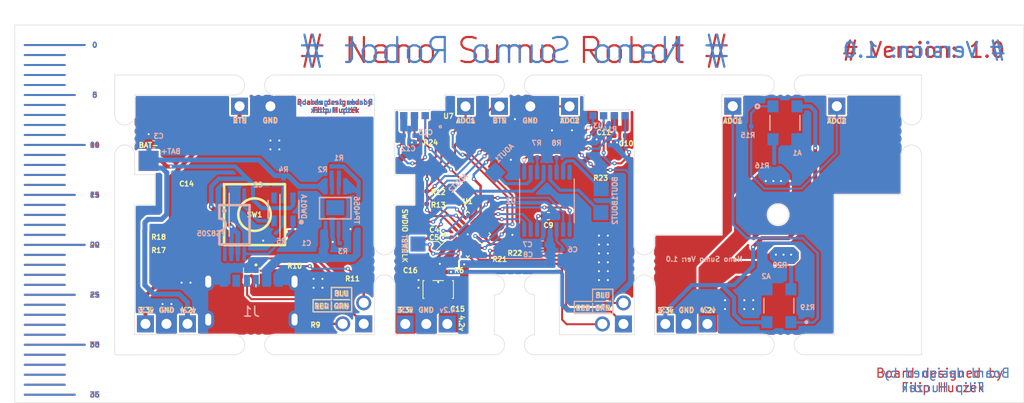
<source format=kicad_pcb>
(kicad_pcb (version 20240108) (generator "pcbnew") (generator_version "8.0")
  (layers (0 "F.Cu" signal) (31 "B.Cu" signal) (34 "B.Paste" user) (35 "F.Paste" user) (36 "B.SilkS" user "B.Silkscreen") (37 "F.SilkS" user "F.Silkscreen") (38 "B.Mask" user) (39 "F.Mask" user) (44 "Edge.Cuts" user))
  (net 0 "")
  (net 1 "+3.3V")
  (net 2 "ADC_2")
  (net 3 "Net-(A1-A)")
  (net 4 "GND")
  (net 5 "Net-(A2-A)")
  (net 6 "ADC_1")
  (net 7 "+5V")
  (net 8 "Net-(U6-VCC)")
  (net 9 "Net-(U6-GND)")
  (net 10 "+4.2V BAT")
  (net 11 "Net-(U2-VCP)")
  (net 12 "Net-(U2-VINT)")
  (net 13 "Button")
  (net 16 "Net-(LED1-Pad2)")
  (net 17 "Net-(LED1-Pad1)")
  (net 18 "Net-(LED1-Pad3)")
  (net 19 "Net-(U2-AOUT1)")
  (net 20 "Net-(U2-AOUT2)")
  (net 21 "Net-(U2-BOUT1)")
  (net 22 "Net-(U2-BOUT2)")
  (net 23 "Net-(U4-CHRG#)")
  (net 24 "Net-(U4-STDBY#)")
  (net 25 "Net-(U4-PROG)")
  (net 26 "Net-(U6-VM)")
  (net 27 "NRST")
  (net 28 "Net-(U2-AISEN)")
  (net 29 "Net-(U2-BISEN)")
  (net 30 "Led_R")
  (net 31 "Led_G")
  (net 32 "Led_B")
  (net 33 "SCL")
  (net 34 "SDA")
  (net 35 "INTERRUPT_1")
  (net 36 "Net-(R18-Pad2)")
  (net 37 "BatteryVoltage_ADC")
  (net 38 "Ain1")
  (net 39 "INTERRUPT_2")
  (net 40 "Bin1")
  (net 41 "Bin2")
  (net 42 "Ain2")
  (net 43 "SWCLK")
  (net 44 "SWDIO")
  (net 46 "Net-(U3-Pad2)")
  (net 47 "Net-(U6-OC)")
  (net 48 "Net-(U6-OD)")
  (net 50 "Net-(U7-Pad2)")
  (net 51 "Net-(U2-~{SLEEP})")
  (footprint "Package_DFN_QFN:ST_UFQFPN-20_3x3mm_P0.5mm" (layer "F.Cu") (at 141.434352 80.395848 45)
    (property "Reference" "U1" (at 2.334867 -2.334867 0) (layer "F.SilkS") (effects (font (size 0.5 0.5) (thickness 0.12))))
    (property "Value" "STM32C011F4Ux")
    (pad "1" smd custom (at -1.475 -1.000001 45) (size 0.35 0.3) (layers "F.Cu" "F.Paste" "F.Mask") (net 41 "Bin2") (options (clearance outline) (anchor rect)) (primitives (gr_poly (pts (xy 0.325 0) (xy 0.325 0.15) (xy 0.175 0.15) (xy 0.175 -0.15)) (width 0) (fill yes))))
    (pad "2" smd rect (at -1.3 -0.5 45) (size 0.7 0.3) (layers "F.Cu" "F.Paste" "F.Mask") (net 1 "+3.3V"))
    (pad "3" smd rect (at -1.3 0 45) (size 0.7 0.3) (layers "F.Cu" "F.Paste" "F.Mask") (net 4 "GND"))
    (pad "4" smd rect (at -1.3 0.5 45) (size 0.7 0.3) (layers "F.Cu" "F.Paste" "F.Mask") (net 27 "NRST"))
    (pad "5" smd custom (at -1.475001 1 45) (size 0.35 0.3) (layers "F.Cu" "F.Paste" "F.Mask") (net 30 "Led_R") (options (clearance outline) (anchor rect)) (primitives (gr_poly (pts (xy 0.325 0) (xy 0.175 0.15) (xy 0.175 -0.15) (xy 0.325 -0.15)) (width 0) (fill yes))))
    (pad "6" smd custom (at -1.000001 1.475 45) (size 0.3 0.35) (layers "F.Cu" "F.Paste" "F.Mask") (net 31 "Led_G") (options (clearance outline) (anchor rect)) (primitives (gr_poly (pts (xy 0.15 -0.175) (xy -0.15 -0.175) (xy 0 -0.325) (xy 0.15 -0.325)) (width 0) (fill yes))))
    (pad "7" smd rect (at -0.5 1.3 45) (size 0.3 0.7) (layers "F.Cu" "F.Paste" "F.Mask") (net 32 "Led_B"))
    (pad "8" smd rect (at 0 1.3 45) (size 0.3 0.7) (layers "F.Cu" "F.Paste" "F.Mask") (net 6 "ADC_1"))
    (pad "9" smd rect (at 0.5 1.3 45) (size 0.3 0.7) (layers "F.Cu" "F.Paste" "F.Mask") (net 2 "ADC_2"))
    (pad "10" smd custom (at 1 1.475001 45) (size 0.3 0.35) (layers "F.Cu" "F.Paste" "F.Mask") (net 37 "BatteryVoltage_ADC") (options (clearance outline) (anchor rect)) (primitives (gr_poly (pts (xy 0.15 -0.175) (xy -0.15 -0.175) (xy -0.15 -0.325) (xy 0 -0.325)) (width 0) (fill yes))))
    (pad "11" smd custom (at 1.475 1.000001 45) (size 0.35 0.3) (layers "F.Cu" "F.Paste" "F.Mask") (net 38 "Ain1") (options (clearance outline) (anchor rect)) (primitives (gr_poly (pts (xy -0.175 0.15) (xy -0.325 0) (xy -0.325 -0.15) (xy -0.175 -0.15)) (width 0) (fill yes))))
    (pad "12" smd rect (at 1.3 0.5 45) (size 0.7 0.3) (layers "F.Cu" "F.Paste" "F.Mask") (net 42 "Ain2"))
    (pad "13" smd rect (at 1.3 0 45) (size 0.7 0.3) (layers "F.Cu" "F.Paste" "F.Mask") (net 40 "Bin1"))
    (pad "14" smd rect (at 1.3 -0.5 45) (size 0.7 0.3) (layers "F.Cu" "F.Paste" "F.Mask") (net 35 "INTERRUPT_1"))
    (pad "15" smd custom (at 1.475001 -1 45) (size 0.35 0.3) (layers "F.Cu" "F.Paste" "F.Mask") (net 39 "INTERRUPT_2") (options (clearance outline) (anchor rect)) (primitives (gr_poly (pts (xy -0.175 0.15) (xy -0.325 0.15) (xy -0.325 0) (xy -0.175 -0.15)) (width 0) (fill yes))))
    (pad "16" smd custom (at 1.000001 -1.475 45) (size 0.3 0.35) (layers "F.Cu" "F.Paste" "F.Mask") (net 44 "SWDIO") (options (clearance outline) (anchor rect)) (primitives (gr_poly (pts (xy 0 0.325) (xy -0.15 0.325) (xy -0.15 0.175) (xy 0.15 0.175)) (width 0) (fill yes))))
    (pad "17" smd rect (at 0.5 -1.3 45) (size 0.3 0.7) (layers "F.Cu" "F.Paste" "F.Mask") (net 43 "SWCLK"))
    (pad "18" smd rect (at 0 -1.3 45) (size 0.3 0.7) (layers "F.Cu" "F.Paste" "F.Mask") (net 33 "SCL"))
    (pad "19" smd rect (at -0.5 -1.3 45) (size 0.3 0.7) (layers "F.Cu" "F.Paste" "F.Mask") (net 34 "SDA"))
    (pad "20" smd custom (at -1 -1.475001 45) (size 0.3 0.35) (layers "F.Cu" "F.Paste" "F.Mask") (net 13 "Button") (options (clearance outline) (anchor rect)) (primitives (gr_poly (pts (xy 0.15 0.325) (xy 0 0.325) (xy -0.15 0.175) (xy 0.15 0.175)) (width 0) (fill yes))))
  )
  (footprint "Resistor_SMD:R_0201_0603Metric" (layer "F.Cu") (at 137.014752 76.077848 180)
    (property "Reference" "R12" (at -1.4732 -0.1016 0) (layer "F.SilkS") (effects (font (size 0.5 0.5) (thickness 0.12))))
    (property "Value" "2.2k")
    (pad "1" smd roundrect (at -0.32 0 180) (size 0.46 0.4) (layers "F.Cu" "F.Mask") (net 33 "SCL"))
    (pad "2" smd roundrect (at 0.32 0 180) (size 0.46 0.4) (layers "F.Cu" "F.Mask") (net 1 "+3.3V"))
  )
  (footprint "MouseBites:mouse-bite-2mm-slot" (layer "F.Cu") (at 107.107 70.444 90)
    (property "Reference" "mouse-bite-2mm-slot" (hide yes))
    (property "Value" "VAL**" (hide yes))
    (fp_arc (start -2 -1.000001) (mid -0.999999 -0.000001) (end -2 0.999999) (stroke (width 0.05)) (layer "Edge.Cuts"))
    (fp_arc (start 2 1.000001) (mid 0.999999 0) (end 2 -0.999999) (stroke (width 0.05)) (layer "Edge.Cuts"))
    (pad "" np_thru_hole circle (at -0.75 -0.75 90) (size 0.5 0.5) (drill 0.5) (layers "*.Cu" "*.Mask"))
    (pad "" np_thru_hole circle (at -0.75 0.75 90) (size 0.5 0.5) (drill 0.5) (layers "*.Cu" "*.Mask"))
    (pad "" np_thru_hole circle (at 0 -0.75 90) (size 0.5 0.5) (drill 0.5) (layers "*.Cu" "*.Mask"))
    (pad "" np_thru_hole circle (at 0 0.75 90) (size 0.5 0.5) (drill 0.5) (layers "*.Cu" "*.Mask"))
    (pad "" np_thru_hole circle (at 0.75 -0.75 90) (size 0.5 0.5) (drill 0.5) (layers "*.Cu" "*.Mask"))
    (pad "" np_thru_hole circle (at 0.75 0.75 90) (size 0.5 0.5) (drill 0.5) (layers "*.Cu" "*.Mask"))
  )
  (footprint "Resistor_SMD:R_0201_0603Metric" (layer "F.Cu") (at 137.014752 77.347848 180)
    (property "Reference" "R13" (at -1.4732 -0.1016 0) (layer "F.SilkS") (effects (font (size 0.5 0.5) (thickness 0.12))))
    (property "Value" "2.2k")
    (pad "1" smd roundrect (at -0.32 0 180) (size 0.46 0.4) (layers "F.Cu" "F.Mask") (net 34 "SDA"))
    (pad "2" smd roundrect (at 0.32 0 180) (size 0.46 0.4) (layers "F.Cu" "F.Mask") (net 1 "+3.3V"))
  )
  (footprint "Capacitor_SMD:C_0201_0603Metric" (layer "F.Cu") (at 137.217952 84.002648)
    (property "Reference" "C16" (at -1.524 0 0) (layer "F.SilkS") (effects (font (size 0.5 0.5) (thickness 0.12))))
    (property "Value" "10nF")
    (pad "1" smd roundrect (at -0.32 0) (size 0.46 0.4) (layers "F.Cu" "F.Mask") (net 4 "GND"))
    (pad "2" smd roundrect (at 0.32 0) (size 0.46 0.4) (layers "F.Cu" "F.Mask") (net 1 "+3.3V"))
  )
  (footprint "MouseBites:mouse-bite-2mm-slot" (layer "F.Cu") (at 120.107 65.444)
    (property "Reference" "mouse-bite-2mm-slot" (hide yes))
    (property "Value" "VAL**" (hide yes))
    (fp_arc (start -2 -1) (mid -1 0) (end -2 1) (stroke (width 0.05)) (layer "Edge.Cuts"))
    (fp_arc (start 2 1) (mid 1 0) (end 2 -1) (stroke (width 0.05)) (layer "Edge.Cuts"))
    (pad "" np_thru_hole circle (at -0.75 -0.75) (size 0.5 0.5) (drill 0.5) (layers "*.Cu" "*.Mask"))
    (pad "" np_thru_hole circle (at -0.75 0.75) (size 0.5 0.5) (drill 0.5) (layers "*.Cu" "*.Mask"))
    (pad "" np_thru_hole circle (at 0 -0.75) (size 0.5 0.5) (drill 0.5) (layers "*.Cu" "*.Mask"))
    (pad "" np_thru_hole circle (at 0 0.75) (size 0.5 0.5) (drill 0.5) (layers "*.Cu" "*.Mask"))
    (pad "" np_thru_hole circle (at 0.75 -0.75) (size 0.5 0.5) (drill 0.5) (layers "*.Cu" "*.Mask"))
    (pad "" np_thru_hole circle (at 0.75 0.75) (size 0.5 0.5) (drill 0.5) (layers "*.Cu" "*.Mask"))
  )
  (footprint "" (layer "F.Cu") (at 131.026379 89.348256)
    (property "Reference" "" (at 0 0 0) (layer "F.SilkS") (effects (font (size 1.27 1.27))))
    (property "Value" "")
    (pad "1" thru_hole rect (at 0 0) (size 1.7 1.7) (drill 1) (layers "*.Cu" "*.Mask") (net 31 "Led_G"))
  )
  (footprint "NanoSumoLedFootprintlib:LED_RGB_NanoSumo" (layer "F.Cu") (at 119.782126 84.544125 90)
    (property "Reference" "LED1" (hide yes))
    (property "Value" "XZM2CRKM2DGFBB45SCCB")
    (pad "1" smd roundrect (at 0.51562 0.42926 90) (size 0.4699 0.54102) (layers "F.Cu" "F.Paste" "F.Mask") (net 17 "Net-(LED1-Pad1)"))
    (pad "2" smd roundrect (at 0.51562 -0.42926 90) (size 0.4699 0.54102) (layers "F.Cu" "F.Paste" "F.Mask") (net 16 "Net-(LED1-Pad2)"))
    (pad "3" smd roundrect (at -0.51562 -0.42926 90) (size 0.4699 0.54102) (layers "F.Cu" "F.Paste" "F.Mask") (net 18 "Net-(LED1-Pad3)"))
    (pad "4" smd roundrect (at -0.51562 0.42926 90) (size 0.4699 0.54102) (layers "F.Cu" "F.Paste" "F.Mask") (net 4 "GND"))
  )
  (footprint "" (layer "F.Cu") (at 147.697429 67.579715)
    (property "Reference" "" (at 0 0 0) (layer "F.SilkS") (effects (font (size 1.27 1.27))))
    (property "Value" "")
    (pad "1" thru_hole rect (at 0 0) (size 1.7 1.7) (drill 1) (layers "*.Cu" "*.Mask") (net 4 "GND"))
  )
  (footprint "" (layer "F.Cu") (at 163.318119 89.360485)
    (property "Reference" "" (at 0 0 0) (layer "F.SilkS") (effects (font (size 1.27 1.27))))
    (property "Value" "")
    (pad "1" thru_hole rect (at 0 0) (size 1.7 1.7) (drill 1) (layers "*.Cu" "*.Mask") (net 4 "GND"))
  )
  (footprint "MouseBites:mouse-bite-2mm-slot" (layer "F.Cu") (at 146.11 91.444)
    (property "Reference" "mouse-bite-2mm-slot" (hide yes))
    (property "Value" "VAL**" (hide yes))
    (fp_arc (start -2 -1) (mid -1 0) (end -2 1) (stroke (width 0.05)) (layer "Edge.Cuts"))
    (fp_arc (start 2 1) (mid 1 0) (end 2 -1) (stroke (width 0.05)) (layer "Edge.Cuts"))
    (pad "" np_thru_hole circle (at -0.75 -0.75) (size 0.5 0.5) (drill 0.5) (layers "*.Cu" "*.Mask"))
    (pad "" np_thru_hole circle (at -0.75 0.75) (size 0.5 0.5) (drill 0.5) (layers "*.Cu" "*.Mask"))
    (pad "" np_thru_hole circle (at 0 -0.75) (size 0.5 0.5) (drill 0.5) (layers "*.Cu" "*.Mask"))
    (pad "" np_thru_hole circle (at 0 0.75) (size 0.5 0.5) (drill 0.5) (layers "*.Cu" "*.Mask"))
    (pad "" np_thru_hole circle (at 0.75 -0.75) (size 0.5 0.5) (drill 0.5) (layers "*.Cu" "*.Mask"))
    (pad "" np_thru_hole circle (at 0.75 0.75) (size 0.5 0.5) (drill 0.5) (layers "*.Cu" "*.Mask"))
  )
  (footprint "MouseBites:mouse-bite-2mm-slot" (layer "F.Cu") (at 120.11 91.444)
    (property "Reference" "mouse-bite-2mm-slot" (hide yes))
    (property "Value" "VAL**" (hide yes))
    (fp_arc (start -2 -1) (mid -1 0) (end -2 1) (stroke (width 0.05)) (layer "Edge.Cuts"))
    (fp_arc (start 2 1) (mid 1 0) (end 2 -1) (stroke (width 0.05)) (layer "Edge.Cuts"))
    (pad "" np_thru_hole circle (at -0.75 -0.75) (size 0.5 0.5) (drill 0.5) (layers "*.Cu" "*.Mask"))
    (pad "" np_thru_hole circle (at -0.75 0.75) (size 0.5 0.5) (drill 0.5) (layers "*.Cu" "*.Mask"))
    (pad "" np_thru_hole circle (at 0 -0.75) (size 0.5 0.5) (drill 0.5) (layers "*.Cu" "*.Mask"))
    (pad "" np_thru_hole circle (at 0 0.75) (size 0.5 0.5) (drill 0.5) (layers "*.Cu" "*.Mask"))
    (pad "" np_thru_hole circle (at 0.75 -0.75) (size 0.5 0.5) (drill 0.5) (layers "*.Cu" "*.Mask"))
    (pad "" np_thru_hole circle (at 0.75 0.75) (size 0.5 0.5) (drill 0.5) (layers "*.Cu" "*.Mask"))
  )
  (footprint "" (layer "F.Cu") (at 137.284469 89.35966)
    (property "Reference" "" (at 0 0 0) (layer "F.SilkS") (effects (font (size 1.27 1.27))))
    (property "Value" "")
    (pad "1" thru_hole rect (at 0 0) (size 1.7 1.7) (drill 1) (layers "*.Cu" "*.Mask") (net 4 "GND"))
  )
  (footprint "" (layer "F.Cu") (at 118.597831 67.569088)
    (property "Reference" "" (at 0 0 0) (layer "F.SilkS") (effects (font (size 1.27 1.27))))
    (property "Value" "")
    (pad "1" thru_hole rect (at 0 0) (size 1.7 1.7) (drill 1) (layers "*.Cu" "*.Mask") (net 13 "Button"))
  )
  (footprint "NanoSumo:DS9078-20" (layer "F.Cu") (at 138.487952 85.933048)
    (property "Reference" "U8" (hide yes))
    (property "Value" "~")
    (pad "1" smd roundrect (at -0.95 0.8 180) (size 0.7 1) (layers "F.Cu" "F.Paste" "F.Mask") (net 10 "+4.2V BAT"))
    (pad "2" smd roundrect (at 0 0.8 180) (size 0.7 1) (layers "F.Cu" "F.Paste" "F.Mask") (net 4 "GND"))
    (pad "3" smd roundrect (at 0.95 0.8 180) (size 0.7 1) (layers "F.Cu" "F.Paste" "F.Mask") (net 10 "+4.2V BAT"))
    (pad "4" smd roundrect (at 0.95 -0.8 180) (size 0.7 1) (layers "F.Cu" "F.Paste" "F.Mask"))
    (pad "5" smd roundrect (at -0.95 -0.8 180) (size 0.7 1) (layers "F.Cu" "F.Paste" "F.Mask") (net 1 "+3.3V"))
  )
  (footprint "NanoSumo:Pad" (layer "F.Cu") (at 136.455952 81.361048)
    (property "Reference" "SWCLK" (at -1.3208 0.638952 -90) (layer "F.SilkS") (effects (font (size 0.5 0.5) (thickness 0.1))))
    (property "Value" "SWCLK")
    (pad "1" smd rect (at 0 0) (size 1.5 1.5) (layers "F.Cu" "F.Paste" "F.Mask") (net 43 "SWCLK"))
  )
  (footprint "" (layer "F.Cu") (at 157.019008 87.255859)
    (property "Reference" "" (at 0 0 0) (layer "F.SilkS") (effects (font (size 1.27 1.27))))
    (property "Value" "")
    (pad "1" thru_hole oval (at 0 0) (size 1.5 1.5) (drill 1) (layers "*.Cu" "*.Mask") (net 32 "Led_B"))
  )
  (footprint "Resistor_SMD:R_0201_0603Metric" (layer "F.Cu") (at 112.035126 80.654125)
    (property "Reference" "R18" (at -1.5336 0.0118 0) (layer "F.SilkS") (effects (font (size 0.5 0.5) (thickness 0.12))))
    (property "Value" "100")
    (pad "1" smd roundrect (at -0.32 0) (size 0.46 0.4) (layers "F.Cu" "F.Mask") (net 13 "Button"))
    (pad "2" smd roundrect (at 0.32 0) (size 0.46 0.4) (layers "F.Cu" "F.Mask") (net 36 "Net-(R18-Pad2)"))
  )
  (footprint "Resistor_SMD:R_0201_0603Metric" (layer "F.Cu") (at 154.743952 73.944248 180)
    (property "Reference" "R23" (at 0 -0.8128 0) (layer "F.SilkS") (effects (font (size 0.5 0.5) (thickness 0.12))))
    (property "Value" "30k")
    (pad "1" smd roundrect (at -0.32 0 180) (size 0.46 0.4) (layers "F.Cu" "F.Mask") (net 1 "+3.3V"))
    (pad "2" smd roundrect (at 0.32 0 180) (size 0.46 0.4) (layers "F.Cu" "F.Mask") (net 51 "Net-(U2-~{SLEEP})"))
  )
  (footprint "" (layer "F.Cu") (at 151.629352 67.582448)
    (property "Reference" "" (at 0 0 0) (layer "F.SilkS") (effects (font (size 1.27 1.27))))
    (property "Value" "")
    (pad "1" thru_hole rect (at 0 0) (size 1.7 1.7) (drill 1) (layers "*.Cu" "*.Mask") (net 2 "ADC_2"))
  )
  (footprint "MouseBites:mouse-bite-2mm-slot" (layer "F.Cu") (at 159.107 83.444 90)
    (property "Reference" "mouse-bite-2mm-slot" (hide yes))
    (property "Value" "VAL**" (hide yes))
    (fp_arc (start -2 -1.000001) (mid -0.999999 -0.000001) (end -2 0.999999) (stroke (width 0.05)) (layer "Edge.Cuts"))
    (fp_arc (start 2 1.000001) (mid 0.999999 0) (end 2 -0.999999) (stroke (width 0.05)) (layer "Edge.Cuts"))
    (pad "" np_thru_hole circle (at -0.75 -0.75 90) (size 0.5 0.5) (drill 0.5) (layers "*.Cu" "*.Mask"))
    (pad "" np_thru_hole circle (at -0.75 0.75 90) (size 0.5 0.5) (drill 0.5) (layers "*.Cu" "*.Mask"))
    (pad "" np_thru_hole circle (at 0 -0.75 90) (size 0.5 0.5) (drill 0.5) (layers "*.Cu" "*.Mask"))
    (pad "" np_thru_hole circle (at 0 0.75 90) (size 0.5 0.5) (drill 0.5) (layers "*.Cu" "*.Mask"))
    (pad "" np_thru_hole circle (at 0.75 -0.75 90) (size 0.5 0.5) (drill 0.5) (layers "*.Cu" "*.Mask"))
    (pad "" np_thru_hole circle (at 0.75 0.75 90) (size 0.5 0.5) (drill 0.5) (layers "*.Cu" "*.Mask"))
  )
  (footprint "" (layer "F.Cu") (at 109.178374 89.348645)
    (property "Reference" "" (at 0 0 0) (layer "F.SilkS") (effects (font (size 1.27 1.27))))
    (property "Value" "")
    (pad "1" thru_hole rect (at 0 0) (size 1.7 1.7) (drill 1) (layers "*.Cu" "*.Mask") (net 1 "+3.3V"))
  )
  (footprint "MouseBites:mouse-bite-2mm-slot" (layer "F.Cu") (at 185.850754 70.443999 90)
    (property "Reference" "mouse-bite-2mm-slot" (hide yes))
    (property "Value" "VAL**" (hide yes))
    (fp_arc (start -2 -1.000001) (mid -0.999999 -0.000001) (end -2 0.999999) (stroke (width 0.05)) (layer "Edge.Cuts"))
    (fp_arc (start 2 1.000001) (mid 0.999999 0) (end 2 -0.999999) (stroke (width 0.05)) (layer "Edge.Cuts"))
    (pad "" np_thru_hole circle (at -0.75 -0.75 90) (size 0.5 0.5) (drill 0.5) (layers "*.Cu" "*.Mask"))
    (pad "" np_thru_hole circle (at -0.75 0.75 90) (size 0.5 0.5) (drill 0.5) (layers "*.Cu" "*.Mask"))
    (pad "" np_thru_hole circle (at 0 -0.75 90) (size 0.5 0.5) (drill 0.5) (layers "*.Cu" "*.Mask"))
    (pad "" np_thru_hole circle (at 0 0.75 90) (size 0.5 0.5) (drill 0.5) (layers "*.Cu" "*.Mask"))
    (pad "" np_thru_hole circle (at 0.75 -0.75 90) (size 0.5 0.5) (drill 0.5) (layers "*.Cu" "*.Mask"))
    (pad "" np_thru_hole circle (at 0.75 0.75 90) (size 0.5 0.5) (drill 0.5) (layers "*.Cu" "*.Mask"))
  )
  (footprint "Resistor_SMD:R_0201_0603Metric" (layer "F.Cu") (at 140.128183 83.049337 -135)
    (property "Reference" "R6" (at 0.361149 -0.987036 0) (layer "F.SilkS") (effects (font (size 0.5 0.5) (thickness 0.12))))
    (property "Value" "10k")
    (pad "1" smd roundrect (at -0.32 0 225) (size 0.46 0.4) (layers "F.Cu" "F.Mask") (net 27 "NRST"))
    (pad "2" smd roundrect (at 0.32 0 225) (size 0.46 0.4) (layers "F.Cu" "F.Mask") (net 1 "+3.3V"))
  )
  (footprint "Resistor_SMD:R_0201_0603Metric" (layer "F.Cu") (at 127.148126 89.036125 -90)
    (property "Reference" "R9" (at 0.4182 0.9494 0) (layer "F.SilkS") (effects (font (size 0.5 0.5) (thickness 0.12))))
    (property "Value" "60-80")
    (pad "1" smd roundrect (at -0.32 0 270) (size 0.46 0.4) (layers "F.Cu" "F.Mask") (net 18 "Net-(LED1-Pad3)"))
    (pad "2" smd roundrect (at 0.32 0 270) (size 0.46 0.4) (layers "F.Cu" "F.Mask") (net 30 "Led_R"))
  )
  (footprint "Capacitor_SMD:C_0201_0603Metric" (layer "F.Cu") (at 156.115552 70.185048 90)
    (property "Reference" "C11" (at 0 -1.0668 180) (layer "F.SilkS") (effects (font (size 0.5 0.5) (thickness 0.12))))
    (property "Value" "2.2uF")
    (pad "1" smd roundrect (at -0.32 0 90) (size 0.46 0.4) (layers "F.Cu" "F.Mask") (net 4 "GND"))
    (pad "2" smd roundrect (at 0.32 0 90) (size 0.46 0.4) (layers "F.Cu" "F.Mask") (net 1 "+3.3V"))
  )
  (footprint "" (layer "F.Cu") (at 139.38827 89.35966)
    (property "Reference" "" (at 0 0 0) (layer "F.SilkS") (effects (font (size 1.27 1.27))))
    (property "Value" "")
    (pad "1" thru_hole rect (at 0 0) (size 1.7 1.7) (drill 1) (layers "*.Cu" "*.Mask") (net 10 "+4.2V BAT"))
  )
  (footprint "" (layer "F.Cu") (at 165.42192 89.360485)
    (property "Reference" "" (at 0 0 0) (layer "F.SilkS") (effects (font (size 1.27 1.27))))
    (property "Value" "")
    (pad "1" thru_hole rect (at 0 0) (size 1.7 1.7) (drill 1) (layers "*.Cu" "*.Mask") (net 10 "+4.2V BAT"))
  )
  (footprint "MouseBites:mouse-bite-2mm-slot" (layer "F.Cu") (at 133.107 83.444 90)
    (property "Reference" "mouse-bite-2mm-slot" (hide yes))
    (property "Value" "VAL**" (hide yes))
    (fp_arc (start -2 -1.000001) (mid -0.999999 -0.000001) (end -2 0.999999) (stroke (width 0.05)) (layer "Edge.Cuts"))
    (fp_arc (start 2 1.000001) (mid 0.999999 0) (end 2 -0.999999) (stroke (width 0.05)) (layer "Edge.Cuts"))
    (pad "" np_thru_hole circle (at -0.75 -0.75 90) (size 0.5 0.5) (drill 0.5) (layers "*.Cu" "*.Mask"))
    (pad "" np_thru_hole circle (at -0.75 0.75 90) (size 0.5 0.5) (drill 0.5) (layers "*.Cu" "*.Mask"))
    (pad "" np_thru_hole circle (at 0 -0.75 90) (size 0.5 0.5) (drill 0.5) (layers "*.Cu" "*.Mask"))
    (pad "" np_thru_hole circle (at 0 0.75 90) (size 0.5 0.5) (drill 0.5) (layers "*.Cu" "*.Mask"))
    (pad "" np_thru_hole circle (at 0.75 -0.75 90) (size 0.5 0.5) (drill 0.5) (layers "*.Cu" "*.Mask"))
    (pad "" np_thru_hole circle (at 0.75 0.75 90) (size 0.5 0.5) (drill 0.5) (layers "*.Cu" "*.Mask"))
  )
  (footprint "MouseBites:mouse-bite-2mm-slot" (layer "F.Cu") (at 173.11 91.444)
    (property "Reference" "mouse-bite-2mm-slot" (hide yes))
    (property "Value" "VAL**" (hide yes))
    (fp_arc (start -2 -1) (mid -1 0) (end -2 1) (stroke (width 0.05)) (layer "Edge.Cuts"))
    (fp_arc (start 2 1) (mid 1 0) (end 2 -1) (stroke (width 0.05)) (layer "Edge.Cuts"))
    (pad "" np_thru_hole circle (at -0.75 -0.75) (size 0.5 0.5) (drill 0.5) (layers "*.Cu" "*.Mask"))
    (pad "" np_thru_hole circle (at -0.75 0.75) (size 0.5 0.5) (drill 0.5) (layers "*.Cu" "*.Mask"))
    (pad "" np_thru_hole circle (at 0 -0.75) (size 0.5 0.5) (drill 0.5) (layers "*.Cu" "*.Mask"))
    (pad "" np_thru_hole circle (at 0 0.75) (size 0.5 0.5) (drill 0.5) (layers "*.Cu" "*.Mask"))
    (pad "" np_thru_hole circle (at 0.75 -0.75) (size 0.5 0.5) (drill 0.5) (layers "*.Cu" "*.Mask"))
    (pad "" np_thru_hole circle (at 0.75 0.75) (size 0.5 0.5) (drill 0.5) (layers "*.Cu" "*.Mask"))
  )
  (footprint "Resistor_SMD:R_0201_0603Metric" (layer "F.Cu") (at 136.557552 71.201048 -90)
    (property "Reference" "R24" (at 0 -1.1684 180) (layer "F.SilkS") (effects (font (size 0.5 0.5) (thickness 0.12))))
    (property "Value" "8.2k")
    (pad "1" smd roundrect (at -0.32 0 270) (size 0.46 0.4) (layers "F.Cu" "F.Mask") (net 39 "INTERRUPT_2"))
    (pad "2" smd roundrect (at 0.32 0 270) (size 0.46 0.4) (layers "F.Cu" "F.Mask") (net 1 "+3.3V"))
  )
  (footprint "NanoSumo:VISHAY_VCNL4040_4X2X1.1" (layer "F.Cu") (at 155.568695 67.82202 90)
    (property "Reference" "U3" (hide yes))
    (property "Value" "VCNL4040M3OE")
    (pad "1" smd rect (at -0.700001 -1.612501 90) (size 0.7 0.725) (layers "F.Cu" "F.Paste" "F.Mask") (net 4 "GND"))
    (pad "2" smd rect (at -0.7 -0.5375 90) (size 0.7 0.725) (layers "F.Cu" "F.Paste" "F.Mask") (net 46 "Net-(U3-Pad2)"))
    (pad "3" smd rect (at -0.7 0.537499 90) (size 0.7 0.725) (layers "F.Cu" "F.Paste" "F.Mask") (net 1 "+3.3V"))
    (pad "4" smd rect (at -0.699999 1.612501 90) (size 0.7 0.725) (layers "F.Cu" "F.Paste" "F.Mask") (net 1 "+3.3V"))
    (pad "5" smd rect (at -0.700001 1.612501 90) (size 0.7 0.725) (layers "B.Cu" "B.Paste" "B.Mask") (net 46 "Net-(U3-Pad2)"))
    (pad "6" smd rect (at -0.7 0.5375 90) (size 0.7 0.725) (layers "B.Cu" "B.Paste" "B.Mask") (net 35 "INTERRUPT_1"))
    (pad "7" smd rect (at -0.7 -0.537499 90) (size 0.7 0.725) (layers "B.Cu" "B.Paste" "B.Mask") (net 34 "SDA"))
    (pad "8" smd rect (at -0.699999 -1.612501 90) (size 0.7 0.725) (layers "B.Cu" "B.Paste" "B.Mask") (net 33 "SCL"))
  )
  (footprint "" (layer "F.Cu") (at 167.963211 67.564133)
    (property "Reference" "" (at 0 0 0) (layer "F.SilkS") (effects (font (size 1.27 1.27))))
    (property "Value" "")
    (pad "1" thru_hole rect (at 0 0) (size 1.7 1.7) (drill 1) (layers "*.Cu" "*.Mask") (net 6 "ADC_1"))
  )
  (footprint "" (layer "F.Cu") (at 178.375144 67.564263)
    (property "Reference" "" (at 0 0 0) (layer "F.SilkS") (effects (font (size 1.27 1.27))))
    (property "Value" "")
    (pad "1" thru_hole rect (at 0 0) (size 1.7 1.7) (drill 1) (layers "*.Cu" "*.Mask") (net 2 "ADC_2"))
  )
  (footprint "" (layer "F.Cu") (at 161.214318 89.360485)
    (property "Reference" "" (at 0 0 0) (layer "F.SilkS") (effects (font (size 1.27 1.27))))
    (property "Value" "")
    (pad "1" thru_hole rect (at 0 0) (size 1.7 1.7) (drill 1) (layers "*.Cu" "*.Mask") (net 1 "+3.3V"))
  )
  (footprint "MouseBites:mouse-bite-2mm-slot" (layer "F.Cu") (at 173.107 65.444)
    (property "Reference" "mouse-bite-2mm-slot" (hide yes))
    (property "Value" "VAL**" (hide yes))
    (fp_arc (start -2 -1) (mid -1 0) (end -2 1) (stroke (width 0.05)) (layer "Edge.Cuts"))
    (fp_arc (start 2 1) (mid 1 0) (end 2 -1) (stroke (width 0.05)) (layer "Edge.Cuts"))
    (pad "" np_thru_hole circle (at -0.75 -0.75) (size 0.5 0.5) (drill 0.5) (layers "*.Cu" "*.Mask"))
    (pad "" np_thru_hole circle (at -0.75 0.75) (size 0.5 0.5) (drill 0.5) (layers "*.Cu" "*.Mask"))
    (pad "" np_thru_hole circle (at 0 -0.75) (size 0.5 0.5) (drill 0.5) (layers "*.Cu" "*.Mask"))
    (pad "" np_thru_hole circle (at 0 0.75) (size 0.5 0.5) (drill 0.5) (layers "*.Cu" "*.Mask"))
    (pad "" np_thru_hole circle (at 0.75 -0.75) (size 0.5 0.5) (drill 0.5) (layers "*.Cu" "*.Mask"))
    (pad "" np_thru_hole circle (at 0.75 0.75) (size 0.5 0.5) (drill 0.5) (layers "*.Cu" "*.Mask"))
  )
  (footprint "Resistor_SMD:R_0201_0603Metric" (layer "F.Cu") (at 144.634752 81.716648 -135)
    (property "Reference" "R21" (at 0.826184 -0.826184 0) (layer "F.SilkS") (effects (font (size 0.5 0.5) (thickness 0.12))))
    (property "Value" "10k")
    (pad "1" smd roundrect (at -0.32 0 225) (size 0.46 0.4) (layers "F.Cu" "F.Mask") (net 37 "BatteryVoltage_ADC"))
    (pad "2" smd roundrect (at 0.32 0 225) (size 0.46 0.4) (layers "F.Cu" "F.Mask") (net 10 "+4.2V BAT"))
  )
  (footprint "" (layer "F.Cu") (at 157.019008 89.35966)
    (property "Reference" "" (at 0 0 0) (layer "F.SilkS") (effects (font (size 1.27 1.27))))
    (property "Value" "")
    (pad "1" thru_hole rect (at 0 0) (size 1.7 1.7) (drill 1) (layers "*.Cu" "*.Mask") (net 31 "Led_G"))
  )
  (footprint "Capacitor_SMD:C_0201_0603Metric" (layer "F.Cu") (at 139.661211 81.863944 135)
    (property "Reference" "C4" (at 2.478377 0.244402 180) (layer "F.SilkS") (effects (font (size 0.5 0.5) (thickness 0.12))))
    (property "Value" "10nF")
    (pad "1" smd roundrect (at -0.32 0 135) (size 0.46 0.4) (layers "F.Cu" "F.Mask") (net 4 "GND"))
    (pad "2" smd roundrect (at 0.32 0 135) (size 0.46 0.4) (layers "F.Cu" "F.Mask") (net 1 "+3.3V"))
  )
  (footprint "" (layer "F.Cu") (at 121.687126 67.573125)
    (property "Reference" "" (at 0 0 0) (layer "F.SilkS") (effects (font (size 1.27 1.27))))
    (property "Value" "")
    (pad "1" thru_hole rect (at 0 0) (size 1.7 1.7) (drill 1) (layers "*.Cu" "*.Mask") (net 4 "GND"))
  )
  (footprint "Resistor_SMD:R_0201_0603Metric" (layer "F.Cu") (at 124.115926 82.799525 180)
    (property "Reference" "R10" (at 0 -0.762 180) (layer "F.SilkS") (effects (font (size 0.5 0.5) (thickness 0.12))))
    (property "Value" "100")
    (pad "1" smd roundrect (at -0.32 0 180) (size 0.46 0.4) (layers "F.Cu" "F.Mask") (net 31 "Led_G"))
    (pad "2" smd roundrect (at 0.32 0 180) (size 0.46 0.4) (layers "F.Cu" "F.Mask") (net 16 "Net-(LED1-Pad2)"))
  )
  (footprint "Resistor_SMD:R_0201_0603Metric" (layer "F.Cu") (at 131.0165 84.842979 90)
    (property "Reference" "R11" (at 0.011454 -1.109374 0) (layer "F.SilkS") (effects (font (size 0.5 0.5) (thickness 0.12))))
    (property "Value" "100")
    (pad "1" smd roundrect (at -0.32 0 90) (size 0.46 0.4) (layers "F.Cu" "F.Mask") (net 32 "Led_B"))
    (pad "2" smd roundrect (at 0.32 0 90) (size 0.46 0.4) (layers "F.Cu" "F.Mask") (net 17 "Net-(LED1-Pad1)"))
  )
  (footprint "" (layer "F.Cu") (at 135.180668 89.35966)
    (property "Reference" "" (at 0 0 0) (layer "F.SilkS") (effects (font (size 1.27 1.27))))
    (property "Value" "")
    (pad "1" thru_hole rect (at 0 0) (size 1.7 1.7) (drill 1) (layers "*.Cu" "*.Mask") (net 1 "+3.3V"))
  )
  (footprint "" (layer "F.Cu") (at 141.217419 67.582318)
    (property "Reference" "" (at 0 0 0) (layer "F.SilkS") (effects (font (size 1.27 1.27))))
    (property "Value" "")
    (pad "1" thru_hole rect (at 0 0) (size 1.7 1.7) (drill 1) (layers "*.Cu" "*.Mask") (net 6 "ADC_1"))
  )
  (footprint "NanoSumo:Pad" (layer "F.Cu") (at 136.455952 79.430648)
    (property "Reference" "SWDIO" (at -1.3208 -0.430648 -90) (layer "F.SilkS") (effects (font (size 0.5 0.5) (thickness 0.12))))
    (property "Value" "SWDIO")
    (pad "1" smd rect (at 0 0) (size 1.5 1.5) (layers "F.Cu" "F.Paste" "F.Mask") (net 44 "SWDIO"))
  )
  (footprint "" (layer "F.Cu") (at 131.026379 87.244455)
    (property "Reference" "" (at 0 0 0) (layer "F.SilkS") (effects (font (size 1.27 1.27))))
    (property "Value" "")
    (pad "1" thru_hole oval (at 0 0) (size 1.5 1.5) (drill 1) (layers "*.Cu" "*.Mask") (net 32 "Led_B"))
  )
  (footprint "NanoSumo:tactile_Switch" (layer "F.Cu") (at 120.098126 78.420125)
    (property "Reference" "SW1" (at 0 0 0) (layer "F.SilkS") (effects (font (size 0.5 0.5) (thickness 0.12))))
    (property "Value" "SW_Push")
    (pad "1" smd rect (at -4.475 2.25) (size 2.3 1.4) (layers "F.Cu" "F.Paste" "F.Mask") (net 36 "Net-(R18-Pad2)"))
    (pad "1" smd rect (at 4.475 2.25) (size 2.3 1.4) (layers "F.Cu" "F.Paste" "F.Mask") (net 36 "Net-(R18-Pad2)"))
    (pad "2" smd rect (at -4.475 -2.25) (size 2.3 1.4) (layers "F.Cu" "F.Paste" "F.Mask") (net 4 "GND"))
    (pad "2" smd rect (at 4.475 -2.25) (size 2.3 1.4) (layers "F.Cu" "F.Paste" "F.Mask") (net 4 "GND"))
  )
  (footprint "Resistor_SMD:R_0201_0603Metric" (layer "F.Cu") (at 146.161127 81.49603 180)
    (property "Reference" "R22" (at 0.002375 -0.779418 0) (layer "F.SilkS") (effects (font (size 0.5 0.5) (thickness 0.12))))
    (property "Value" "10k")
    (pad "1" smd roundrect (at -0.32 0 180) (size 0.46 0.4) (layers "F.Cu" "F.Mask") (net 4 "GND"))
    (pad "2" smd roundrect (at 0.32 0 180) (size 0.46 0.4) (layers "F.Cu" "F.Mask") (net 37 "BatteryVoltage_ADC"))
  )
  (footprint "Capacitor_SMD:C_0201_0603Metric" (layer "F.Cu") (at 138.894352 87.863448 180)
    (property "Reference" "C15" (at -1.524 0 0) (layer "F.SilkS") (effects (font (size 0.5 0.5) (thickness 0.12))))
    (property "Value" "10nF")
    (pad "1" smd roundrect (at -0.32 0 180) (size 0.46 0.4) (layers "F.Cu" "F.Mask") (net 10 "+4.2V BAT"))
    (pad "2" smd roundrect (at 0.32 0 180) (size 0.46 0.4) (layers "F.Cu" "F.Mask") (net 4 "GND"))
  )
  (footprint "MouseBites:mouse-bite-2mm-slot" (layer "F.Cu") (at 146.107 65.444)
    (property "Reference" "mouse-bite-2mm-slot" (hide yes))
    (property "Value" "VAL**" (hide yes))
    (fp_arc (start -2 -1) (mid -1 0) (end -2 1) (stroke (width 0.05)) (layer "Edge.Cuts"))
    (fp_arc (start 2 1) (mid 1 0) (end 2 -1) (stroke (width 0.05)) (layer "Edge.Cuts"))
    (pad "" np_thru_hole circle (at -0.75 -0.75) (size 0.5 0.5) (drill 0.5) (layers "*.Cu" "*.Mask"))
    (pad "" np_thru_hole circle (at -0.75 0.75) (size 0.5 0.5) (drill 0.5) (layers "*.Cu" "*.Mask"))
    (pad "" np_thru_hole circle (at 0 -0.75) (size 0.5 0.5) (drill 0.5) (layers "*.Cu" "*.Mask"))
    (pad "" np_thru_hole circle (at 0 0.75) (size 0.5 0.5) (drill 0.5) (layers "*.Cu" "*.Mask"))
    (pad "" np_thru_hole circle (at 0.75 -0.75) (size 0.5 0.5) (drill 0.5) (layers "*.Cu" "*.Mask"))
    (pad "" np_thru_hole circle (at 0.75 0.75) (size 0.5 0.5) (drill 0.5) (layers "*.Cu" "*.Mask"))
  )
  (footprint "MouseBites:mouse-bite-2mm-slot" (layer "F.Cu") (at 146.107 85.444)
    (property "Reference" "mouse-bite-2mm-slot" (hide yes))
    (property "Value" "VAL**" (hide yes))
    (fp_arc (start -2 -1) (mid -1 0) (end -2 1) (stroke (width 0.05)) (layer "Edge.Cuts"))
    (fp_arc (start 2 1) (mid 1 0) (end 2 -1) (stroke (width 0.05)) (layer "Edge.Cuts"))
    (pad "" np_thru_hole circle (at -0.75 -0.75) (size 0.5 0.5) (drill 0.5) (layers "*.Cu" "*.Mask"))
    (pad "" np_thru_hole circle (at -0.75 0.75) (size 0.5 0.5) (drill 0.5) (layers "*.Cu" "*.Mask"))
    (pad "" np_thru_hole circle (at 0 -0.75) (size 0.5 0.5) (drill 0.5) (layers "*.Cu" "*.Mask"))
    (pad "" np_thru_hole circle (at 0 0.75) (size 0.5 0.5) (drill 0.5) (layers "*.Cu" "*.Mask"))
    (pad "" np_thru_hole circle (at 0.75 -0.75) (size 0.5 0.5) (drill 0.5) (layers "*.Cu" "*.Mask"))
    (pad "" np_thru_hole circle (at 0.75 0.75) (size 0.5 0.5) (drill 0.5) (layers "*.Cu" "*.Mask"))
  )
  (footprint "Capacitor_SMD:C_0201_0603Metric" (layer "F.Cu") (at 157.182352 70.185048 90)
    (property "Reference" "C10" (at -1.1176 0.1016 180) (layer "F.SilkS") (effects (font (size 0.5 0.5) (thickness 0.12))))
    (property "Value" "100nF")
    (pad "1" smd roundrect (at -0.32 0 90) (size 0.46 0.4) (layers "F.Cu" "F.Mask") (net 4 "GND"))
    (pad "2" smd roundrect (at 0.32 0 90) (size 0.46 0.4) (layers "F.Cu" "F.Mask") (net 1 "+3.3V"))
  )
  (footprint "" (layer "F.Cu") (at 113.385976 89.348645)
    (property "Reference" "" (at 0 0 0) (layer "F.SilkS") (effects (font (size 1.27 1.27))))
    (property "Value" "")
    (pad "1" thru_hole rect (at 0 0) (size 1.7 1.7) (drill 1) (layers "*.Cu" "*.Mask") (net 10 "+4.2V BAT"))
  )
  (footprint "" (layer "F.Cu") (at 128.922578 89.348256)
    (property "Reference" "" (at 0 0 0) (layer "F.SilkS") (effects (font (size 1.27 1.27))))
    (property "Value" "")
    (pad "1" thru_hole oval (at 0 0) (size 1.5 1.5) (drill 1) (layers "*.Cu" "*.Mask") (net 30 "Led_R"))
  )
  (footprint "" (layer "F.Cu") (at 154.915207 89.35966)
    (property "Reference" "" (at 0 0 0) (layer "F.SilkS") (effects (font (size 1.27 1.27))))
    (property "Value" "")
    (pad "1" thru_hole oval (at 0 0) (size 1.5 1.5) (drill 1) (layers "*.Cu" "*.Mask") (net 30 "Led_R"))
  )
  (footprint "" (layer "F.Cu") (at 111.282175 89.348645)
    (property "Reference" "" (at 0 0 0) (layer "F.SilkS") (effects (font (size 1.27 1.27))))
    (property "Value" "")
    (pad "1" thru_hole rect (at 0 0) (size 1.7 1.7) (drill 1) (layers "*.Cu" "*.Mask") (net 4 "GND"))
  )
  (footprint "Capacitor_SMD:C_0201_0603Metric" (layer "F.Cu") (at 113.305126 76.463125 -90)
    (property "Reference" "C14" (at -1.1312 0.0096 180) (layer "F.SilkS") (effects (font (size 0.5 0.5) (thickness 0.12))))
    (property "Value" "100nF")
    (pad "1" smd roundrect (at -0.32 0 270) (size 0.46 0.4) (layers "F.Cu" "F.Mask") (net 4 "GND"))
    (pad "2" smd roundrect (at 0.32 0 270) (size 0.46 0.4) (layers "F.Cu" "F.Mask") (net 13 "Button"))
  )
  (footprint "" (layer "F.Cu") (at 144.608134 67.575678)
    (property "Reference" "" (at 0 0 0) (layer "F.SilkS") (effects (font (size 1.27 1.27))))
    (property "Value" "")
    (pad "1" thru_hole rect (at 0 0) (size 1.7 1.7) (drill 1) (layers "*.Cu" "*.Mask") (net 13 "Button"))
  )
  (footprint "NanoSumo:Pad" (layer "F.Cu") (at 109.495126 73.034125)
    (property "Reference" "BAT-" (at -0.0096 -1.563 0) (layer "F.SilkS") (effects (font (size 0.5 0.5) (thickness 0.12))))
    (property "Value" "Battery-")
    (pad "1" smd rect (at 0 0) (size 2 2) (layers "F.Cu" "F.Paste" "F.Mask") (net 9 "Net-(U6-GND)"))
  )
  (footprint "Capacitor_SMD:C_0402_1005Metric" (layer "F.Cu") (at 149.511552 78.567048)
    (property "Reference" "C9" (at 0 0.9144 0) (layer "F.SilkS") (effects (font (size 0.5 0.5) (thickness 0.12))))
    (property "Value" "10uF")
    (pad "1" smd roundrect (at -0.48 0) (size 0.56 0.62) (layers "F.Cu" "F.Paste" "F.Mask") (net 12 "Net-(U2-VINT)"))
    (pad "2" smd roundrect (at 0.48 0) (size 0.56 0.62) (layers "F.Cu" "F.Paste" "F.Mask") (net 4 "GND"))
  )
  (footprint "Capacitor_SMD:C_0201_0603Metric" (layer "F.Cu") (at 139.050554 82.474601 135)
    (property "Reference" "C5" (at 1.939562 0.569186 180) (layer "F.SilkS") (effects (font (size 0.5 0.5) (thickness 0.12))))
    (property "Value" "100nF")
    (pad "1" smd roundrect (at -0.32 0 135) (size 0.46 0.4) (layers "F.Cu" "F.Mask") (net 4 "GND"))
    (pad "2" smd roundrect (at 0.32 0 135) (size 0.46 0.4) (layers "F.Cu" "F.Mask") (net 1 "+3.3V"))
  )
  (footprint "Resistor_SMD:R_0201_0603Metric" (layer "F.Cu") (at 111.654126 81.924125 90)
    (property "Reference" "R17" (at -0.0626 -1.1526 180) (layer "F.SilkS") (effects (font (size 0.5 0.5) (thickness 0.12))))
    (property "Value" "10k")
    (pad "1" smd roundrect (at -0.32 0 90) (size 0.46 0.4) (layers "F.Cu" "F.Mask") (net 1 "+3.3V"))
    (pad "2" smd roundrect (at 0.32 0 90) (size 0.46 0.4) (layers "F.Cu" "F.Mask") (net 13 "Button"))
  )
  (footprint "NanoSumo:XDCR_GP2S700HCP" (layer "B.Cu") (at 172.57859 87.53359 90)
    (property "Reference" "A2" (at 2.9392 -1.2738 0) (layer "B.SilkS") (effects (font (size 0.5 0.5) (thickness 0.12)) (justify mirror)))
    (property "Value" "GP2S700HCP")
    (pad "1" smd rect (at -1.65 1.200001 90) (size 1.2 1.1) (layers "B.Cu" "B.Paste" "B.Mask") (net 6 "ADC_1"))
    (pad "2" smd rect (at -1.65 -1.200001 90) (size 1.2 1.1) (layers "B.Cu" "B.Paste" "B.Mask") (net 1 "+3.3V"))
    (pad "3" smd rect (at 1.65 -1.200001 90) (size 1.2 1.1) (layers "B.Cu" "B.Paste" "B.Mask") (net 4 "GND"))
    (pad "4" smd rect (at 1.65 1.200001 90) (size 1.2 1.1) (layers "B.Cu" "B.Paste" "B.Mask") (net 5 "Net-(A2-A)"))
    (zone (net 0) (net_name "") (layer "B.Cu") (connect_pads (clearance 0)) (min_thickness 0.01)
      (keepout (tracks not_allowed) (vias not_allowed) (pads not_allowed) (copperpour not_allowed) (footprints allowed))
      (fill (thermal_gap 0.508) (thermal_bridge_width 0.508))
      (polygon (pts (xy 173.228592 89.783589) (xy 173.22859 85.28359) (xy 171.928588 85.283591) (xy 171.92859 89.78359)))
    )
    (zone (net 0) (net_name "") (layer "B.Cu") (connect_pads (clearance 0)) (min_thickness 0.01)
      (keepout (tracks not_allowed) (vias not_allowed) (pads not_allowed) (copperpour not_allowed) (footprints allowed))
      (fill (thermal_gap 0.508) (thermal_bridge_width 0.508))
      (polygon (pts (xy 174.328589 88.58359) (xy 174.328589 86.48359) (xy 170.828591 86.48359) (xy 170.828591 88.58359)))
    )
  )
  (footprint "NanoSumo:XDCR_GP2S700HCP" (layer "B.Cu") (at 173.183723 69.228476 -90)
    (property "Reference" "A1" (at 3.021514 -1.219867 0) (layer "B.SilkS") (effects (font (size 0.5 0.5) (thickness 0.12)) (justify mirror)))
    (property "Value" "GP2S700HCP")
    (pad "1" smd rect (at -1.65 1.200002 270) (size 1.2 1.1) (layers "B.Cu" "B.Paste" "B.Mask") (net 2 "ADC_2"))
    (pad "2" smd rect (at -1.650003 -1.2 270) (size 1.2 1.1) (layers "B.Cu" "B.Paste" "B.Mask") (net 1 "+3.3V"))
    (pad "3" smd rect (at 1.65 -1.200002 270) (size 1.2 1.1) (layers "B.Cu" "B.Paste" "B.Mask") (net 4 "GND"))
    (pad "4" smd rect (at 1.650003 1.2 270) (size 1.2 1.1) (layers "B.Cu" "B.Paste" "B.Mask") (net 3 "Net-(A1-A)"))
    (zone (net 0) (net_name "") (layer "B.Cu") (connect_pads (clearance 0)) (min_thickness 0.01)
      (keepout (tracks not_allowed) (vias not_allowed) (pads not_allowed) (copperpour not_allowed) (footprints allowed))
      (fill (thermal_gap 0.508) (thermal_bridge_width 0.508))
      (polygon (pts (xy 171.433724 68.178476) (xy 171.433723 70.278479) (xy 174.933722 70.278476) (xy 174.933723 68.178473)))
    )
    (zone (net 0) (net_name "") (layer "B.Cu") (connect_pads (clearance 0)) (min_thickness 0.01)
      (keepout (tracks not_allowed) (vias not_allowed) (pads not_allowed) (copperpour not_allowed) (footprints allowed))
      (fill (thermal_gap 0.508) (thermal_bridge_width 0.508))
      (polygon (pts (xy 172.53372 66.978478) (xy 172.533723 71.478476) (xy 173.833726 71.478474) (xy 173.833723 66.978476)))
    )
  )
  (footprint "NanoSumo:VISHAY_VCNL4040_4X2X1.1" (layer "B.Cu") (at 136.643352 67.713197 90)
    (property "Reference" "U7" (at -0.846251 2.8606 0) (layer "F.SilkS") (effects (font (size 0.5 0.5) (thickness 0.12))))
    (property "Value" "VCNL4040M3OE")
    (pad "1" smd rect (at -0.795001 1.612502 90) (size 0.7 0.725) (layers "B.Cu" "B.Paste" "B.Mask") (net 4 "GND"))
    (pad "2" smd rect (at -0.795 0.537501 90) (size 0.7 0.725) (layers "B.Cu" "B.Paste" "B.Mask") (net 50 "Net-(U7-Pad2)"))
    (pad "3" smd rect (at -0.795 -0.537498 90) (size 0.7 0.725) (layers "B.Cu" "B.Paste" "B.Mask") (net 1 "+3.3V"))
    (pad "4" smd rect (at -0.794999 -1.6125 90) (size 0.7 0.725) (layers "B.Cu" "B.Paste" "B.Mask") (net 1 "+3.3V"))
    (pad "5" smd rect (at -0.795001 -1.6125 90) (size 0.7 0.725) (layers "F.Cu" "F.Paste" "F.Mask") (net 50 "Net-(U7-Pad2)"))
    (pad "6" smd rect (at -0.795 -0.537499 90) (size 0.7 0.725) (layers "F.Cu" "F.Paste" "F.Mask") (net 39 "INTERRUPT_2"))
    (pad "7" smd rect (at -0.795 0.5375 90) (size 0.7 0.725) (layers "F.Cu" "F.Paste" "F.Mask") (net 34 "SDA"))
    (pad "8" smd rect (at -0.794999 1.612502 90) (size 0.7 0.725) (layers "F.Cu" "F.Paste" "F.Mask") (net 33 "SCL"))
  )
  (footprint "Resistor_SMD:R_0201_0603Metric" (layer "B.Cu") (at 128.553264 73.910158 -90)
    (property "Reference" "R1" (at -1.169033 0.017738 0) (layer "B.SilkS") (effects (font (size 0.5 0.5) (thickness 0.12)) (justify mirror)))
    (property "Value" "1k")
    (pad "1" smd roundrect (at -0.32 0 270) (size 0.46 0.4) (layers "B.Cu" "B.Mask") (net 7 "+5V"))
    (pad "2" smd roundrect (at 0.32 0 270) (size 0.46 0.4) (layers "B.Cu" "B.Mask") (net 23 "Net-(U4-CHRG#)"))
  )
  (footprint "Resistor_SMD:R_0201_0603Metric" (layer "B.Cu") (at 173.803091 83.46959 90)
    (property "Reference" "R20" (at 0 -1.126701 0) (layer "B.SilkS") (effects (font (size 0.5 0.5) (thickness 0.12)) (justify mirror)))
    (property "Value" "150")
    (pad "1" smd roundrect (at -0.32 0 90) (size 0.46 0.4) (layers "B.Cu" "B.Mask") (net 5 "Net-(A2-A)"))
    (pad "2" smd roundrect (at 0.32 0 90) (size 0.46 0.4) (layers "B.Cu" "B.Mask") (net 10 "+4.2V BAT"))
  )
  (footprint "Capacitor_SMD:C_0201_0603Metric" (layer "B.Cu") (at 136.100352 70.185048 90)
    (property "Reference" "C13" (at 0 1.1176 180) (layer "B.SilkS") (effects (font (size 0.5 0.5) (thickness 0.12)) (justify mirror)))
    (property "Value" "2.2uF")
    (pad "1" smd roundrect (at -0.32 0 90) (size 0.46 0.4) (layers "B.Cu" "B.Mask") (net 4 "GND"))
    (pad "2" smd roundrect (at 0.32 0 90) (size 0.46 0.4) (layers "B.Cu" "B.Mask") (net 1 "+3.3V"))
  )
  (footprint "Capacitor_SMD:C_0201_0603Metric" (layer "B.Cu") (at 121.732313 75.417879 180)
    (property "Reference" "C2" (at 1.273987 -0.015646 0) (layer "B.SilkS") (effects (font (size 0.5 0.5) (thickness 0.12)) (justify mirror)))
    (property "Value" "100nF")
    (pad "1" smd roundrect (at -0.32 0 180) (size 0.46 0.4) (layers "B.Cu" "B.Mask") (net 8 "Net-(U6-VCC)"))
    (pad "2" smd roundrect (at 0.32 0 180) (size 0.46 0.4) (layers "B.Cu" "B.Mask") (net 9 "Net-(U6-GND)"))
  )
  (footprint "NanoSumo:Pad" (layer "B.Cu") (at 136.455952 81.361048 180)
    (property "Reference" "NRST" (at 1.3716 0 -90) (layer "B.SilkS") (effects (font (size 0.5 0.5) (thickness 0.12)) (justify mirror)))
    (property "Value" "NRST")
    (pad "1" smd rect (at 0 0 180) (size 1.5 1.5) (layers "B.Cu" "B.Paste" "B.Mask") (net 27 "NRST"))
  )
  (footprint "Package_SO:TSSOP-16_4.4x5mm_P0.65mm" (layer "B.Cu") (at 149.359152 77.043048 -90)
    (property "Reference" "U2" (at 0 3.6068 0) (layer "B.SilkS") (effects (font (size 0.5 0.5) (thickness 0.12)) (justify mirror)))
    (property "Value" "DRV8833PW")
    (pad "1" smd roundrect (at -2.862499 2.275001 270) (size 1.475 0.4) (layers "B.Cu" "B.Paste" "B.Mask") (net 51 "Net-(U2-~{SLEEP})"))
    (pad "2" smd roundrect (at -2.8625 1.624999 270) (size 1.475 0.4) (layers "B.Cu" "B.Paste" "B.Mask") (net 19 "Net-(U2-AOUT1)"))
    (pad "3" smd roundrect (at -2.862499 0.974999 270) (size 1.475 0.4) (layers "B.Cu" "B.Paste" "B.Mask") (net 28 "Net-(U2-AISEN)"))
    (pad "4" smd roundrect (at -2.862499 0.324999 270) (size 1.475 0.4) (layers "B.Cu" "B.Paste" "B.Mask") (net 20 "Net-(U2-AOUT2)"))
    (pad "5" smd roundrect (at -2.862499 -0.324999 270) (size 1.475 0.4) (layers "B.Cu" "B.Paste" "B.Mask") (net 22 "Net-(U2-BOUT2)"))
    (pad "6" smd roundrect (at -2.8625 -0.975 270) (size 1.475 0.4) (layers "B.Cu" "B.Paste" "B.Mask") (net 29 "Net-(U2-BISEN)"))
    (pad "7" smd roundrect (at -2.8625 -1.625 270) (size 1.475 0.4) (layers "B.Cu" "B.Paste" "B.Mask") (net 21 "Net-(U2-BOUT1)"))
    (pad "8" smd roundrect (at -2.8625 -2.275 270) (size 1.475 0.4) (layers "B.Cu" "B.Paste" "B.Mask"))
    (pad "9" smd roundrect (at 2.862499 -2.275001 270) (size 1.475 0.4) (layers "B.Cu" "B.Paste" "B.Mask") (net 40 "Bin1"))
    (pad "10" smd roundrect (at 2.8625 -1.624999 270) (size 1.475 0.4) (layers "B.Cu" "B.Paste" "B.Mask") (net 41 "Bin2"))
    (pad "11" smd roundrect (at 2.862499 -0.974999 270) (size 1.475 0.4) (layers "B.Cu" "B.Paste" "B.Mask") (net 11 "Net-(U2-VCP)"))
    (pad "12" smd roundrect (at 2.862499 -0.324999 270) (size 1.475 0.4) (layers "B.Cu" "B.Paste" "B.Mask") (net 10 "+4.2V BAT"))
    (pad "13" smd roundrect (at 2.862499 0.324999 270) (size 1.475 0.4) (layers "B.Cu" "B.Paste" "B.Mask") (net 4 "GND"))
    (pad "14" smd roundrect (at 2.8625 0.975 270) (size 1.475 0.4) (layers "B.Cu" "B.Paste" "B.Mask") (net 12 "Net-(U2-VINT)"))
    (pad "15" smd roundrect (at 2.8625 1.625 270) (size 1.475 0.4) (layers "B.Cu" "B.Paste" "B.Mask") (net 42 "Ain2"))
    (pad "16" smd roundrect (at 2.8625 2.275 270) (size 1.475 0.4) (layers "B.Cu" "B.Paste" "B.Mask") (net 38 "Ain1"))
  )
  (footprint "Resistor_SMD:R_0201_0603Metric" (layer "B.Cu") (at 172.106475 73.556002 -90)
    (property "Reference" "R16" (at -0.036012 1.208085 0) (layer "B.SilkS") (effects (font (size 0.5 0.5) (thickness 0.12)) (justify mirror)))
    (property "Value" "150")
    (pad "1" smd roundrect (at -0.32 0 270) (size 0.46 0.4) (layers "B.Cu" "B.Mask") (net 3 "Net-(A1-A)"))
    (pad "2" smd roundrect (at 0.32 0 270) (size 0.46 0.4) (layers "B.Cu" "B.Mask") (net 10 "+4.2V BAT"))
  )
  (footprint "Resistor_SMD:R_0201_0603Metric" (layer "B.Cu") (at 169.48559 69.59659)
    (property "Reference" "R15" (at -0.0096 0.8754 180) (layer "B.SilkS") (effects (font (size 0.5 0.5) (thickness 0.12)) (justify mirror)))
    (property "Value" "10k")
    (pad "1" smd roundrect (at -0.32 0) (size 0.46 0.4) (layers "B.Cu" "B.Mask") (net 4 "GND"))
    (pad "2" smd roundrect (at 0.32 0) (size 0.46 0.4) (layers "B.Cu" "B.Mask") (net 2 "ADC_2"))
  )
  (footprint "Resistor_SMD:R_0201_0603Metric" (layer "B.Cu") (at 150.324352 72.369448 -90)
    (property "Reference" "R8" (at -1.1176 0 180) (layer "B.SilkS") (effects (font (size 0.5 0.5) (thickness 0.12)) (justify mirror)))
    (property "Value" "200")
    (pad "1" smd roundrect (at -0.32 0 270) (size 0.46 0.4) (layers "B.Cu" "B.Mask") (net 4 "GND"))
    (pad "2" smd roundrect (at 0.32 0 270) (size 0.46 0.4) (layers "B.Cu" "B.Mask") (net 29 "Net-(U2-BISEN)"))
  )
  (footprint "NanoSumo:TP4056" (layer "B.Cu") (at 128.179926 77.719525 180)
    (property "Reference" "U4" (hide yes))
    (property "Value" "Li-Pol Charger")
    (pad "1" smd custom (at -0.975001 -2.131001 180) (size 0.364 1.662) (layers "B.Cu" "B.Paste" "B.Mask") (net 4 "GND") (options (clearance outline) (anchor rect)) (primitives))
    (pad "2" smd custom (at -0.325 -2.131 180) (size 0.364 1.662) (layers "B.Cu" "B.Paste" "B.Mask") (net 25 "Net-(U4-PROG)") (options (clearance outline) (anchor rect)) (primitives))
    (pad "3" smd custom (at 0.325 -2.131 180) (size 0.364 1.662) (layers "B.Cu" "B.Paste" "B.Mask") (net 4 "GND") (options (clearance outline) (anchor rect)) (primitives))
    (pad "4" smd custom (at 0.975 -2.131002 180) (size 0.364 1.662) (layers "B.Cu" "B.Paste" "B.Mask") (net 7 "+5V") (options (clearance outline) (anchor rect)) (primitives))
    (pad "5" smd custom (at 0.975001 2.131001 180) (size 0.364 1.662) (layers "B.Cu" "B.Paste" "B.Mask") (net 10 "+4.2V BAT") (options (clearance outline) (anchor rect)) (primitives))
    (pad "6" smd custom (at 0.325 2.131 180) (size 0.364 1.662) (layers "B.Cu" "B.Paste" "B.Mask") (net 24 "Net-(U4-STDBY#)") (options (clearance outline) (anchor rect)) (primitives))
    (pad "7" smd custom (at -0.325 2.131 180) (size 0.364 1.662) (layers "B.Cu" "B.Paste" "B.Mask") (net 23 "Net-(U4-CHRG#)") (options (clearance outline) (anchor rect)) (primitives))
    (pad "8" smd custom (at -0.975 2.131002 180) (size 0.364 1.662) (layers "B.Cu" "B.Paste" "B.Mask") (net 7 "+5V") (options (clearance outline) (anchor rect)) (primitives))
    (pad "9" smd custom (at 0 0 180) (size 1.8 1.5) (layers "B.Cu" "B.Paste" "B.Mask") (options (clearance outline) (anchor rect)) (primitives))
  )
  (footprint "Capacitor_SMD:C_0402_1005Metric" (layer "B.Cu") (at 148.924752 82.427848 180)
    (property "Reference" "C8" (at 1.4452 0 0) (layer "B.SilkS") (effects (font (size 0.5 0.5) (thickness 0.12)) (justify mirror)))
    (property "Value" "10uF")
    (pad "1" smd roundrect (at -0.48 0 180) (size 0.56 0.62) (layers "B.Cu" "B.Paste" "B.Mask") (net 10 "+4.2V BAT"))
    (pad "2" smd roundrect (at 0.48 0 180) (size 0.56 0.62) (layers "B.Cu" "B.Paste" "B.Mask") (net 4 "GND"))
  )
  (footprint "Resistor_SMD:R_0201_0603Metric" (layer "B.Cu") (at 122.998326 75.098245 90)
    (property "Reference" "R4" (at 1.18872 0 0) (layer "B.SilkS") (effects (font (size 0.5 0.5) (thickness 0.12)) (justify mirror)))
    (property "Value" "100")
    (pad "1" smd roundrect (at -0.32 0 90) (size 0.46 0.4) (layers "B.Cu" "B.Mask") (net 8 "Net-(U6-VCC)"))
    (pad "2" smd roundrect (at 0.32 0 90) (size 0.46 0.4) (layers "B.Cu" "B.Mask") (net 10 "+4.2V BAT"))
  )
  (footprint "Resistor_SMD:R_0201_0603Metric" (layer "B.Cu") (at 128.941926 81.275525 180)
    (property "Reference" "R3" (at 0 -0.8128 180) (layer "B.SilkS") (effects (font (size 0.5 0.5) (thickness 0.12)) (justify mirror)))
    (property "Value" "R")
    (pad "1" smd roundrect (at -0.32 0 180) (size 0.46 0.4) (layers "B.Cu" "B.Mask") (net 4 "GND"))
    (pad "2" smd roundrect (at 0.32 0 180) (size 0.46 0.4) (layers "B.Cu" "B.Mask") (net 25 "Net-(U4-PROG)"))
  )
  (footprint "Resistor_SMD:R_0201_0603Metric" (layer "B.Cu") (at 148.393952 72.369448 -90)
    (property "Reference" "R7" (at -1.1176 0.0508 180) (layer "B.SilkS") (effects (font (size 0.5 0.5) (thickness 0.12)) (justify mirror)))
    (property "Value" "200")
    (pad "1" smd roundrect (at -0.32 0 270) (size 0.46 0.4) (layers "B.Cu" "B.Mask") (net 4 "GND"))
    (pad "2" smd roundrect (at 0.32 0 270) (size 0.46 0.4) (layers "B.Cu" "B.Mask") (net 28 "Net-(U2-AISEN)"))
  )
  (footprint "Capacitor_SMD:C_0201_0603Metric" (layer "B.Cu") (at 135.033552 70.185048 90)
    (property "Reference" "C12" (at -1.6256 0.4572 180) (layer "B.SilkS") (effects (font (size 0.5 0.5) (thickness 0.12)) (justify mirror)))
    (property "Value" "100nF")
    (pad "1" smd roundrect (at -0.32 0 90) (size 0.46 0.4) (layers "B.Cu" "B.Mask") (net 4 "GND"))
    (pad "2" smd roundrect (at 0.32 0 90) (size 0.46 0.4) (layers "B.Cu" "B.Mask") (net 1 "+3.3V"))
  )
  (footprint "Resistor_SMD:R_0201_0603Metric" (layer "B.Cu") (at 175.45459 88.77359 -90)
    (property "Reference" "R19" (at -1.0804 0 0) (layer "B.SilkS") (effects (font (size 0.5 0.5) (thickness 0.12)) (justify mirror)))
    (property "Value" "10k")
    (pad "1" smd roundrect (at -0.32 0 270) (size 0.46 0.4) (layers "B.Cu" "B.Mask") (net 4 "GND"))
    (pad "2" smd roundrect (at 0.32 0 270) (size 0.46 0.4) (layers "B.Cu" "B.Mask") (net 6 "ADC_1"))
  )
  (footprint "NanoSumo:GCT_USB4125-GF-A-0190_REVA2" (layer "B.Cu") (at 119.782126 88.120125 180)
    (property "Reference" "J1" (at 0 0 0) (layer "B.SilkS") (effects (justify mirror)))
    (property "Value" "USB4125-GF-A-0190_REVA2")
    (pad "A5" smd rect (at -0.5 3.08 180) (size 0.7 1.2) (layers "B.Cu" "B.Paste" "B.Mask"))
    (pad "A9" smd rect (at 1.52 3.08 180) (size 0.76 1.2) (layers "B.Cu" "B.Paste" "B.Mask") (net 7 "+5V"))
    (pad "A12" smd rect (at 2.75 3.08 180) (size 0.8 1.2) (layers "B.Cu" "B.Paste" "B.Mask") (net 4 "GND"))
    (pad "B5" smd rect (at 0.5 3.08 180) (size 0.7 1.2) (layers "B.Cu" "B.Paste" "B.Mask"))
    (pad "B9" smd rect (at -1.52 3.08 180) (size 0.76 1.2) (layers "B.Cu" "B.Paste" "B.Mask") (net 7 "+5V"))
    (pad "B12" smd rect (at -2.75 3.08 180) (size 0.8 1.2) (layers "B.Cu" "B.Paste" "B.Mask") (net 4 "GND"))
    (pad "S1" thru_hole oval (at -4.32 3 180) (size 1.2 1.8) (drill oval 0.6 1.2) (layers "*.Cu" "*.Mask") (net 4 "GND"))
    (pad "S2" thru_hole oval (at 4.32 3 180) (size 1.2 1.8) (drill oval 0.6 1.2) (layers "*.Cu" "*.Mask") (net 4 "GND"))
    (pad "S3" thru_hole oval (at -4.32 -0.8 180) (size 1.2 1.8) (drill oval 0.6 1.2) (layers "*.Cu" "*.Mask") (net 4 "GND"))
    (pad "S4" thru_hole oval (at 4.32 -0.8 180) (size 1.2 1.8) (drill oval 0.6 1.2) (layers "*.Cu" "*.Mask") (net 4 "GND"))
  )
  (footprint "Capacitor_SMD:C_0402_1005Metric" (layer "B.Cu") (at 148.924752 81.411848 180)
    (property "Reference" "C7" (at 1.496 0 0) (layer "B.SilkS") (effects (font (size 0.5 0.5) (thickness 0.12)) (justify mirror)))
    (property "Value" "10uF")
    (pad "1" smd roundrect (at -0.48 0 180) (size 0.56 0.62) (layers "B.Cu" "B.Paste" "B.Mask") (net 10 "+4.2V BAT"))
    (pad "2" smd roundrect (at 0.48 0 180) (size 0.56 0.62) (layers "B.Cu" "B.Paste" "B.Mask") (net 4 "GND"))
  )
  (footprint "NanoSumo:Pad" (layer "B.Cu") (at 109.495126 73.034125 180)
    (property "Reference" "BAT+" (at -2.2256 0.9534 0) (layer "B.SilkS") (effects (font (size 0.5 0.5) (thickness 0.12)) (justify mirror)))
    (property "Value" "Battery+")
    (pad "1" smd rect (at 0 0 180) (size 2 2) (layers "B.Cu" "B.Paste" "B.Mask") (net 10 "+4.2V BAT"))
  )
  (footprint "Capacitor_SMD:C_0402_1005Metric" (layer "B.Cu") (at 110.003126 71.383125)
    (property "Reference" "C3" (at 0.4984 -0.8264 0) (layer "B.SilkS") (effects (font (size 0.5 0.5) (thickness 0.12)) (justify mirror)))
    (property "Value" "10uF")
    (pad "1" smd roundrect (at -0.48 0) (size 0.56 0.62) (layers "B.Cu" "B.Paste" "B.Mask") (net 10 "+4.2V BAT"))
    (pad "2" smd roundrect (at 0.48 0) (size 0.56 0.62) (layers "B.Cu" "B.Paste" "B.Mask") (net 4 "GND"))
  )
  (footprint "NanoSumo:Pad" (layer "B.Cu") (at 141.231152 76.077848 -135)
    (property "Reference" "AOUT2" (at -0.035921 1.113552 45) (layer "B.SilkS") (effects (font (size 0.5 0.5) (thickness 0.12)) (justify mirror)))
    (property "Value" "DC_Motor_1-")
    (pad "1" smd rect (at 0 0 225) (size 1.5 1.5) (layers "B.Cu" "B.Paste" "B.Mask") (net 20 "Net-(U2-AOUT2)"))
  )
  (footprint "Resistor_SMD:R_0201_0603Metric" (layer "B.Cu") (at 127.80807 73.910158 -90)
    (property "Reference" "R2" (at -0.000633 0.898144 0) (layer "B.SilkS") (effects (font (size 0.5 0.5) (thickness 0.12)) (justify mirror)))
    (property "Value" "1k")
    (pad "1" smd roundrect (at -0.32 0 270) (size 0.46 0.4) (layers "B.Cu" "B.Mask") (net 7 "+5V"))
    (pad "2" smd roundrect (at 0.32 0 270) (size 0.46 0.4) (layers "B.Cu" "B.Mask") (net 24 "Net-(U4-STDBY#)"))
  )
  (footprint "NanoSumo:Pad" (layer "B.Cu") (at 144.177552 74.198248 -135)
    (property "Reference" "AOUT1" (at -2.011577 0.71842 45) (layer "B.SilkS") (effects (font (size 0.5 0.5) (thickness 0.12)) (justify mirror)))
    (property "Value" "DC_Motor_1+")
    (pad "1" smd rect (at 0 0 225) (size 1.5 1.5) (layers "B.Cu" "B.Paste" "B.Mask") (net 19 "Net-(U2-AOUT1)"))
  )
  (footprint "Resistor_SMD:R_0201_0603Metric" (layer "B.Cu") (at 122.033126 80.462725 45)
    (property "Reference" "R5" (at 0.093948 0.956052 0) (layer "B.SilkS") (effects (font (size 0.5 0.5) (thickness 0.12)) (justify mirror)))
    (property "Value" "1k")
    (pad "1" smd roundrect (at -0.32 0 45) (size 0.46 0.4) (layers "B.Cu" "B.Mask") (net 4 "GND"))
    (pad "2" smd roundrect (at 0.32 0 45) (size 0.46 0.4) (layers "B.Cu" "B.Mask") (net 26 "Net-(U6-VM)"))
  )
  (footprint "Capacitor_SMD:C_0201_0603Metric" (layer "B.Cu") (at 150.601152 81.919848)
    (property "Reference" "C6" (at 1.3488 0 0) (layer "B.SilkS") (effects (font (size 0.5 0.5) (thickness 0.12)) (justify mirror)))
    (property "Value" "100nF")
    (pad "1" smd roundrect (at -0.32 0) (size 0.46 0.4) (layers "B.Cu" "B.Mask") (net 10 "+4.2V BAT"))
    (pad "2" smd roundrect (at 0.32 0) (size 0.46 0.4) (layers "B.Cu" "B.Mask") (net 11 "Net-(U2-VCP)"))
  )
  (footprint "NanoSumo:Pad" (layer "B.Cu") (at 154.794752 75.823848 180)
    (property "Reference" "BOUT1" (at -1.3716 0 90) (layer "B.SilkS") (effects (font (size 0.5 0.5) (thickness 0.12)) (justify mirror)))
    (property "Value" "DC_Motor_2+")
    (pad "1" smd rect (at 0 0 180) (size 1.5 1.5) (layers "B.Cu" "B.Paste" "B.Mask") (net 21 "Net-(U2-BOUT1)"))
  )
  (footprint "Capacitor_SMD:C_0201_0603Metric" (layer "B.Cu") (at 126.528926 81.275525 180)
    (property "Reference" "C1" (at 1.2446 0 0) (layer "B.SilkS") (effects (font (size 0.5 0.5) (thickness 0.12)) (justify mirror)))
    (property "Value" "100nF")
    (pad "1" smd roundrect (at -0.32 0 180) (size 0.46 0.4) (layers "B.Cu" "B.Mask") (net 7 "+5V"))
    (pad "2" smd roundrect (at 0.32 0 180) (size 0.46 0.4) (layers "B.Cu" "B.Mask") (net 4 "GND"))
  )
  (footprint "NanoSumo:DW01A" (layer "B.Cu") (at 122.998326 77.892245 180)
    (property "Reference" "U6" (hide yes))
    (property "Value" "~")
    (pad "1" smd rect (at -0.94996 -1.14808 180) (size 0.53086 1.07188) (layers "B.Cu" "B.Paste" "B.Mask") (net 48 "Net-(U6-OD)"))
    (pad "2" smd rect (at 0 -1.14808 180) (size 0.53086 1.07188) (layers "B.Cu" "B.Paste" "B.Mask") (net 26 "Net-(U6-VM)"))
    (pad "3" smd rect (at 0.94996 -1.14808 180) (size 0.53086 1.07188) (layers "B.Cu" "B.Paste" "B.Mask") (net 47 "Net-(U6-OC)"))
    (pad "4" smd rect (at 0.94996 1.14808 180) (size 0.53086 1.07188) (layers "B.Cu" "B.Paste" "B.Mask"))
    (pad "5" smd rect (at 0 1.14808 180) (size 0.53086 1.07188) (layers "B.Cu" "B.Paste" "B.Mask") (net 8 "Net-(U6-VCC)"))
    (pad "6" smd rect (at -0.94996 1.14808 180) (size 0.53086 1.07188) (layers "B.Cu" "B.Paste" "B.Mask") (net 9 "Net-(U6-GND)"))
  )
  (footprint "NM8205A:NM8205A" (layer "B.Cu") (at 118.098126 79.433125)
    (property "Reference" "U9" (hide yes))
    (property "Value" "~")
    (pad "1" smd roundrect (at -0.975 -2.921) (size 0.353 1.454) (layers "B.Cu" "B.Paste" "B.Mask"))
    (pad "2" smd roundrect (at -0.324998 -2.926998) (size 0.353 1.454) (layers "B.Cu" "B.Paste" "B.Mask") (net 4 "GND"))
    (pad "3" smd roundrect (at 0.324999 -2.920999) (size 0.353 1.454) (layers "B.Cu" "B.Paste" "B.Mask") (net 4 "GND"))
    (pad "4" smd roundrect (at 0.975 -2.921) (size 0.353 1.454) (layers "B.Cu" "B.Paste" "B.Mask") (net 47 "Net-(U6-OC)"))
    (pad "5" smd roundrect (at 0.974999 2.914999) (size 0.353 1.454) (layers "B.Cu" "B.Paste" "B.Mask") (net 48 "Net-(U6-OD)"))
    (pad "6" smd roundrect (at 0.324998 2.921) (size 0.353 1.454) (layers "B.Cu" "B.Paste" "B.Mask") (net 9 "Net-(U6-GND)"))
    (pad "7" smd roundrect (at -0.324998 2.926998) (size 0.353 1.454) (layers "B.Cu" "B.Paste" "B.Mask") (net 9 "Net-(U6-GND)"))
    (pad "8" smd roundrect (at -0.975 2.921) (size 0.353 1.454) (layers "B.Cu" "B.Paste" "B.Mask"))
  )
  (footprint "Resistor_SMD:R_0201_0603Metric" (layer "B.Cu") (at 155.6686 71.1507 -90)
    (property "Reference" "R14" (at -1.270452 0.010248 0) (layer "B.SilkS") (effects (font (size 0.5 0.5) (thickness 0.12)) (justify mirror)))
    (property "Value" "8.2k")
    (pad "1" smd roundrect (at -0.32 0 270) (size 0.46 0.4) (layers "B.Cu" "B.Mask") (net 35 "INTERRUPT_1"))
    (pad "2" smd roundrect (at 0.32 0 270) (size 0.46 0.4) (layers "B.Cu" "B.Mask") (net 1 "+3.3V"))
  )
  (footprint "NanoSumo:Pad" (layer "B.Cu") (at 154.75883 78.211448 -90)
    (property "Reference" "BOUT2" (at 0 -1.407522 90) (layer "B.SilkS") (effects (font (size 0.5 0.5) (thickness 0.12)) (justify mirror)))
    (property "Value" "DC_Motor_2-")
    (pad "1" smd rect (at 0 0 270) (size 1.5 1.5) (layers "B.Cu" "B.Paste" "B.Mask") (net 22 "Net-(U2-BOUT2)"))
  )
  (gr_line (start 97.104 77.444) (end 101.104 77.444) (stroke (width 0.2)) (layer "F.Cu"))
  (gr_line (start 97.104 74.444) (end 101.104 74.444) (stroke (width 0.2)) (layer "F.Cu"))
  (gr_line (start 97.104 85.444) (end 101.104 85.444) (stroke (width 0.2)) (layer "F.Cu"))
  (gr_line (start 97.104 78.444) (end 101.104 78.444) (stroke (width 0.2)) (layer "F.Cu"))
  (gr_line (start 97.104 75.444) (end 101.104 75.444) (stroke (width 0.2)) (layer "F.Cu"))
  (gr_line (start 97.104 92.444) (end 101.104 92.444) (stroke (width 0.2)) (layer "F.Cu"))
  (gr_line (start 97.104 94.444) (end 101.104 94.444) (stroke (width 0.2)) (layer "F.Cu"))
  (gr_line (start 97.104 90.444) (end 101.104 90.444) (stroke (width 0.2)) (layer "F.Cu"))
  (gr_line (start 97.104 83.444) (end 101.104 83.444) (stroke (width 0.2)) (layer "F.Cu"))
  (gr_line (start 97.104 72.444) (end 101.104 72.444) (stroke (width 0.2)) (layer "F.Cu"))
  (gr_line (start 97.104 82.444) (end 101.104 82.444) (stroke (width 0.2)) (layer "F.Cu"))
  (gr_line (start 97.104 96.444) (end 102.104 96.444) (stroke (width 0.2)) (layer "F.Cu"))
  (gr_line (start 97.104 65.444) (end 101.104 65.444) (stroke (width 0.2)) (layer "F.Cu"))
  (gr_line (start 97.104 64.444) (end 101.104 64.444) (stroke (width 0.2)) (layer "F.Cu"))
  (gr_line (start 97.104 71.444) (end 103.104 71.444) (stroke (width 0.2)) (layer "F.Cu"))
  (gr_line (start 97.104 63.444) (end 101.104 63.444) (stroke (width 0.2)) (layer "F.Cu"))
  (gr_line (start 97.104 88.444) (end 101.104 88.444) (stroke (width 0.2)) (layer "F.Cu"))
  (gr_line (start 97.104 61.444) (end 103.104 61.444) (stroke (width 0.2)) (layer "F.Cu"))
  (gr_line (start 97.104 79.444) (end 101.104 79.444) (stroke (width 0.2)) (layer "F.Cu"))
  (gr_line (start 97.104 86.444) (end 102.104 86.444) (stroke (width 0.2)) (layer "F.Cu"))
  (gr_line (start 97.104 80.444) (end 101.104 80.444) (stroke (width 0.2)) (layer "F.Cu"))
  (gr_line (start 97.104 66.444) (end 102.104 66.444) (stroke (width 0.2)) (layer "F.Cu"))
  (gr_line (start 97.104 87.444) (end 101.104 87.444) (stroke (width 0.2)) (layer "F.Cu"))
  (gr_line (start 97.104 76.444) (end 102.104 76.444) (stroke (width 0.2)) (layer "F.Cu"))
  (gr_line (start 97.104 73.444) (end 101.104 73.444) (stroke (width 0.2)) (layer "F.Cu"))
  (gr_line (start 97.104 62.444) (end 101.104 62.444) (stroke (width 0.2)) (layer "F.Cu"))
  (gr_line (start 97.104 69.444) (end 101.104 69.444) (stroke (width 0.2)) (layer "F.Cu"))
  (gr_line (start 97.104 67.444) (end 101.104 67.444) (stroke (width 0.2)) (layer "F.Cu"))
  (gr_line (start 97.104 93.444) (end 101.104 93.444) (stroke (width 0.2)) (layer "F.Cu"))
  (gr_line (start 97.104 84.444) (end 101.104 84.444) (stroke (width 0.2)) (layer "F.Cu"))
  (gr_line (start 97.104 91.444) (end 103.104 91.444) (stroke (width 0.2)) (layer "F.Cu"))
  (gr_line (start 97.104 89.444) (end 101.104 89.444) (stroke (width 0.2)) (layer "F.Cu"))
  (gr_line (start 97.104 70.444) (end 101.104 70.444) (stroke (width 0.2)) (layer "F.Cu"))
  (gr_line (start 97.104 68.444) (end 101.104 68.444) (stroke (width 0.2)) (layer "F.Cu"))
  (gr_line (start 97.104 81.444) (end 103.104 81.444) (stroke (width 0.2)) (layer "F.Cu"))
  (gr_line (start 97.104 95.444) (end 101.104 95.444) (stroke (width 0.2)) (layer "F.Cu"))
  (gr_line (start 97.104 90.444) (end 101.104 90.444) (stroke (width 0.2)) (layer "B.Cu"))
  (gr_line (start 97.104 82.444) (end 101.104 82.444) (stroke (width 0.2)) (layer "B.Cu"))
  (gr_line (start 97.104 65.444) (end 101.104 65.444) (stroke (width 0.2)) (layer "B.Cu"))
  (gr_line (start 97.104 95.444) (end 101.104 95.444) (stroke (width 0.2)) (layer "B.Cu"))
  (gr_line (start 97.104 78.444) (end 101.104 78.444) (stroke (width 0.2)) (layer "B.Cu"))
  (gr_line (start 97.104 80.444) (end 101.104 80.444) (stroke (width 0.2)) (layer "B.Cu"))
  (gr_line (start 97.104 69.444) (end 101.104 69.444) (stroke (width 0.2)) (layer "B.Cu"))
  (gr_line (start 97.104 72.444) (end 101.104 72.444) (stroke (width 0.2)) (layer "B.Cu"))
  (gr_line (start 97.104 94.444) (end 101.104 94.444) (stroke (width 0.2)) (layer "B.Cu"))
  (gr_line (start 97.104 76.444) (end 102.104 76.444) (stroke (width 0.2)) (layer "B.Cu"))
  (gr_line (start 97.104 71.444) (end 103.104 71.444) (stroke (width 0.2)) (layer "B.Cu"))
  (gr_line (start 97.104 83.444) (end 101.104 83.444) (stroke (width 0.2)) (layer "B.Cu"))
  (gr_line (start 97.104 75.444) (end 101.104 75.444) (stroke (width 0.2)) (layer "B.Cu"))
  (gr_line (start 97.104 74.444) (end 101.104 74.444) (stroke (width 0.2)) (layer "B.Cu"))
  (gr_line (start 97.104 68.444) (end 101.104 68.444) (stroke (width 0.2)) (layer "B.Cu"))
  (gr_line (start 97.104 84.444) (end 101.104 84.444) (stroke (width 0.2)) (layer "B.Cu"))
  (gr_line (start 97.104 73.444) (end 101.104 73.444) (stroke (width 0.2)) (layer "B.Cu"))
  (gr_line (start 97.104 88.444) (end 101.104 88.444) (stroke (width 0.2)) (layer "B.Cu"))
  (gr_line (start 97.104 93.444) (end 101.104 93.444) (stroke (width 0.2)) (layer "B.Cu"))
  (gr_line (start 97.104 91.444) (end 103.104 91.444) (stroke (width 0.2)) (layer "B.Cu"))
  (gr_line (start 97.104 64.444) (end 101.104 64.444) (stroke (width 0.2)) (layer "B.Cu"))
  (gr_line (start 97.104 87.444) (end 101.104 87.444) (stroke (width 0.2)) (layer "B.Cu"))
  (gr_line (start 97.104 96.444) (end 102.104 96.444) (stroke (width 0.2)) (layer "B.Cu"))
  (gr_line (start 97.104 92.444) (end 101.104 92.444) (stroke (width 0.2)) (layer "B.Cu"))
  (gr_line (start 97.104 81.444) (end 103.104 81.444) (stroke (width 0.2)) (layer "B.Cu"))
  (gr_line (start 97.104 77.444) (end 101.104 77.444) (stroke (width 0.2)) (layer "B.Cu"))
  (gr_line (start 97.104 61.444) (end 103.104 61.444) (stroke (width 0.2)) (layer "B.Cu"))
  (gr_line (start 97.104 67.444) (end 101.104 67.444) (stroke (width 0.2)) (layer "B.Cu"))
  (gr_line (start 97.104 62.444) (end 101.104 62.444) (stroke (width 0.2)) (layer "B.Cu"))
  (gr_line (start 97.104 85.444) (end 101.104 85.444) (stroke (width 0.2)) (layer "B.Cu"))
  (gr_line (start 97.104 70.444) (end 101.104 70.444) (stroke (width 0.2)) (layer "B.Cu"))
  (gr_line (start 97.104 66.444) (end 102.104 66.444) (stroke (width 0.2)) (layer "B.Cu"))
  (gr_line (start 97.104 86.444) (end 102.104 86.444) (stroke (width 0.2)) (layer "B.Cu"))
  (gr_line (start 97.104 89.444) (end 101.104 89.444) (stroke (width 0.2)) (layer "B.Cu"))
  (gr_line (start 97.104 63.444) (end 101.104 63.444) (stroke (width 0.2)) (layer "B.Cu"))
  (gr_line (start 97.104 79.444) (end 101.104 79.444) (stroke (width 0.2)) (layer "B.Cu"))
  (gr_line (start 125.995526 86.965125) (end 125.995526 88.184325) (stroke (width 0.1)) (layer "B.SilkS"))
  (gr_line (start 127.824326 86.965125) (end 125.995526 86.965125) (stroke (width 0.1)) (layer "B.SilkS"))
  (gr_line (start 155.963152 88.320648) (end 155.963152 85.882248) (stroke (width 0.1)) (layer "B.SilkS"))
  (gr_line (start 155.963152 85.882248) (end 153.931152 85.882248) (stroke (width 0.1)) (layer "B.SilkS"))
  (gr_line (start 129.856326 85.745925) (end 127.824326 85.745925) (stroke (width 0.1)) (layer "B.SilkS"))
  (gr_line (start 129.856326 88.184325) (end 129.856326 85.745925) (stroke (width 0.1)) (layer "B.SilkS"))
  (gr_line (start 154.134352 87.101448) (end 155.759952 87.101448) (stroke (width 0.1)) (layer "B.SilkS"))
  (gr_line (start 152.102352 88.320648) (end 155.963152 88.320648) (stroke (width 0.1)) (layer "B.SilkS"))
  (gr_line (start 128.027526 86.965125) (end 129.653126 86.965125) (stroke (width 0.1)) (layer "B.SilkS"))
  (gr_line (start 153.931152 88.117448) (end 153.931152 87.304648) (stroke (width 0.1)) (layer "B.SilkS"))
  (gr_line (start 152.102352 87.101448) (end 152.102352 88.320648) (stroke (width 0.1)) (layer "B.SilkS"))
  (gr_line (start 153.931152 85.882248) (end 153.931152 87.101448) (stroke (width 0.1)) (layer "B.SilkS"))
  (gr_line (start 153.931152 87.101448) (end 152.102352 87.101448) (stroke (width 0.1)) (layer "B.SilkS"))
  (gr_line (start 125.995526 88.184325) (end 129.856326 88.184325) (stroke (width 0.1)) (layer "B.SilkS"))
  (gr_line (start 127.824326 87.981125) (end 127.824326 87.168325) (stroke (width 0.1)) (layer "B.SilkS"))
  (gr_line (start 127.824326 85.745925) (end 127.824326 86.965125) (stroke (width 0.1)) (layer "B.SilkS"))
  (gr_line (start 127.773526 87.930325) (end 127.773526 87.117525) (stroke (width 0.1)) (layer "F.SilkS"))
  (gr_line (start 152.102352 87.101448) (end 152.102352 88.320648) (stroke (width 0.1)) (layer "F.SilkS"))
  (gr_line (start 137.725952 81.107048) (end 138.487952 81.107048) (stroke (width 0.1)) (layer "F.SilkS"))
  (gr_line (start 127.976726 86.914325) (end 129.602326 86.914325) (stroke (width 0.1)) (layer "F.SilkS"))
  (gr_line (start 154.134352 87.101448) (end 155.759952 87.101448) (stroke (width 0.1)) (layer "F.SilkS"))
  (gr_line (start 139.199152 81.056248) (end 138.183152 82.072248) (stroke (width 0.1)) (layer "F.SilkS"))
  (gr_line (start 153.931152 87.101448) (end 152.102352 87.101448) (stroke (width 0.1)) (layer "F.SilkS"))
  (gr_line (start 152.102352 88.320648) (end 155.963152 88.320648) (stroke (width 0.1)) (layer "F.SilkS"))
  (gr_line (start 155.963152 85.882248) (end 153.931152 85.882248) (stroke (width 0.1)) (layer "F.SilkS"))
  (gr_line (start 127.773526 86.914325) (end 125.944726 86.914325) (stroke (width 0.1)) (layer "F.SilkS"))
  (gr_line (start 153.931152 85.882248) (end 153.931152 87.101448) (stroke (width 0.1)) (layer "F.SilkS"))
  (gr_line (start 155.963152 88.320648) (end 155.963152 85.882248) (stroke (width 0.1)) (layer "F.SilkS"))
  (gr_line (start 153.931152 88.117448) (end 153.931152 87.304648) (stroke (width 0.1)) (layer "F.SilkS"))
  (gr_line (start 129.805526 88.133525) (end 129.805526 85.695125) (stroke (width 0.1)) (layer "F.SilkS"))
  (gr_line (start 127.773526 85.695125) (end 127.773526 86.914325) (stroke (width 0.1)) (layer "F.SilkS"))
  (gr_line (start 129.805526 85.695125) (end 127.773526 85.695125) (stroke (width 0.1)) (layer "F.SilkS"))
  (gr_line (start 138.183152 82.072248) (end 138.233952 82.123048) (stroke (width 0.1)) (layer "F.SilkS"))
  (gr_line (start 138.487952 81.107048) (end 138.792752 81.411848) (stroke (width 0.1)) (layer "F.SilkS"))
  (gr_line (start 125.944726 86.914325) (end 125.944726 88.133525) (stroke (width 0.1)) (layer "F.SilkS"))
  (gr_line (start 139.249952 81.107048) (end 139.199152 81.056248) (stroke (width 0.1)) (layer "F.SilkS"))
  (gr_line (start 125.944726 88.133525) (end 129.805526 88.133525) (stroke (width 0.1)) (layer "F.SilkS"))
  (gr_line (start 106.106999 72.444) (end 106.106999 91.44) (stroke (width 0.05)) (layer "Edge.Cuts"))
  (gr_line (start 148.107 64.444) (end 148.304 64.444) (stroke (width 0.05)) (layer "Edge.Cuts"))
  (gr_line (start 134.103352 74.440448) (end 134.103352 67.940448) (stroke (width 0.05)) (layer "Edge.Cuts"))
  (gr_line (start 148.107 86.444) (end 148.107 90.444) (stroke (width 0.05)) (layer "Edge.Cuts"))
  (gr_line (start 132.106999 85.444) (end 132.106999 90.431) (stroke (width 0.05)) (layer "Edge.Cuts"))
  (gr_line (start 184.85259 73.444) (end 184.85259 72.443999) (stroke (width 0.05)) (layer "Edge.Cuts"))
  (gr_line (start 136.103352 77.440448) (end 136.103352 74.440448) (stroke (width 0.05)) (layer "Edge.Cuts"))
  (gr_line (start 160.107001 81.444) (end 160.107001 80.42159) (stroke (width 0.05)) (layer "Edge.Cuts"))
  (gr_line (start 122.204 66.431) (end 122.107 66.444) (stroke (width 0.05)) (layer "Edge.Cuts"))
  (gr_line (start 139.103352 66.440448) (end 139.103352 67.940448) (stroke (width 0.05)) (layer "Edge.Cuts"))
  (gr_line (start 106.104 64.444) (end 106.104 68.444) (stroke (width 0.05)) (layer "Edge.Cuts"))
  (gr_line (start 118.11 92.444) (end 106.172 92.456) (stroke (width 0.05)) (layer "Edge.Cuts"))
  (gr_line (start 158.103352 90.440448) (end 150.603352 90.440448) (stroke (width 0.05)) (layer "Edge.Cuts"))
  (gr_circle (center 172.50259 78.42159) (end 172.51259 78.42159) (stroke (width 0.0001)) (fill solid) (layer "Edge.Cuts"))
  (gr_line (start 141.603352 90.440448) (end 141.603352 84.440448) (stroke (width 0.05)) (layer "Edge.Cuts"))
  (gr_line (start 170.5548 66.42159) (end 171.107 66.444) (stroke (width 0.05)) (layer "Edge.Cuts"))
  (gr_line (start 108.304 90.431) (end 108.104 90.431) (stroke (width 0.05)) (layer "Edge.Cuts"))
  (gr_line (start 160.204 80.42159) (end 160.107001 80.42159) (stroke (width 0.05)) (layer "Edge.Cuts"))
  (gr_line (start 166.85259 80.42159) (end 166.85259 80.344) (stroke (width 0.05)) (layer "Edge.Cuts"))
  (gr_line (start 148.11 92.444) (end 171.11 92.444) (stroke (width 0.05)) (layer "Edge.Cuts"))
  (gr_line (start 171.107 64.444) (end 148.304 64.444) (stroke (width 0.05)) (layer "Edge.Cuts"))
  (gr_line (start 118.004 66.444) (end 108.104 66.444) (stroke (width 0.05)) (layer "Edge.Cuts"))
  (gr_line (start 153.103352 66.440448) (end 153.103352 67.940448) (stroke (width 0.05)) (layer "Edge.Cuts"))
  (gr_line (start 186.850755 68.443999) (end 186.850755 64.444) (stroke (width 0.05)) (layer "Edge.Cuts"))
  (gr_line (start 169.107 90.42159) (end 160.15259 90.42159) (stroke (width 0.05)) (layer "Edge.Cuts"))
  (gr_line (start 132.104 66.431) (end 132.104 79.444) (stroke (width 0.05)) (layer "Edge.Cuts"))
  (gr_line (start 148.107 66.444) (end 153.103352 66.444) (stroke (width 0.05)) (layer "Edge.Cuts"))
  (gr_line (start 108.104 67.444) (end 108.104 66.444) (stroke (width 0.05)) (layer "Edge.Cuts"))
  (gr_line (start 134.103352 77.440448) (end 136.103352 77.440448) (stroke (width 0.05)) (layer "Edge.Cuts"))
  (gr_line (start 178.15259 90.42159) (end 175.204 90.42159) (stroke (width 0.05)) (layer "Edge.Cuts"))
  (gr_line (start 160.204 80.42159) (end 166.85259 80.42159) (stroke (width 0.05)) (layer "Edge.Cuts"))
  (gr_line (start 110.104 77.431) (end 108.104 77.431) (stroke (width 0.05)) (layer "Edge.Cuts"))
  (gr_line (start 160.15259 86.444) (end 160.15259 90.42159) (stroke (width 0.05)) (layer "Edge.Cuts"))
  (gr_line (start 176.004 66.42159) (end 175.304 66.42159) (stroke (width 0.05)) (layer "Edge.Cuts"))
  (gr_line (start 108.104 72.6212) (end 108.106999 74.431) (stroke (width 0.05)) (layer "Edge.Cuts"))
  (gr_line (start 118.107 64.444) (end 106.104 64.444) (stroke (width 0.05)) (layer "Edge.Cuts"))
  (gr_line (start 184.85259 73.444) (end 184.85259 76.42159) (stroke (width 0.05)) (layer "Edge.Cuts"))
  (gr_line (start 175.304 66.42159) (end 175.107 66.444) (stroke (width 0.05)) (layer "Edge.Cuts"))
  (gr_line (start 141.603352 84.440448) (end 143.107 84.440448) (stroke (width 0.05)) (layer "Edge.Cuts"))
  (gr_line (start 160.15259 86.444) (end 160.15259 85.644) (stroke (width 0.05)) (layer "Edge.Cuts"))
  (gr_line (start 108.106999 72.444) (end 108.104 72.6212) (stroke (width 0.05)) (layer "Edge.Cuts"))
  (gr_line (start 166.85259 80.344) (end 166.85259 66.42159) (stroke (width 0.05)) (layer "Edge.Cuts"))
  (gr_line (start 134.107001 81.444) (end 134.107001 77.440448) (stroke (width 0.05)) (layer "Edge.Cuts"))
  (gr_line (start 118.004 90.431) (end 118.11 90.444) (stroke (width 0.05)) (layer "Edge.Cuts"))
  (gr_line (start 158.106999 85.444) (end 158.106999 90.440448) (stroke (width 0.05)) (layer "Edge.Cuts"))
  (gr_line (start 141.603352 90.440448) (end 134.103352 90.440448) (stroke (width 0.05)) (layer "Edge.Cuts"))
  (gr_line (start 184.85259 66.42159) (end 184.85259 68.443999) (stroke (width 0.05)) (layer "Edge.Cuts"))
  (gr_line (start 184.85259 76.42159) (end 178.15259 76.42159) (stroke (width 0.05)) (layer "Edge.Cuts"))
  (gr_line (start 139.103352 66.440448) (end 143.107 66.440448) (stroke (width 0.05)) (layer "Edge.Cuts"))
  (gr_line (start 158.103352 67.940448) (end 158.103352 80.444) (stroke (width 0.05)) (layer "Edge.Cuts"))
  (gr_line (start 136.103352 74.440448) (end 134.103352 74.440448) (stroke (width 0.05)) (layer "Edge.Cuts"))
  (gr_line (start 122.204 90.431) (end 122.11 90.444) (stroke (width 0.05)) (layer "Edge.Cuts"))
  (gr_line (start 132.104 79.444) (end 132.104 81.344) (stroke (width 0.05)) (layer "Edge.Cuts"))
  (gr_line (start 160.15259 85.644) (end 160.106999 85.444) (stroke (width 0.05)) (layer "Edge.Cuts"))
  (gr_line (start 108.104 67.444) (end 108.104 68.444) (stroke (width 0.05)) (layer "Edge.Cuts"))
  (gr_line (start 153.103352 67.940448) (end 158.103352 67.940448) (stroke (width 0.05)) (layer "Edge.Cuts"))
  (gr_line (start 132.104 90.431) (end 124.107 90.431) (stroke (width 0.05)) (layer "Edge.Cuts"))
  (gr_line (start 124.107 66.431) (end 122.204 66.431) (stroke (width 0.05)) (layer "Edge.Cuts"))
  (gr_line (start 106.105801 92.366547) (end 106.101268 92.456434) (stroke (width 0.05)) (layer "Edge.Cuts"))
  (gr_line (start 176.004 66.42159) (end 176.107 66.42159) (stroke (width 0.05)) (layer "Edge.Cuts"))
  (gr_line (start 110.104 77.431) (end 110.104002 74.430998) (stroke (width 0.05)) (layer "Edge.Cuts"))
  (gr_circle (center 172.50259 78.42159) (end 173.55259 78.42159) (stroke (width 0.05)) (fill none) (layer "Edge.Cuts"))
  (gr_line (start 132.104 81.344) (end 132.107001 81.444) (stroke (width 0.05)) (layer "Edge.Cuts"))
  (gr_line (start 184.85259 66.42159) (end 176.107 66.42159) (stroke (width 0.05)) (layer "Edge.Cuts"))
  (gr_line (start 171.004 90.42159) (end 171.11 90.444) (stroke (width 0.05)) (layer "Edge.Cuts"))
  (gr_line (start 108.104 77.544) (end 108.104 90.431) (stroke (width 0.05)) (layer "Edge.Cuts"))
  (gr_line (start 148.204 84.444) (end 148.107 84.444) (stroke (width 0.05)) (layer "Edge.Cuts"))
  (gr_line (start 144.107 64.444) (end 122.107 64.444) (stroke (width 0.05)) (layer "Edge.Cuts"))
  (gr_line (start 158.103352 80.444) (end 158.103352 81.444) (stroke (width 0.05)) (layer "Edge.Cuts"))
  (gr_line (start 106.106999 91.44) (end 106.105801 92.366547) (stroke (width 0.05)) (layer "Edge.Cuts"))
  (gr_line (start 144.11 90.444) (end 144.11 86.444) (stroke (width 0.05)) (layer "Edge.Cuts"))
  (gr_line (start 186.69 92.456) (end 186.852477 92.45461) (stroke (width 0.05)) (layer "Edge.Cuts"))
  (gr_line (start 148.204 84.444) (end 150.603352 84.444) (stroke (width 0.05)) (layer "Edge.Cuts"))
  (gr_line (start 132.104 66.431) (end 124.107 66.431) (stroke (width 0.05)) (layer "Edge.Cuts"))
  (gr_line (start 178.15259 90.42159) (end 178.15259 76.42159) (stroke (width 0.05)) (layer "Edge.Cuts"))
  (gr_line (start 106.172 92.456) (end 106.101268 92.456434) (stroke (width 0.05)) (layer "Edge.Cuts"))
  (gr_line (start 150.603352 84.440448) (end 150.603352 90.440448) (stroke (width 0.05)) (layer "Edge.Cuts"))
  (gr_line (start 186.853755 91.948) (end 186.853755 72.443999) (stroke (width 0.05)) (layer "Edge.Cuts"))
  (gr_line (start 175.204 90.42159) (end 175.11 90.444) (stroke (width 0.05)) (layer "Edge.Cuts"))
  (gr_line (start 169.107 90.42159) (end 171.004 90.42159) (stroke (width 0.05)) (layer "Edge.Cuts"))
  (gr_line (start 118.004 66.444) (end 118.107 66.444) (stroke (width 0.05)) (layer "Edge.Cuts"))
  (gr_line (start 108.304 74.431) (end 108.106999 74.431) (stroke (width 0.05)) (layer "Edge.Cuts"))
  (gr_line (start 166.904 66.42159) (end 166.85259 66.42159) (stroke (width 0.05)) (layer "Edge.Cuts"))
  (gr_line (start 108.104 77.431) (end 108.104 77.544) (stroke (width 0.05)) (layer "Edge.Cuts"))
  (gr_rect (start 96.104 59.444) (end 197.104 97.25) (stroke (width 0.05)) (fill none) (layer "Edge.Cuts"))
  (gr_line (start 175.11 92.444) (end 186.69 92.456) (stroke (width 0.05)) (layer "Edge.Cuts"))
  (gr_line (start 122.11 92.444) (end 144.11 92.444) (stroke (width 0.05)) (layer "Edge.Cuts"))
  (gr_line (start 110.104002 74.430998) (end 108.304 74.431) (stroke (width 0.05)) (layer "Edge.Cuts"))
  (gr_line (start 186.853755 91.948) (end 186.852477 92.45461) (stroke (width 0.05)) (layer "Edge.Cuts"))
  (gr_line (start 124.107 90.431) (end 122.204 90.431) (stroke (width 0.05)) (layer "Edge.Cuts"))
  (gr_line (start 139.103352 67.940448) (end 134.103352 67.940448) (stroke (width 0.05)) (layer "Edge.Cuts"))
  (gr_line (start 186.850755 64.444) (end 175.107 64.444) (stroke (width 0.05)) (layer "Edge.Cuts"))
  (gr_line (start 134.103352 86.444) (end 134.103352 85.444) (stroke (width 0.05)) (layer "Edge.Cuts"))
  (gr_line (start 108.304 90.431) (end 118.004 90.431) (stroke (width 0.05)) (layer "Edge.Cuts"))
  (gr_line (start 143.107 84.440448) (end 144.107 84.440448) (stroke (width 0.05)) (layer "Edge.Cuts"))
  (gr_line (start 143.107 66.440448) (end 144.107 66.440448) (stroke (width 0.05)) (layer "Edge.Cuts"))
  (gr_line (start 134.103352 90.440448) (end 134.103352 86.444) (stroke (width 0.05)) (layer "Edge.Cuts"))
  (gr_line (start 166.904 66.42159) (end 170.5548 66.42159) (stroke (width 0.05)) (layer "Edge.Cuts"))
  (gr_text "Boards designed by \nFilip Huczek" (at 128.27 67.564 0) (layer "F.Cu") (effects (font (size 0.5 0.5) (thickness 0.12))))
  (gr_text "Board designed by \nFilip Huczek" (at 189 95 0) (layer "F.Cu") (effects (font (size 0.9 0.9) (thickness 0.12))))
  (gr_text "5" (at 104.104 66.444 0) (layer "F.Cu") (effects (font (size 0.5 0.5) (thickness 0.12))))
  (gr_text "20" (at 104.104 81.444 0) (layer "F.Cu") (effects (font (size 0.5 0.5) (thickness 0.12))))
  (gr_text "15" (at 104.104 76.444 0) (layer "F.Cu") (effects (font (size 0.5 0.5) (thickness 0.12))))
  (gr_text "# Nano Sumo Robot #\n" (at 146.104 61.99557 0) (layer "F.Cu") (effects (font (size 2.5 2.5) (thickness 0.22))))
  (gr_text "35" (at 104.104 96.444 0) (layer "F.Cu") (effects (font (size 0.5 0.5) (thickness 0.12))))
  (gr_text "# Version: 1.0" (at 187.089764 61.949235 0) (layer "F.Cu") (effects (font (size 1.5 1.5) (thickness 0.22))))
  (gr_text "25" (at 104.104 86.444 0) (layer "F.Cu") (effects (font (size 0.5 0.5) (thickness 0.12))))
  (gr_text "0" (at 104.104 61.444 0) (layer "F.Cu") (effects (font (size 0.5 0.5) (thickness 0.12))))
  (gr_text "10\n" (at 104.104 71.444 0) (layer "F.Cu") (effects (font (size 0.5 0.5) (thickness 0.12))))
  (gr_text "30" (at 104.104 91.444 0) (layer "F.Cu") (effects (font (size 0.5 0.5) (thickness 0.12))))
  (gr_text "20" (at 104.104 81.444 -0) (layer "B.Cu") (effects (font (size 0.5 0.5) (thickness 0.12)) (justify mirror)))
  (gr_text "# Version: 1.0" (at 187.089764 61.949235 0) (layer "B.Cu") (effects (font (size 1.5 1.5) (thickness 0.22)) (justify mirror)))
  (gr_text "0" (at 104.104 61.444 -0) (layer "B.Cu") (effects (font (size 0.5 0.5) (thickness 0.12)) (justify mirror)))
  (gr_text "30" (at 104.104 91.444 -0) (layer "B.Cu") (effects (font (size 0.5 0.5) (thickness 0.12)) (justify mirror)))
  (gr_text "25" (at 104.104 86.444 -0) (layer "B.Cu") (effects (font (size 0.5 0.5) (thickness 0.12)) (justify mirror)))
  (gr_text "10\n" (at 104.104 71.444 -0) (layer "B.Cu") (effects (font (size 0.5 0.5) (thickness 0.12)) (justify mirror)))
  (gr_text "35" (at 104.104 96.444 -0) (layer "B.Cu") (effects (font (size 0.5 0.5) (thickness 0.12)) (justify mirror)))
  (gr_text "# Nano Sumo Robot #\n" (at 146.104 61.99557 0) (layer "B.Cu") (effects (font (size 2.5 2.5) (thickness 0.22)) (justify mirror)))
  (gr_text "5" (at 104.104 66.444 -0) (layer "B.Cu") (effects (font (size 0.5 0.5) (thickness 0.12)) (justify mirror)))
  (gr_text "15" (at 104.104 76.444 -0) (layer "B.Cu") (effects (font (size 0.5 0.5) (thickness 0.12)) (justify mirror)))
  (gr_text "Board designed by \nFilip Huczek" (at 189 95 0) (layer "B.Cu") (effects (font (size 0.9 0.9) (thickness 0.12)) (justify mirror)))
  (gr_text "Boards designed by \nFilip Huczek" (at 128.016 67.564 0) (layer "B.Cu") (effects (font (size 0.5 0.5) (thickness 0.12)) (justify mirror)))
  (gr_text "RED" (at 126.859126 87.625525 0) (layer "B.SilkS") (effects (font (size 0.5 0.5) (thickness 0.12)) (justify mirror)))
  (gr_text "GND" (at 137.268752 87.965048 0) (layer "B.SilkS") (effects (font (size 0.5 0.5) (thickness 0.12)) (justify mirror)))
  (gr_text "GND" (at 121.677526 69.032725 0) (layer "B.SilkS") (effects (font (size 0.5 0.5) (thickness 0.12)) (justify mirror)))
  (gr_text "TP4056" (at 130.313526 77.973525 -90) (layer "B.SilkS") (effects (font (size 0.5 0.5) (thickness 0.12)) (justify mirror)))
  (gr_text "ADC2" (at 178.36599 68.99879 0) (layer "B.SilkS") (effects (font (size 0.5 0.5) (thickness 0.12)) (justify mirror)))
  (gr_text "4.2v" (at 113.397126 87.981125 0) (layer "B.SilkS") (effects (font (size 0.5 0.5) (thickness 0.12)) (justify mirror)))
  (gr_text "4.2v" (at 165.46279 87.94719 0) (layer "B.SilkS") (effects (font (size 0.5 0.5) (thickness 0.12)) (justify mirror)))
  (gr_text "BTN" (at 118.629526 69.032725 0) (layer "B.SilkS") (effects (font (size 0.5 0.5) (thickness 0.12)) (justify mirror)))
  (gr_text "BTN" (at 144.634752 69.016648 0) (layer "B.SilkS") (effects (font (size 0.5 0.5) (thickness 0.12)) (justify mirror)))
  (gr_text "GRN" (at 128.840326 87.625525 0) (layer "B.SilkS") (effects (font (size 0.5 0.5) (thickness 0.12)) (justify mirror)))
  (gr_text "RED" (at 152.965952 87.761848 0) (layer "B.SilkS") (effects (font (size 0.5 0.5) (thickness 0.12)) (justify mirror)))
  (gr_text "Nano Sumo Ver: 1.0" (at 165.104 82.871075 0) (layer "B.SilkS") (effects (font (size 0.5 0.5) (thickness 0.12)) (justify mirror)))
  (gr_text "BLU" (at 154.947152 86.491848 0) (layer "B.SilkS") (effects (font (size 0.5 0.5) (thickness 0.12)) (justify mirror)))
  (gr_text "ADC1" (at 167.95199 68.99879 0) (layer "B.SilkS") (effects (font (size 0.5 0.5) (thickness 0.12)) (justify mirror)))
  (gr_text "U3" (at 154.489952 69.524648 0) (layer "B.SilkS") (effects (font (size 0.5 0.5) (thickness 0.12)) (justify mirror)))
  (gr_text "GND" (at 147.682752 69.016648 0) (layer "B.SilkS") (effects (font (size 0.5 0.5) (thickness 0.12)) (justify mirror)))
  (gr_text "ADC2" (at 151.645152 69.016648 0) (layer "B.SilkS") (effects (font (size 0.5 0.5) (thickness 0.12)) (justify mirror)))
  (gr_text "ADC1" (at 141.231152 69.016648 0) (layer "B.SilkS") (effects (font (size 0.5 0.5) (thickness 0.12)) (justify mirror)))
  (gr_text "FS8205" (at 115.733926 80.310325 0) (layer "B.SilkS") (effects (font (size 0.5 0.5) (thickness 0.12)) (justify mirror)))
  (gr_text "BLU" (at 128.840326 86.355525 0) (layer "B.SilkS") (effects (font (size 0.5 0.5) (thickness 0.12)) (justify mirror)))
  (gr_text "GND" (at 163.32919 87.94719 0) (layer "B.SilkS") (effects (font (size 0.5 0.5) (thickness 0.12)) (justify mirror)))
  (gr_text "GND" (at 111.263526 87.981125 0) (layer "B.SilkS") (effects (font (size 0.5 0.5) (thickness 0.12)) (justify mirror)))
  (gr_text "DW01A" (at 125.030326 77.617925 -90) (layer "B.SilkS") (effects (font (size 0.5 0.5) (thickness 0.12)) (justify mirror)))
  (gr_text "3.3v" (at 109.180726 87.981125 0) (layer "B.SilkS") (effects (font (size 0.5 0.5) (thickness 0.12)) (justify mirror)))
  (gr_text "3.3v" (at 135.185952 87.965048 0) (layer "B.SilkS") (effects (font (size 0.5 0.5) (thickness 0.12)) (justify mirror)))
  (gr_text "3.3v" (at 161.24639 87.94719 0) (layer "B.SilkS") (effects (font (size 0.5 0.5) (thickness 0.12)) (justify mirror)))
  (gr_text "4.2v" (at 139.402352 87.965048 0) (layer "B.SilkS") (effects (font (size 0.5 0.5) (thickness 0.12)) (justify mirror)))
  (gr_text "GRN" (at 154.947152 87.761848 0) (layer "B.SilkS") (effects (font (size 0.5 0.5) (thickness 0.12)) (justify mirror)))
  (gr_text "3.3v" (at 161.24639 87.99799 0) (layer "F.SilkS") (effects (font (size 0.5 0.5) (thickness 0.12))))
  (gr_text "GND" (at 147.682752 69.016648 0) (layer "F.SilkS") (effects (font (size 0.5 0.5) (thickness 0.12))))
  (gr_text "4.2v" (at 113.447926 87.981125 0) (layer "F.SilkS") (effects (font (size 0.5 0.5) (thickness 0.12))))
  (gr_text "GND" (at 137.268752 87.965048 0) (layer "F.SilkS") (effects (font (size 0.5 0.5) (thickness 0.12))))
  (gr_text "BTN" (at 144.634752 69.016648 0) (layer "F.SilkS") (effects (font (size 0.5 0.5) (thickness 0.12))))
  (gr_text "ADC1" (at 141.231152 69.016648 0) (layer "F.SilkS") (effects (font (size 0.5 0.5) (thickness 0.12))))
  (gr_text "RED" (at 126.808326 87.574725 0) (layer "F.SilkS") (effects (font (size 0.5 0.5) (thickness 0.12))))
  (gr_text "3.3v" (at 135.185952 87.965048 0) (layer "F.SilkS") (effects (font (size 0.5 0.5) (thickness 0.12))))
  (gr_text "BLU" (at 128.789526 86.304725 0) (layer "F.SilkS") (effects (font (size 0.5 0.5) (thickness 0.12))))
  (gr_text "BLU" (at 154.947152 86.491848 0) (layer "F.SilkS") (effects (font (size 0.5 0.5) (thickness 0.12))))
  (gr_text "ADC2" (at 151.645152 69.016648 0) (layer "F.SilkS") (effects (font (size 0.5 0.5) (thickness 0.12))))
  (gr_text "GRN" (at 154.947152 87.761848 0) (layer "F.SilkS") (effects (font (size 0.5 0.5) (thickness 0.12))))
  (gr_text "GND" (at 111.314326 87.981125 0) (layer "F.SilkS") (effects (font (size 0.5 0.5) (thickness 0.12))))
  (gr_text "GRN" (at 128.789526 87.574725 0) (layer "F.SilkS") (effects (font (size 0.5 0.5) (thickness 0.12))))
  (gr_text "4.2v" (at 165.46279 87.99799 0) (layer "F.SilkS") (effects (font (size 0.5 0.5) (thickness 0.12))))
  (gr_text "GND" (at 121.677526 68.981925 0) (layer "F.SilkS") (effects (font (size 0.5 0.5) (thickness 0.12))))
  (gr_text "RED" (at 152.965952 87.761848 0) (layer "F.SilkS") (effects (font (size 0.5 0.5) (thickness 0.12))))
  (gr_text "ADC1" (at 167.95199 69.04959 0) (layer "F.SilkS") (effects (font (size 0.5 0.5) (thickness 0.12))))
  (gr_text "3.3v" (at 109.231526 87.981125 0) (layer "F.SilkS") (effects (font (size 0.5 0.5) (thickness 0.12))))
  (gr_text "ADC2" (at 178.36599 69.04959 0) (layer "F.SilkS") (effects (font (size 0.5 0.5) (thickness 0.12))))
  (gr_text "" (at 131.026379 87.244455 0) (layer "F.SilkS") (effects (font (size 1.27 1.27))))
  (gr_text "GND" (at 163.32919 87.99799 0) (layer "F.SilkS") (effects (font (size 0.5 0.5) (thickness 0.12))))
  (gr_text "BTN" (at 118.629526 68.981925 0) (layer "F.SilkS") (effects (font (size 0.5 0.5) (thickness 0.12))))
  (gr_text "4.2v" (at 140.824752 89.285848 -90) (layer "F.SilkS") (effects (font (size 0.5 0.5) (thickness 0.12))))
  (segment (start 155.709152 73.944248) (end 155.063952 73.944248) (width 0.2) (layer "F.Cu") (net 1))
  (segment (start 176.21659 78.10559) (end 173.54959 80.77259) (width 0.4) (layer "F.Cu") (net 1))
  (segment (start 170.88259 80.77259) (end 169.99359 81.66159) (width 0.4) (layer "F.Cu") (net 1))
  (segment (start 138.589552 84.155048) (end 137.690352 84.155048) (width 0.25) (layer "F.Cu") (net 1))
  (segment (start 111.654126 84.083125) (end 111.654126 82.244125) (width 0.4) (layer "F.Cu") (net 1))
  (segment (start 176.21659 71.75559) (end 176.21659 78.10559) (width 0.4) (layer "F.Cu") (net 1))
  (segment (start 137.776752 83.342248) (end 137.776752 83.443848) (width 0.25) (layer "F.Cu") (net 1))
  (segment (start 139.468989 83.275611) (end 138.589552 84.155048) (width 0.25) (layer "F.Cu") (net 1))
  (segment (start 137.690352 84.155048) (end 137.537952 84.002648) (width 0.25) (layer "F.Cu") (net 1))
  (segment (start 173.54959 80.77259) (end 170.88259 80.77259) (width 0.4) (layer "F.Cu") (net 1))
  (segment (start 136.389952 71.470248) (end 136.100352 71.759848) (width 0.25) (layer "F.Cu") (net 1))
  (segment (start 139.901909 83.275611) (end 139.468989 83.275611) (width 0.25) (layer "F.Cu") (net 1))
  (segment (start 140.16156 80.961533) (end 140.157467 80.961533) (width 0.25) (layer "F.Cu") (net 1))
  (segment (start 136.557552 71.470248) (end 136.389952 71.470248) (width 0.25) (layer "F.Cu") (net 1))
  (segment (start 140.157467 80.961533) (end 139.910352 81.208648) (width 0.25) (layer "F.Cu") (net 1))
  (segment (start 139.910352 81.208648) (end 137.776752 83.342248) (width 0.25) (layer "F.Cu") (net 1))
  (segment (start 109.178374 89.348645) (end 109.178374 86.558877) (width 0.4) (layer "F.Cu") (net 1))
  (segment (start 109.178374 86.558877) (end 111.654126 84.083125) (width 0.4) (layer "F.Cu") (net 1))
  (via (at 155.709152 73.944248) (size 0.4) (drill 0.2) (layers "F.Cu" "B.Cu") (net 1))
  (via (at 176.21659 71.75559) (size 0.4) (drill 0.2) (layers "F.Cu" "B.Cu") (net 1))
  (via (at 156.3798 71.2015) (size 0.35) (drill 0.2) (layers "F.Cu" "B.Cu") (net 1))
  (via (at 139.757952 84.155048) (size 0.4) (drill 0.2) (layers "F.Cu" "B.Cu") (net 1))
  (via (at 135.846352 71.201048) (size 0.35) (drill 0.2) (layers "F.Cu" "B.Cu") (net 1))
  (via (at 169.99359 81.66159) (size 0.4) (drill 0.2) (layers "F.Cu" "B.Cu") (net 1))
  (segment (start 155.6686 71.4707) (end 155.8362 71.4707) (width 0.25) (layer "B.Cu") (net 1))
  (segment (start 176.21659 71.75559) (end 176.21659 68.07259) (width 0.4) (layer "B.Cu") (net 1))
  (segment (start 163.853213 85.47159) (end 166.81859 85.47159) (width 0.4) (layer "B.Cu") (net 1))
  (segment (start 175.722473 67.578473) (end 174.383723 67.578473) (width 0.4) (layer "B.Cu") (net 1))
  (segment (start 161.214318 88.110485) (end 163.853213 85.47159) (width 0.4) (layer "B.Cu") (net 1))
  (segment (start 157.233152 73.944248) (end 157.639552 74.350648) (width 0.2) (layer "B.Cu") (net 1))
  (segment (start 168.08859 86.74159) (end 168.08859 88.39259) (width 0.4) (layer "B.Cu") (net 1))
  (segment (start 166.81859 85.47159) (end 168.08859 86.74159) (width 0.4) (layer "B.Cu") (net 1))
  (segment (start 168.08859 85.47159) (end 166.81859 85.47159) (width 0.4) (layer "B.Cu") (net 1))
  (segment (start 169.99359 83.56659) (end 168.08859 85.47159) (width 0.4) (layer "B.Cu") (net 1))
  (segment (start 169.99359 81.66159) (end 169.99359 83.56659) (width 0.4) (layer "B.Cu") (net 1))
  (segment (start 168.08859 88.39259) (end 168.87959 89.18359) (width 0.4) (layer "B.Cu") (net 1))
  (segment (start 155.709152 73.944248) (end 157.233152 73.944248) (width 0.2) (layer "B.Cu") (net 1))
  (segment (start 161.214318 89.360485) (end 161.214318 88.110485) (width 0.4) (layer "B.Cu") (net 1))
  (segment (start 155.8362 71.4707) (end 156.1258 71.7603) (width 0.25) (layer "B.Cu") (net 1))
  (segment (start 176.21659 68.07259) (end 175.722473 67.578473) (width 0.4) (layer "B.Cu") (net 1))
  (segment (start 168.87959 89.18359) (end 171.378589 89.18359) (width 0.4) (layer "B.Cu") (net 1))
  (segment (start 141.180352 70.997848) (end 142.551952 69.626248) (width 0.2) (layer "F.Cu") (net 2))
  (segment (start 145.904752 79.379848) (end 145.904752 76.535048) (width 0.2) (layer "F.Cu") (net 2))
  (segment (start 150.132952 67.582448) (end 151.629352 67.582448) (width 0.2) (layer "F.Cu") (net 2))
  (segment (start 149.663952 68.051448) (end 150.132952 67.582448) (width 0.2) (layer "F.Cu") (net 2))
  (segment (start 142.551952 69.626248) (end 148.698752 69.626248) (width 0.2) (layer "F.Cu") (net 2))
  (segment (start 149.663952 68.661048) (end 149.663952 68.051448) (width 0.2) (layer "F.Cu") (net 2))
  (segment (start 145.904752 76.535048) (end 141.180352 71.810648) (width 0.2) (layer "F.Cu") (net 2))
  (segment (start 148.698752 69.626248) (end 149.663952 68.661048) (width 0.2) (layer "F.Cu") (net 2))
  (segment (start 142.707144 80.961533) (end 142.307659 80.562048) (width 0.2) (layer "F.Cu") (net 2))
  (segment (start 142.307659 80.562048) (end 142.191896 80.562048) (width 0.2) (layer "F.Cu") (net 2))
  (segment (start 141.180352 71.810648) (end 141.180352 70.997848) (width 0.2) (layer "F.Cu") (net 2))
  (via (at 142.191896 80.562048) (size 0.4) (drill 0.2) (layers "F.Cu" "B.Cu") (net 2))
  (via (at 145.904752 79.379848) (size 0.4) (drill 0.2) (layers "F.Cu" "B.Cu") (net 2))
  (segment (start 170.487704 67.578476) (end 171.983721 67.578476) (width 0.2) (layer "B.Cu") (net 2))
  (segment (start 143.464045 81.062648) (end 142.692496 81.062648) (width 0.2) (layer "B.Cu") (net 2))
  (segment (start 169.80559 68.26059) (end 170.487704 67.578476) (width 0.2) (layer "B.Cu") (net 2))
  (segment (start 169.80559 69.59659) (end 169.80559 74.48859) (width 0.2) (layer "B.Cu") (net 2))
  (segment (start 171.13659 75.81959) (end 174.81959 75.81959) (width 0.2) (layer "B.Cu") (net 2))
  (segment (start 178.37559 72.26359) (end 178.37559 67.564709) (width 0.2) (layer "B.Cu") (net 2))
  (segment (start 178.37559 67.564709) (end 178.375144 67.564263) (width 0.2) (layer "B.Cu") (net 2))
  (segment (start 174.81959 75.81959) (end 178.37559 72.26359) (width 0.2) (layer "B.Cu") (net 2))
  (segment (start 142.692496 81.062648) (end 142.191896 80.562048) (width 0.2) (layer "B.Cu") (net 2))
  (segment (start 145.146845 79.379848) (end 143.464045 81.062648) (width 0.2) (layer "B.Cu") (net 2))
  (segment (start 169.80559 74.48859) (end 171.13659 75.81959) (width 0.2) (layer "B.Cu") (net 2))
  (segment (start 169.80559 69.59659) (end 169.80559 68.26059) (width 0.2) (layer "B.Cu") (net 2))
  (segment (start 145.904752 79.379848) (end 145.146845 79.379848) (width 0.2) (layer "B.Cu") (net 2))
  (segment (start 172.097668 73.227195) (end 172.106475 73.236002) (width 0.25) (layer "B.Cu") (net 3))
  (segment (start 172.106475 71.001231) (end 171.983723 70.878479) (width 0.4) (layer "B.Cu") (net 3))
  (segment (start 172.106475 73.236002) (end 172.106475 71.001231) (width 0.4) (layer "B.Cu") (net 3))
  (via (at 145.752352 72.928248) (size 0.4) (drill 0.2) (layers "F.Cu" "B.Cu") (net 4))
  (via (at 151.867152 69.981848) (size 0.4) (drill 0.2) (layers "F.Cu" "B.Cu") (net 4))
  (via (at 155.455152 81.411848) (size 0.4) (drill 0.2) (layers "F.Cu" "B.Cu") (net 4))
  (via (at 126.005126 84.845125) (size 0.4) (drill 0.2) (layers "F.Cu" "B.Cu") (net 4))
  (via (at 109.495126 70.367125) (size 0.4) (drill 0.2) (layers "F.Cu" "B.Cu") (net 4))
  (via (at 167.188532 87.871081) (size 0.4) (drill 0.2) (layers "F.Cu" "B.Cu") (net 4))
  (via (at 155.455152 83.189848) (size 0.4) (drill 0.2) (layers "F.Cu" "B.Cu") (net 4))
  (via (at 154.566152 83.189848) (size 0.4) (drill 0.2) (layers "F.Cu" "B.Cu") (net 4))
  (via (at 138.640352 83.342248) (size 0.4) (drill 0.2) (layers "F.Cu" "B.Cu") (net 4))
  (via (at 155.455152 82.300848) (size 0.4) (drill 0.2) (layers "F.Cu" "B.Cu") (net 4))
  (via (at 136.506752 85.729848) (size 0.4) (drill 0.2) (layers "F.Cu" "B.Cu") (net 4))
  (via (at 155.455152 84.967848) (size 0.4) (drill 0.2) (layers "F.Cu" "B.Cu") (net 4))
  (via (at 154.566152 84.967848) (size 0.4) (drill 0.2) (layers "F.Cu" "B.Cu") (net 4))
  (via (at 126.894126 84.845125) (size 0.4) (drill 0.2) (layers "F.Cu" "B.Cu") (net 4))
  (via (at 154.337552 70.896248) (size 0.4) (drill 0.2) (layers "F.Cu" "B.Cu") (net 4))
  (via (at 170.00939 86.98199) (size 0.4) (drill 0.2) (layers "F.Cu" "B.Cu") (net 4))
  (via (at 110.892126 87.371525) (size 0.4) (drill 0.2) (layers "F.Cu" "B.Cu") (net 4))
  (via (at 155.455152 80.522848) (size 0.4) (drill 0.2) (layers "F.Cu" "B.Cu") (net 4))
  (via (at 141.434352 80.395848) (size 0.4) (drill 0.2) (layers "F.Cu" "B.Cu") (net 4))
  (via (at 122.576126 71.002125) (size 0.4) (drill 0.2) (layers "F.Cu" "B.Cu") (net 4))
  (via (at 154.566152 81.411848) (size 0.4) (drill 0.2) (layers "F.Cu" "B.Cu") (net 4))
  (via (at 155.455152 84.078848) (size 0.4) (drill 0.2) (layers "F.Cu" "B.Cu") (net 4))
  (via (at 169.12039 86.98199) (size 0.4) (drill 0.2) (layers "F.Cu" "B.Cu") (net 4))
  (via (at 154.566152 80.522848) (size 0.4) (drill 0.2) (layers "F.Cu" "B.Cu") (net 4))
  (via (at 170.00939 87.87099) (size 0.4) (drill 0.2) (layers "F.Cu" "B.Cu") (net 4))
  (via (at 121.687126 71.891125) (size 0.4) (drill 0.2) (layers "F.Cu" "B.Cu") (net 4))
  (via (at 146.666752 82.029448) (size 0.4) (drill 0.2) (layers "F.Cu" "B.Cu") (net 4))
  (via (at 126.005126 85.734125) (size 0.4) (drill 0.2) (layers "F.Cu" "B.Cu") (net 4))
  (via (at 126.894126 85.734125) (size 0.4) (drill 0.2) (layers "F.Cu" "B.Cu") (net 4))
  (via (at 121.687126 71.002125) (size 0.4) (drill 0.2) (layers "F.Cu" "B.Cu") (net 4))
  (via (at 169.12039 87.87099) (size 0.4) (drill 0.2) (layers "F.Cu" "B.Cu") (net 4))
  (via (at 120.966326 81.021525) (size 0.4) (drill 0.2) (layers "F.Cu" "B.Cu") (net 4))
  (via (at 154.566152 82.300848) (size 0.4) (drill 0.2) (layers "F.Cu" "B.Cu") (net 4))
  (via (at 149.867152 69.981848) (size 0.4) (drill 0.2) (layers "F.Cu" "B.Cu") (net 4))
  (via (at 146.158752 68.864248) (size 0.4) (drill 0.2) (layers "F.Cu" "B.Cu") (net 4))
  (via (at 111.781126 87.371525) (size 0.4) (drill 0.2) (layers "F.Cu" "B.Cu") (net 4))
  (via (at 129.698007 79.867146) (size 0.4) (drill 0.2) (layers "F.Cu" "B.Cu") (net 4))
  (via (at 138.487952 85.171048) (size 0.4) (drill 0.2) (layers "F.Cu" "B.Cu") (net 4))
  (via (at 154.566152 84.078848) (size 0.4) (drill 0.2) (layers "F.Cu" "B.Cu") (net 4))
  (via (at 113.686126 85.226125) (size 0.4) (drill 0.2) (layers "F.Cu" "B.Cu") (net 4))
  (via (at 145.904752 80.446648) (size 0.4) (drill 0.2) (layers "F.Cu" "B.Cu") (net 4))
  (via (at 167.188532 86.982081) (size 0.4) (drill 0.2) (layers "F.Cu" "B.Cu") (net 4))
  (via (at 122.576126 71.891125) (size 0.4) (drill 0.2) (layers "F.Cu" "B.Cu") (net 4))
  (via (at 127.925926 81.148525) (size 0.4) (drill 0.2) (layers "F.Cu" "B.Cu") (net 4))
  (via (at 112.797126 85.226125) (size 0.4) (drill 0.2) (layers "F.Cu" "B.Cu") (net 4))
  (via (at 136.506752 84.967848) (size 0.4) (drill 0.2) (layers "F.Cu" "B.Cu") (net 4))
  (segment (start 121.474326 81.021525) (end 121.806852 80.688999) (width 0.25) (layer "B.Cu") (net 4))
  (segment (start 109.777125 70.367125) (end 109.495126 70.367125) (width 0.4) (layer "B.Cu") (net 4))
  (segment (start 110.483126 71.383125) (end 110.483126 71.073126) (width 0.4) (layer "B.Cu") (net 4))
  (segment (start 110.483126 71.073126) (end 109.777125 70.367125) (width 0.4) (layer "B.Cu") (net 4))
  (segment (start 120.966326 81.021525) (end 121.474326 81.021525) (width 0.25) (layer "B.Cu") (net 4))
  (segment (start 173.803091 83.78959) (end 173.803091 85.85909) (width 0.4) (layer "B.Cu") (net 5))
  (segment (start 173.803091 85.85909) (end 173.778591 85.88359) (width 0.4) (layer "B.Cu") (net 5))
  (segment (start 173.778591 83.81409) (end 173.803091 83.78959) (width 0.25) (layer "B.Cu") (net 5))
  (segment (start 140.926352 72.420248) (end 141.180352 72.420248) (width 0.2) (layer "F.Cu") (net 6))
  (segment (start 145.396752 79.837048) (end 144.837952 80.395848) (width 0.2) (layer "F.Cu") (net 6))
  (segment (start 142.805038 81.766534) (end 142.353591 81.315087) (width 0.2) (layer "F.Cu") (net 6))
  (segment (start 145.396752 76.636648) (end 145.396752 79.837048) (width 0.2) (layer "F.Cu") (net 6))
  (segment (start 141.180352 72.420248) (end 145.396752 76.636648) (width 0.2) (layer "F.Cu") (net 6))
  (segment (start 143.130222 81.766534) (end 142.805038 81.766534) (width 0.2) (layer "F.Cu") (net 6))
  (segment (start 139.935752 70.261248) (end 141.217419 68.979581) (width 0.2) (layer "F.Cu") (net 6))
  (segment (start 141.217419 68.979581) (end 141.217419 67.582318) (width 0.2) (layer "F.Cu") (net 6))
  (via (at 140.926352 72.420248) (size 0.4) (drill 0.2) (layers "F.Cu" "B.Cu") (net 6))
  (via (at 144.837952 80.395848) (size 0.4) (drill 0.2) (layers "F.Cu" "B.Cu") (net 6))
  (via (at 143.130222 81.766534) (size 0.4) (drill 0.2) (layers "F.Cu" "B.Cu") (net 6))
  (via (at 139.935752 70.261248) (size 0.4) (drill 0.2) (layers "F.Cu" "B.Cu") (net 6))
  (segment (start 176.47059 88.77359) (end 176.47059 82.29659) (width 0.25) (layer "B.Cu") (net 6))
  (segment (start 169.35859 80.77259) (end 167.96159 79.37559) (width 0.25) (layer "B.Cu") (net 6))
  (segment (start 167.963211 79.373969) (end 167.963211 67.564133) (width 0.25) (layer "B.Cu") (net 6))
  (segment (start 143.771152 81.462648) (end 144.837952 80.395848) (width 0.2) (layer "B.Cu") (net 6))
  (segment (start 176.47059 82.29659) (end 174.94659 80.77259) (width 0.25) (layer "B.Cu") (net 6))
  (segment (start 143.130222 81.766534) (end 143.434108 81.462648) (width 0.2) (layer "B.Cu") (net 6))
  (segment (start 173.815591 89.22059) (end 176.02359 89.22059) (width 0.25) (layer "B.Cu") (net 6))
  (segment (start 176.02359 89.22059) (end 176.47059 88.77359) (width 0.25) (layer "B.Cu") (net 6))
  (segment (start 174.94659 80.77259) (end 169.35859 80.77259) (width 0.25) (layer "B.Cu") (net 6))
  (segment (start 140.926352 72.420248) (end 140.723152 72.420248) (width 0.2) (layer "B.Cu") (net 6))
  (segment (start 167.96159 79.37559) (end 167.963211 79.373969) (width 0.25) (layer "B.Cu") (net 6))
  (segment (start 140.723152 72.420248) (end 139.935752 71.632848) (width 0.2) (layer "B.Cu") (net 6))
  (segment (start 139.935752 71.632848) (end 139.935752 70.261248) (width 0.2) (layer "B.Cu") (net 6))
  (segment (start 143.434108 81.462648) (end 143.771152 81.462648) (width 0.2) (layer "B.Cu") (net 6))
  (segment (start 173.778591 89.18359) (end 173.815591 89.22059) (width 0.25) (layer "B.Cu") (net 6))
  (segment (start 129.003559 73.590158) (end 130.520623 75.107222) (width 0.4) (layer "B.Cu") (net 7))
  (segment (start 127.80807 73.590158) (end 128.553264 73.590158) (width 0.4) (layer "B.Cu") (net 7))
  (segment (start 130.520623 75.107222) (end 130.520623 76.889424) (width 0.4) (layer "B.Cu") (net 7))
  (segment (start 128.553264 73.590158) (end 129.003559 73.590158) (width 0.4) (layer "B.Cu") (net 7))
  (segment (start 122.998326 75.418245) (end 122.998326 76.744165) (width 0.4) (layer "B.Cu") (net 8))
  (segment (start 122.066141 75.418245) (end 122.050162 75.434224) (width 0.4) (layer "B.Cu") (net 8))
  (segment (start 122.998326 75.418245) (end 122.066141 75.418245) (width 0.4) (layer "B.Cu") (net 8))
  (segment (start 117.773128 79.640127) (end 115.764126 77.631125) (width 0.5) (layer "F.Cu") (net 9))
  (segment (start 111.335726 73.604725) (end 110.765126 73.034125) (width 0.4) (layer "F.Cu") (net 9))
  (segment (start 111.720726 73.604725) (end 111.335726 73.604725) (width 0.4) (layer "F.Cu") (net 9))
  (segment (start 110.765126 73.034125) (end 109.495126 73.034125) (width 0.4) (layer "F.Cu") (net 9))
  (via (at 115.764126 77.631125) (size 0.4) (drill 0.2) (layers "F.Cu" "B.Cu") (net 9))
  (via (at 117.773128 79.640127) (size 0.4) (drill 0.2) (layers "F.Cu" "B.Cu") (net 9))
  (via (at 111.720726 73.604725) (size 0.4) (drill 0.2) (layers "F.Cu" "B.Cu") (net 9))
  (segment (start 119.396538 74.837125) (end 119.942138 75.382725) (width 0.45) (layer "B.Cu") (net 9))
  (segment (start 123.948286 76.744165) (end 123.963526 76.759405) (width 0.25) (layer "B.Cu") (net 9))
  (segment (start 117.773128 79.640127) (end 118.423124 80.290123) (width 0.5) (layer "B.Cu") (net 9))
  (segment (start 120.810215 77.770325) (end 119.942138 76.902248) (width 0.4) (layer "B.Cu") (net 9))
  (segment (start 119.942138 75.382725) (end 119.942138 76.902248) (width 0.4) (layer "B.Cu") (net 9))
  (segment (start 123.963526 77.465525) (end 123.658726 77.770325) (width 0.4) (layer "B.Cu") (net 9))
  (segment (start 115.764126 77.631125) (end 115.764126 75.599125) (width 0.45) (layer "B.Cu") (net 9))
  (segment (start 118.423124 80.290123) (end 118.423124 82.354125) (width 0.5) (layer "B.Cu") (net 9))
  (segment (start 111.720726 73.604725) (end 118.164138 73.604725) (width 0.4) (layer "B.Cu") (net 9))
  (segment (start 115.764126 75.599125) (end 116.526126 74.837125) (width 0.45) (layer "B.Cu") (net 9))
  (segment (start 119.992938 75.433525) (end 119.942138 75.382725) (width 0.4) (layer "B.Cu") (net 9))
  (segment (start 121.409463 75.433525) (end 119.992938 75.433525) (width 0.4) (layer "B.Cu") (net 9))
  (segment (start 118.164138 73.604725) (end 119.942138 75.382725) (width 0.4) (layer "B.Cu") (net 9))
  (segment (start 123.963526 76.759405) (end 123.963526 77.465525) (width 0.4) (layer "B.Cu") (net 9))
  (segment (start 116.526126 74.837125) (end 119.396538 74.837125) (width 0.45) (layer "B.Cu") (net 9))
  (segment (start 121.410162 75.434224) (end 121.409463 75.433525) (width 0.4) (layer "B.Cu") (net 9))
  (segment (start 123.658726 77.770325) (end 120.810215 77.770325) (width 0.4) (layer "B.Cu") (net 9))
  (segment (start 117.773128 79.640127) (end 117.773128 82.360123) (width 0.5) (layer "B.Cu") (net 9))
  (segment (start 143.669552 82.029448) (end 144.321952 82.029448) (width 0.2) (layer "F.Cu") (net 10))
  (segment (start 144.321952 82.029448) (end 144.408478 81.942922) (width 0.2) (layer "F.Cu") (net 10))
  (via (at 172.78759 75.05759) (size 0.4) (drill 0.2) (layers "F.Cu" "B.Cu") (net 10))
  (via (at 172.27959 82.42359) (size 0.4) (drill 0.2) (layers "F.Cu" "B.Cu") (net 10))
  (via (at 141.078752 83.393048) (size 0.4) (drill 0.2) (layers "F.Cu" "B.Cu") (net 10))
  (via (at 173.80359 82.42359) (size 0.4) (drill 0.2) (layers "F.Cu" "B.Cu") (net 10))
  (via (at 173.04159 82.42359) (size 0.4) (drill 0.2) (layers "F.Cu" "B.Cu") (net 10))
  (via (at 143.669552 82.029448) (size 0.4) (drill 0.2) (layers "F.Cu" "B.Cu") (net 10))
  (via (at 171.26359 75.05759) (size 0.4) (drill 0.2) (layers "F.Cu" "B.Cu") (net 10))
  (via (at 172.02559 75.05759) (size 0.4) (drill 0.2) (layers "F.Cu" "B.Cu") (net 10))
  (segment (start 123.455526 74.519125) (end 124.524925 75.588524) (width 0.5) (layer "B.Cu") (net 10))
  (segment (start 109.114126 85.476125) (end 110.007126 86.369125) (width 0.5) (layer "B.Cu") (net 10))
  (segment (start 111.314326 78.379925) (end 110.806326 78.887925) (width 0.5) (layer "B.Cu") (net 10))
  (segment (start 120.559926 72.944325) (end 122.134726 74.519125) (width 0.5) (layer "B.Cu") (net 10))
  (segment (start 123.003446 74.773125) (end 122.998326 74.778245) (width 0.5) (layer "B.Cu") (net 10))
  (segment (start 110.007126 86.369125) (end 112.543126 86.369125) (width 0.5) (layer "B.Cu") (net 10))
  (segment (start 109.523126 73.006125) (end 109.495126 73.034125) (width 0.5) (layer "B.Cu") (net 10))
  (segment (start 110.857126 73.757125) (end 111.314326 74.214325) (width 0.5) (layer "B.Cu") (net 10))
  (segment (start 143.669552 83.088248) (end 143.364752 83.393048) (width 0.2) (layer "B.Cu") (net 10))
  (segment (start 110.218126 73.757125) (end 110.857126 73.757125) (width 0.5) (layer "B.Cu") (net 10))
  (segment (start 143.669552 82.029448) (end 143.669552 83.088248) (width 0.2) (layer "B.Cu") (net 10))
  (segment (start 122.134726 74.519125) (end 123.455526 74.519125) (width 0.5) (layer "B.Cu") (net 10))
  (segment (start 109.434726 78.887925) (end 109.129926 79.192725) (width 0.5) (layer "B.Cu") (net 10))
  (segment (start 109.129926 79.192725) (end 109.129926 80.003325) (width 0.5) (layer "B.Cu") (net 10))
  (segment (start 109.523126 71.383125) (end 109.523126 73.006125) (width 0.5) (layer "B.Cu") (net 10))
  (segment (start 109.495126 73.034125) (end 109.584926 72.944325) (width 0.5) (layer "B.Cu") (net 10))
  (segment (start 109.584926 72.944325) (end 120.559926 72.944325) (width 0.5) (layer "B.Cu") (net 10))
  (segment (start 112.543126 86.369125) (end 113.385976 87.211975) (width 0.5) (layer "B.Cu") (net 10))
  (segment (start 109.114126 80.019125) (end 109.114126 85.476125) (width 0.5) (layer "B.Cu") (net 10))
  (segment (start 124.524925 75.588524) (end 126.856527 75.588524) (width 0.5) (layer "B.Cu") (net 10))
  (segment (start 113.385976 87.211975) (end 113.385976 89.348645) (width 0.5) (layer "B.Cu") (net 10))
  (segment (start 109.495126 73.034125) (end 110.218126 73.757125) (width 0.5) (layer "B.Cu") (net 10))
  (segment (start 110.806326 78.887925) (end 109.434726 78.887925) (width 0.5) (layer "B.Cu") (net 10))
  (segment (start 109.129926 80.003325) (end 109.114126 80.019125) (width 0.5) (layer "B.Cu") (net 10))
  (segment (start 109.495126 71.411125) (end 109.523126 71.383125) (width 0.5) (layer "B.Cu") (net 10))
  (segment (start 111.314326 74.214325) (end 111.314326 78.379925) (width 0.5) (layer "B.Cu") (net 10))
  (segment (start 150.324352 81.056248) (end 150.334151 81.046449) (width 0.2) (layer "B.Cu") (net 11))
  (segment (start 150.921152 81.919848) (end 150.921152 81.653048) (width 0.2) (layer "B.Cu") (net 11))
  (segment (start 150.334151 81.046449) (end 150.334151 79.905547) (width 0.2) (layer "B.Cu") (net 11))
  (segment (start 150.921152 81.653048) (end 150.324352 81.056248) (width 0.2) (layer "B.Cu") (net 11))
  (segment (start 148.495552 78.567048) (end 149.031552 78.567048) (width 0.2) (layer "F.Cu") (net 12))
  (via (at 148.495552 78.567048) (size 0.4) (drill 0.2) (layers "F.Cu" "B.Cu") (net 12))
  (segment (start 148.384152 79.905548) (end 148.384152 78.678448) (width 0.2) (layer "B.Cu") (net 12))
  (segment (start 148.384152 78.678448) (end 148.495552 78.567048) (width 0.2) (layer "B.Cu") (net 12))
  (segment (start 140.977152 77.805048) (end 140.977152 77.398648) (width 0.2) (layer "F.Cu") (net 13))
  (segment (start 116.480126 71.764125) (end 118.597831 69.64642) (width 0.4) (layer "F.Cu") (net 13))
  (segment (start 140.164352 72.572648) (end 140.164352 71.404248) (width 0.2) (layer "F.Cu") (net 13))
  (segment (start 111.715126 80.654125) (end 111.715126 79.450125) (width 0.4) (layer "F.Cu") (net 13))
  (segment (start 138.487952 74.249048) (end 140.164352 72.572648) (width 0.2) (layer "F.Cu") (net 13))
  (segment (start 114.575126 71.764125) (end 116.480126 71.764125) (width 0.4) (layer "F.Cu") (net 13))
  (segment (start 111.654126 80.715125) (end 111.715126 80.654125) (width 0.4) (layer "F.Cu") (net 13))
  (segment (start 139.684262 80.059972) (end 138.995952 80.059972) (width 0.2) (layer "F.Cu") (net 13))
  (segment (start 138.487952 74.909448) (end 138.487952 74.249048) (width 0.2) (layer "F.Cu") (net 13))
  (segment (start 140.164352 71.404248) (end 143.992922 67.575678) (width 0.2) (layer "F.Cu") (net 13))
  (segment (start 111.654126 81.604125) (end 111.654126 80.715125) (width 0.4) (layer "F.Cu") (net 13))
  (segment (start 111.715126 74.624125) (end 114.575126 71.764125) (width 0.4) (layer "F.Cu") (net 13))
  (segment (start 111.715126 79.450125) (end 113.305126 77.860125) (width 0.4) (layer "F.Cu") (net 13))
  (segment (start 111.715126 79.450125) (end 111.715126 74.624125) (width 0.4) (layer "F.Cu") (net 13))
  (segment (start 140.977152 77.398648) (end 138.487952 74.909448) (width 0.2) (layer "F.Cu") (net 13))
  (segment (start 113.305126 77.860125) (end 113.305126 76.783125) (width 0.4) (layer "F.Cu") (net 13))
  (segment (start 118.597831 69.64642) (end 118.597831 67.569088) (width 0.4) (layer "F.Cu") (net 13))
  (segment (start 143.992922 67.575678) (end 144.608134 67.575678) (width 0.2) (layer "F.Cu") (net 13))
  (via (at 138.995952 80.040248) (size 0.4) (drill 0.2) (layers "F.Cu" "B.Cu") (net 13))
  (via (at 140.977152 77.805048) (size 0.4) (drill 0.2) (layers "F.Cu" "B.Cu") (net 13))
  (segment (start 139.449059 80.040248) (end 138.995952 80.040248) (width 0.2) (layer "B.Cu") (net 13))
  (segment (start 140.977152 77.805048) (end 140.977152 78.512155) (width 0.2) (layer "B.Cu") (net 13))
  (segment (start 140.977152 78.512155) (end 139.449059 80.040248) (width 0.2) (layer "B.Cu") (net 13))
  (segment (start 119.922726 82.799525) (end 123.795926 82.799525) (width 0.2) (layer "F.Cu") (net 16))
  (segment (start 119.352866 84.028505) (end 119.352866 83.369385) (width 0.2) (layer "F.Cu") (net 16))
  (segment (start 119.352866 83.369385) (end 119.922726 82.799525) (width 0.2) (layer "F.Cu") (net 16))
  (segment (start 121.487746 84.028505) (end 120.211386 84.028505) (width 0.2) (layer "F.Cu") (net 17))
  (segment (start 131.0165 84.522979) (end 130.12798 84.522979) (width 0.2) (layer "F.Cu") (net 17))
  (segment (start 125.624126 83.575125) (end 121.941126 83.575125) (width 0.2) (layer "F.Cu") (net 17))
  (segment (start 130.12798 84.522979) (end 129.434126 83.829125) (width 0.2) (layer "F.Cu") (net 17))
  (segment (start 121.941126 83.575125) (end 121.487746 84.028505) (width 0.2) (layer "F.Cu") (net 17))
  (via (at 129.434126 83.829125) (size 0.4) (drill 0.2) (layers "F.Cu" "B.Cu") (net 17))
  (via (at 125.624126 83.575125) (size 0.4) (drill 0.2) (layers "F.Cu" "B.Cu") (net 17))
  (segment (start 125.878126 83.829125) (end 125.624126 83.575125) (width 0.2) (layer "B.Cu") (net 17))
  (segment (start 129.434126 83.829125) (end 125.878126 83.829125) (width 0.2) (layer "B.Cu") (net 17))
  (segment (start 124.298517 86.877125) (end 119.782126 86.877125) (width 0.2) (layer "F.Cu") (net 18))
  (segment (start 119.352866 86.447865) (end 119.352866 85.059745) (width 0.2) (layer "F.Cu") (net 18))
  (segment (start 119.782126 86.877125) (end 119.352866 86.447865) (width 0.2) (layer "F.Cu") (net 18))
  (segment (start 127.148126 88.716125) (end 126.137517 88.716125) (width 0.2) (layer "F.Cu") (net 18))
  (segment (start 126.137517 88.716125) (end 124.298517 86.877125) (width 0.2) (layer "F.Cu") (net 18))
  (segment (start 145.246553 75.318049) (end 143.974352 74.045848) (width 0.3) (layer "B.Cu") (net 19))
  (segment (start 147.734153 74.977925) (end 147.394029 75.318049) (width 0.3) (layer "B.Cu") (net 19))
  (segment (start 147.394029 75.318049) (end 145.246553 75.318049) (width 0.3) (layer "B.Cu") (net 19))
  (segment (start 147.734153 74.180548) (end 147.734153 74.977925) (width 0.3) (layer "B.Cu") (net 19))
  (segment (start 147.934232 76.077848) (end 149.034153 74.977927) (width 0.3) (layer "B.Cu") (net 20))
  (segment (start 141.231152 76.077848) (end 147.934232 76.077848) (width 0.3) (layer "B.Cu") (net 20))
  (segment (start 149.034153 74.977927) (end 149.034153 74.180549) (width 0.3) (layer "B.Cu") (net 20))
  (segment (start 150.984152 73.38317) (end 151.324274 73.043048) (width 0.3) (layer "B.Cu") (net 21))
  (segment (start 152.013952 73.043048) (end 154.794752 75.823848) (width 0.3) (layer "B.Cu") (net 21))
  (segment (start 150.984152 74.180548) (end 150.984152 73.38317) (width 0.3) (layer "B.Cu") (net 21))
  (segment (start 151.324274 73.043048) (end 152.013952 73.043048) (width 0.3) (layer "B.Cu") (net 21))
  (segment (start 149.684151 74.977925) (end 150.682474 75.976248) (width 0.3) (layer "B.Cu") (net 22))
  (segment (start 152.52363 75.976248) (end 154.75883 78.211448) (width 0.3) (layer "B.Cu") (net 22))
  (segment (start 149.684151 74.180549) (end 149.684151 74.977925) (width 0.3) (layer "B.Cu") (net 22))
  (segment (start 150.682474 75.976248) (end 152.52363 75.976248) (width 0.3) (layer "B.Cu") (net 22))
  (segment (start 128.553264 74.230158) (end 128.553264 75.540187) (width 0.4) (layer "B.Cu") (net 23))
  (segment (start 128.553264 75.540187) (end 128.504926 75.588525) (width 0.4) (layer "B.Cu") (net 23))
  (segment (start 127.80807 74.230158) (end 127.80807 75.541669) (width 0.4) (layer "B.Cu") (net 24))
  (segment (start 127.80807 75.541669) (end 127.854926 75.588525) (width 0.4) (layer "B.Cu") (net 24))
  (segment (start 128.504926 81.158525) (end 128.621926 81.275525) (width 0.25) (layer "B.Cu") (net 25))
  (segment (start 128.504926 79.850525) (end 128.504926 81.158525) (width 0.25) (layer "B.Cu") (net 25))
  (segment (start 122.2594 80.236451) (end 122.998326 79.497525) (width 0.25) (layer "B.Cu") (net 26))
  (segment (start 122.998326 79.497525) (end 122.998326 79.040325) (width 0.25) (layer "B.Cu") (net 26))
  (segment (start 140.868667 81.70646) (end 140.868667 81.66864) (width 0.2) (layer "F.Cu") (net 27))
  (segment (start 140.469152 82.105975) (end 140.868667 81.70646) (width 0.2) (layer "F.Cu") (net 27))
  (segment (start 137.624352 81.970648) (end 137.624352 81.411848) (width 0.2) (layer "F.Cu") (net 27))
  (segment (start 140.354457 82.644143) (end 140.469152 82.529448) (width 0.2) (layer "F.Cu") (net 27))
  (segment (start 140.354457 82.823063) (end 140.354457 82.644143) (width 0.2) (layer "F.Cu") (net 27))
  (segment (start 137.979952 82.326248) (end 137.624352 81.970648) (width 0.2) (layer "F.Cu") (net 27))
  (segment (start 140.469152 82.529448) (end 140.469152 82.105975) (width 0.2) (layer "F.Cu") (net 27))
  (via (at 140.493567 82.287015) (size 0.35) (drill 0.2) (layers "F.Cu" "B.Cu") (net 27))
  (via (at 137.979952 82.326248) (size 0.4) (drill 0.2) (layers "F.Cu" "B.Cu") (net 27))
  (via (at 137.624352 81.411848) (size 0.4) (drill 0.2) (layers "F.Cu" "B.Cu") (net 27))
  (segment (start 140.454334 82.326248) (end 137.979952 82.326248) (width 0.2) (layer "B.Cu") (net 27))
  (segment (start 136.862352 81.411848) (end 136.455952 81.818248) (width 0.2) (layer "B.Cu") (net 27))
  (segment (start 137.624352 81.411848) (end 136.862352 81.411848) (width 0.2) (layer "B.Cu") (net 27))
  (segment (start 140.493567 82.287015) (end 140.454334 82.326248) (width 0.2) (layer "B.Cu") (net 27))
  (segment (start 148.384153 74.180549) (end 148.384153 72.699247) (width 0.2) (layer "B.Cu") (net 28))
  (segment (start 148.384153 72.699247) (end 148.393952 72.689448) (width 0.2) (layer "B.Cu") (net 28))
  (segment (start 150.334152 72.699248) (end 150.324352 72.689448) (width 0.2) (layer "B.Cu") (net 29))
  (segment (start 150.334152 74.180548) (end 150.334152 72.699248) (width 0.2) (layer "B.Cu") (net 29))
  (segment (start 141.101642 82.145938) (end 141.098476 82.145938) (width 0.2) (layer "F.Cu") (net 30))
  (segment (start 154.887419 89.387448) (end 151.340352 89.387448) (width 0.2) (layer "F.Cu") (net 30))
  (segment (start 128.922578 89.348256) (end 127.155995 89.348256) (width 0.25) (layer "F.Cu") (net 30))
  (segment (start 150.883152 88.930248) (end 150.883152 83.850248) (width 0.2) (layer "F.Cu") (net 30))
  (segment (start 150.883152 83.850248) (end 150.375152 83.342248) (width 0.2) (layer "F.Cu") (net 30))
  (segment (start 127.155995 89.348256) (end 127.148126 89.356125) (width 0.25) (layer "F.Cu") (net 30))
  (segment (start 150.375152 83.342248) (end 142.297952 83.342248) (width 0.2) (layer "F.Cu") (net 30))
  (segment (start 154.915207 89.35966) (end 154.887419 89.387448) (width 0.2) (layer "F.Cu") (net 30))
  (segment (start 151.340352 89.387448) (end 150.883152 88.930248) (width 0.2) (layer "F.Cu") (net 30))
  (segment (start 142.297952 83.342248) (end 141.101642 82.145938) (width 0.2) (layer "F.Cu") (net 30))
  (segment (start 129.145126 87.467003) (end 129.145126 85.695125) (width 0.25) (layer "F.Cu") (net 31))
  (segment (start 151.283152 87.552248) (end 151.848352 88.117448) (width 0.2) (layer "F.Cu") (net 31))
  (segment (start 151.283152 83.640648) (end 151.283152 87.552248) (width 0.2) (layer "F.Cu") (net 31))
  (segment (start 151.848352 88.117448) (end 155.776796 88.117448) (width 0.2) (layer "F.Cu") (net 31))
  (segment (start 150.584752 82.942248) (end 151.283152 83.640648) (width 0.2) (layer "F.Cu") (net 31))
  (segment (start 129.145126 85.695125) (end 126.249526 82.799525) (width 0.25) (layer "F.Cu") (net 31))
  (segment (start 155.776796 88.117448) (end 157.019008 89.35966) (width 0.2) (layer "F.Cu") (net 31))
  (segment (start 142.558352 82.942248) (end 150.584752 82.942248) (width 0.2) (layer "F.Cu") (net 31))
  (segment (start 126.249526 82.799525) (end 124.435926 82.799525) (width 0.25) (layer "F.Cu") (net 31))
  (segment (start 141.770227 82.154123) (end 142.558352 82.942248) (width 0.2) (layer "F.Cu") (net 31))
  (segment (start 131.026379 89.348256) (end 129.145126 87.467003) (width 0.25) (layer "F.Cu") (net 31))
  (segment (start 141.770227 82.145938) (end 141.770227 82.154123) (width 0.2) (layer "F.Cu") (net 31))
  (segment (start 142.000037 81.66864) (end 142.000037 81.672733) (width 0.2) (layer "F.Cu") (net 32))
  (segment (start 151.695952 86.237848) (end 152.713963 87.255859) (width 0.2) (layer "F.Cu") (net 32))
  (segment (start 142.000037 81.672733) (end 142.856752 82.529448) (width 0.2) (layer "F.Cu") (net 32))
  (segment (start 151.695952 83.443848) (end 151.695952 86.237848) (width 0.2) (layer "F.Cu") (net 32))
  (segment (start 150.781552 82.529448) (end 151.695952 83.443848) (width 0.2) (layer "F.Cu") (net 32))
  (segment (start 131.026379 85.233378) (end 130.958126 85.165125) (width 0.25) (layer "F.Cu") (net 32))
  (segment (start 142.856752 82.529448) (end 150.781552 82.529448) (width 0.2) (layer "F.Cu") (net 32))
  (segment (start 131.026379 87.244455) (end 131.026379 85.233378) (width 0.25) (layer "F.Cu") (net 32))
  (segment (start 152.713963 87.255859) (end 157.019008 87.255859) (width 0.2) (layer "F.Cu") (net 32))
  (segment (start 138.081552 73.842648) (end 138.792752 73.131448) (width 0.2) (layer "F.Cu") (net 33))
  (segment (start 140.515113 79.476609) (end 139.148352 78.109848) (width 0.2) (layer "F.Cu") (net 33))
  (segment (start 138.792752 71.404248) (end 138.233952 70.845448) (width 0.2) (layer "F.Cu") (net 33))
  (segment (start 137.624352 76.077848) (end 137.334752 76.077848) (width 0.2) (layer "F.Cu") (net 33))
  (segment (start 137.334752 76.499448) (end 137.334752 76.077848) (width 0.2) (layer "F.Cu") (net 33))
  (segment (start 137.334752 76.077848) (end 137.334752 75.707048) (width 0.2) (layer "F.Cu") (net 33))
  (segment (start 138.233952 68.530098) (end 138.255854 68.508196) (width 0.2) (layer "F.Cu") (net 33))
  (segment (start 139.148352 78.109848) (end 138.945152 78.109848) (width 0.2) (layer "F.Cu") (net 33))
  (segment (start 153.524752 69.727848) (end 152.305552 70.947048) (width 0.2) (layer "F.Cu") (net 33))
  (segment (start 137.334752 75.707048) (end 138.081552 74.960248) (width 0.2) (layer "F.Cu") (net 33))
  (segment (start 138.132352 75.569848) (end 137.624352 76.077848) (width 0.2) (layer "F.Cu") (net 33))
  (segment (start 138.233952 70.845448) (end 138.233952 68.530098) (width 0.2) (layer "F.Cu") (net 33))
  (segment (start 152.305552 70.947048) (end 143.872752 70.947048) (width 0.2) (layer "F.Cu") (net 33))
  (segment (start 143.872752 70.947048) (end 142.602752 72.217048) (width 0.2) (layer "F.Cu") (net 33))
  (segment (start 138.945152 78.109848) (end 137.334752 76.499448) (width 0.2) (layer "F.Cu") (net 33))
  (segment (start 138.792752 73.131448) (end 138.792752 71.404248) (width 0.2) (layer "F.Cu") (net 33))
  (segment (start 138.081552 74.960248) (end 138.081552 73.842648) (width 0.2) (layer "F.Cu") (net 33))
  (via (at 153.524752 69.727848) (size 0.4) (drill 0.2) (layers "F.Cu" "B.Cu") (net 33))
  (via (at 142.602752 72.217048) (size 0.4) (drill 0.2) (layers "F.Cu" "B.Cu") (net 33))
  (via (at 138.132352 75.569848) (size 0.4) (drill 0.2) (layers "F.Cu" "B.Cu") (net 33))
  (segment (start 140.265952 74.553848) (end 142.602752 72.217048) (width 0.2) (layer "B.Cu") (net 33))
  (segment (start 138.132352 75.569848) (end 139.148352 74.553848) (width 0.2) (layer "B.Cu") (net 33))
  (segment (start 153.524752 69.727848) (end 153.970298 69.282302) (width 0.2) (layer "B.Cu") (net 33))
  (segment (start 153.970298 69.282302) (end 153.970298 68.508648) (width 0.2) (layer "B.Cu") (net 33))
  (segment (start 139.148352 74.553848) (end 140.265952 74.553848) (width 0.2) (layer "B.Cu") (net 33))
  (segment (start 138.233952 71.658248) (end 137.180852 70.605148) (width 0.2) (layer "F.Cu") (net 34))
  (segment (start 152.813552 71.353448) (end 144.329952 71.353448) (width 0.2) (layer "F.Cu") (net 34))
  (segment (start 140.16156 79.830163) (end 140.157467 79.830163) (width 0.2) (layer "F.Cu") (net 34))
  (segment (start 137.370352 77.383448) (end 137.334752 77.347848) (width 0.2) (layer "F.Cu") (net 34))
  (segment (start 138.894352 78.567048) (end 137.979952 78.567048) (width 0.2) (layer "F.Cu") (net 34))
  (segment (start 137.180852 70.605148) (end 137.180852 68.508197) (width 0.2) (layer "F.Cu") (net 34))
  (segment (start 144.329952 71.353448) (end 143.110752 72.572648) (width 0.2) (layer "F.Cu") (net 34))
  (segment (start 138.233952 72.674248) (end 138.233952 71.658248) (width 0.2) (layer "F.Cu") (net 34))
  (segment (start 153.524752 70.642248) (end 152.813552 71.353448) (width 0.2) (layer "F.Cu") (net 34))
  (segment (start 137.370352 77.957448) (end 137.370352 77.383448) (width 0.2) (layer "F.Cu") (net 34))
  (segment (start 140.157467 79.830163) (end 138.894352 78.567048) (width 0.2) (layer "F.Cu") (net 34))
  (segment (start 137.979952 78.567048) (end 137.370352 77.957448) (width 0.2) (layer "F.Cu") (net 34))
  (segment (start 137.370352 73.537848) (end 138.233952 72.674248) (width 0.2) (layer "F.Cu") (net 34))
  (segment (start 137.370352 74.858648) (end 137.370352 73.537848) (width 0.2) (layer "F.Cu") (net 34))
  (via (at 137.370352 74.858648) (size 0.4) (drill 0.2) (layers "F.Cu" "B.Cu") (net 34))
  (via (at 137.370352 77.957448) (size 0.4) (drill 0.2) (layers "F.Cu" "B.Cu") (net 34))
  (via (at 153.524752 70.642248) (size 0.4) (drill 0.2) (layers "F.Cu" "B.Cu") (net 34))
  (via (at 143.110752 72.572648) (size 0.4) (drill 0.2) (layers "F.Cu" "B.Cu") (net 34))
  (segment (start 139.398259 75.011048) (end 137.370352 77.038955) (width 0.2) (layer "B.Cu") (net 34))
  (segment (start 140.672352 75.011048) (end 139.398259 75.011048) (width 0.2) (layer "B.Cu") (net 34))
  (segment (start 137.370352 77.038955) (end 137.370352 77.957448) (width 0.2) (layer "B.Cu") (net 34))
  (segment (start 155.0453 69.1217) (end 155.0453 68.508649) (width 0.2) (layer "B.Cu") (net 34))
  (segment (start 143.110752 72.572648) (end 140.672352 75.011048) (width 0.2) (layer "B.Cu") (net 34))
  (segment (start 153.524752 70.642248) (end 155.0453 69.1217) (width 0.2) (layer "B.Cu") (net 34))
  (segment (start 137.370352 77.957448) (end 137.370352 74.858648) (width 0.2) (layer "B.Cu") (net 34))
  (segment (start 142.043952 74.858648) (end 142.722952 75.537648) (width 0.25) (layer "F.Cu") (net 35))
  (segment (start 142.722952 78.400141) (end 142.000037 79.123056) (width 0.25) (layer "F.Cu") (net 35))
  (segment (start 143.263152 73.182248) (end 144.634752 71.810648) (width 0.25) (layer "F.Cu") (net 35))
  (segment (start 144.634752 71.810648) (end 153.524752 71.810648) (width 0.25) (layer "F.Cu") (net 35))
  (segment (start 142.722952 75.537648) (end 142.722952 78.400141) (width 0.25) (layer "F.Cu") (net 35))
  (via (at 142.043952 74.858648) (size 0.4) (drill 0.2) (layers "F.Cu" "B.Cu") (net 35))
  (via (at 153.524752 71.810648) (size 0.4) (drill 0.2) (layers "F.Cu" "B.Cu") (net 35))
  (via (at 143.263152 73.182248) (size 0.4) (drill 0.2) (layers "F.Cu" "B.Cu") (net 35))
  (segment (start 143.263152 73.182248) (end 142.043952 74.401448) (width 0.25) (layer "B.Cu") (net 35))
  (segment (start 156.120299 70.180301) (end 156.120299 68.508649) (width 0.25) (layer "B.Cu") (net 35))
  (segment (start 153.524752 71.810648) (end 154.489952 71.810648) (width 0.25) (layer "B.Cu") (net 35))
  (segment (start 154.489952 71.810648) (end 156.120299 70.180301) (width 0.25) (layer "B.Cu") (net 35))
  (segment (start 142.043952 74.401448) (end 142.043952 74.858648) (width 0.25) (layer "B.Cu") (net 35))
  (segment (start 156.120299 68.508649) (end 156.0908 68.538148) (width 0.25) (layer "B.Cu") (net 35))
  (segment (start 112.355126 80.654125) (end 115.607126 80.654125) (width 0.4) (layer "F.Cu") (net 36))
  (segment (start 115.607126 80.654125) (end 115.623126 80.670125) (width 0.4) (layer "F.Cu") (net 36))
  (segment (start 143.360697 81.052193) (end 143.360697 80.907979) (width 0.2) (layer "F.Cu") (net 37))
  (segment (start 145.811026 81.490374) (end 145.838752 81.462648) (width 0.2) (layer "F.Cu") (net 37))
  (segment (start 143.360697 80.907979) (end 143.184442 80.731724) (width 0.2) (layer "F.Cu") (net 37))
  (segment (start 144.861026 81.490374) (end 144.74898 81.378328) (width 0.2) (layer "F.Cu") (net 37))
  (segment (start 144.861026 81.490374) (end 145.811026 81.490374) (width 0.2) (layer "F.Cu") (net 37))
  (segment (start 144.74898 81.378328) (end 143.686832 81.378328) (width 0.2) (layer "F.Cu") (net 37))
  (segment (start 143.686832 81.378328) (end 143.360697 81.052193) (width 0.2) (layer "F.Cu") (net 37))
  (segment (start 143.184442 80.059973) (end 144.372567 78.871848) (width 0.2) (layer "F.Cu") (net 38))
  (segment (start 144.372567 78.871848) (end 144.837952 78.871848) (width 0.2) (layer "F.Cu") (net 38))
  (via (at 144.837952 78.871848) (size 0.4) (drill 0.2) (layers "F.Cu" "B.Cu") (net 38))
  (segment (start 146.787951 78.871848) (end 147.084152 79.168049) (width 0.2) (layer "B.Cu") (net 38))
  (segment (start 147.084152 79.168049) (end 147.084152 79.905548) (width 0.2) (layer "B.Cu") (net 38))
  (segment (start 144.837952 78.871848) (end 146.787951 78.871848) (width 0.2) (layer "B.Cu") (net 38))
  (segment (start 136.105853 68.508197) (end 136.105853 70.241349) (width 0.2) (layer "F.Cu") (net 39))
  (segment (start 136.105853 68.508197) (end 136.135352 68.537696) (width 0.25) (layer "F.Cu") (net 39))
  (segment (start 136.105853 70.241349) (end 137.725952 71.861448) (width 0.2) (layer "F.Cu") (net 39))
  (segment (start 142.297952 78.118034) (end 141.770228 78.645758) (width 0.2) (layer "F.Cu") (net 39))
  (segment (start 142.297952 76.433448) (end 142.297952 78.118034) (width 0.2) (layer "F.Cu") (net 39))
  (segment (start 139.757952 73.893448) (end 142.297952 76.433448) (width 0.2) (layer "F.Cu") (net 39))
  (via (at 137.725952 71.861448) (size 0.4) (drill 0.2) (layers "F.Cu" "B.Cu") (net 39))
  (via (at 139.757952 73.893448) (size 0.4) (drill 0.2) (layers "F.Cu" "B.Cu") (net 39))
  (segment (start 137.725952 71.861448) (end 139.757952 73.893448) (width 0.2) (layer "B.Cu") (net 39))
  (segment (start 151.391152 77.703448) (end 151.645152 77.957448) (width 0.2) (layer "F.Cu") (net 40))
  (segment (start 143.966352 77.863848) (end 142.353591 79.476609) (width 0.2) (layer "F.Cu") (net 40))
  (segment (start 149.105152 77.703448) (end 151.391152 77.703448) (width 0.2) (layer "F.Cu") (net 40))
  (segment (start 144.896752 77.863848) (end 143.966352 77.863848) (width 0.2) (layer "F.Cu") (net 40))
  (via (at 144.896752 77.863848) (size 0.4) (drill 0.2) (layers "F.Cu" "B.Cu") (net 40))
  (via (at 151.645152 78.008248) (size 0.4) (drill 0.2) (layers "F.Cu" "B.Cu") (net 40))
  (via (at 149.105152 77.703448) (size 0.4) (drill 0.2) (layers "F.Cu" "B.Cu") (net 40))
  (segment (start 151.645152 79.894548) (end 151.634153 79.905547) (width 0.2) (layer "B.Cu") (net 40))
  (segment (start 145.057152 77.703448) (end 149.105152 77.703448) (width 0.2) (layer "B.Cu") (net 40))
  (segment (start 151.645152 78.008248) (end 151.645152 79.894548) (width 0.2) (layer "B.Cu") (net 40))
  (segment (start 144.896752 77.863848) (end 145.057152 77.703448) (width 0.2) (layer "B.Cu") (net 40))
  (segment (start 143.923552 76.738248) (end 143.263152 77.398648) (width 0.2) (layer "F.Cu") (net 41))
  (segment (start 144.431552 76.738248) (end 143.923552 76.738248) (width 0.2) (layer "F.Cu") (net 41))
  (segment (start 139.684262 80.731723) (end 138.976227 80.731723) (width 0.2) (layer "F.Cu") (net 41))
  (via (at 144.431552 76.738248) (size 0.4) (drill 0.2) (layers "F.Cu" "B.Cu") (net 41))
  (via (at 138.976227 80.731723) (size 0.4) (drill 0.2) (layers "F.Cu" "B.Cu") (net 41))
  (via (at 143.263152 77.398648) (size 0.4) (drill 0.2) (layers "F.Cu" "B.Cu") (net 41))
  (segment (start 150.984752 78.363848) (end 150.984151 78.364449) (width 0.2) (layer "B.Cu") (net 41))
  (segment (start 149.562352 76.738248) (end 150.984752 78.160648) (width 0.2) (layer "B.Cu") (net 41))
  (segment (start 138.976227 80.731723) (end 139.930077 80.731723) (width 0.2) (layer "B.Cu") (net 41))
  (segment (start 139.930077 80.731723) (end 143.263152 77.398648) (width 0.2) (layer "B.Cu") (net 41))
  (segment (start 150.984151 78.364449) (end 150.984151 79.905548) (width 0.2) (layer "B.Cu") (net 41))
  (segment (start 150.984752 78.160648) (end 150.984752 78.363848) (width 0.2) (layer "B.Cu") (net 41))
  (segment (start 144.431552 76.738248) (end 149.562352 76.738248) (width 0.2) (layer "B.Cu") (net 41))
  (segment (start 144.173459 78.363848) (end 144.482352 78.363848) (width 0.2) (layer "F.Cu") (net 42))
  (segment (start 142.707144 79.830163) (end 144.173459 78.363848) (width 0.2) (layer "F.Cu") (net 42))
  (via (at 144.482352 78.363848) (size 0.4) (drill 0.2) (layers "F.Cu" "B.Cu") (net 42))
  (segment (start 146.920752 78.363848) (end 147.734152 79.177248) (width 0.2) (layer "B.Cu") (net 42))
  (segment (start 144.482352 78.363848) (end 146.920752 78.363848) (width 0.2) (layer "B.Cu") (net 42))
  (segment (start 147.734152 79.177248) (end 147.734152 79.905548) (width 0.2) (layer "B.Cu") (net 42))
  (segment (start 140.868667 79.118963) (end 140.265952 78.516248) (width 0.2) (layer "F.Cu") (net 43))
  (segment (start 138.741952 79.379848) (end 136.760752 81.361048) (width 0.2) (layer "F.Cu") (net 43))
  (segment (start 140.868667 79.123056) (end 140.868667 79.118963) (width 0.2) (layer "F.Cu") (net 43))
  (segment (start 136.760752 81.361048) (end 136.455952 81.361048) (width 0.2) (layer "F.Cu") (net 43))
  (via (at 140.265952 78.516248) (size 0.4) (drill 0.2) (layers "F.Cu" "B.Cu") (net 43))
  (via (at 138.741952 79.379848) (size 0.4) (drill 0.2) (layers "F.Cu" "B.Cu") (net 43))
  (segment (start 138.741952 78.973448) (end 138.741952 79.379848) (width 0.2) (layer "B.Cu") (net 43))
  (segment (start 139.199152 78.516248) (end 138.741952 78.973448) (width 0.2) (layer "B.Cu") (net 43))
  (segment (start 140.265952 78.516248) (end 139.199152 78.516248) (width 0.2) (layer "B.Cu") (net 43))
  (segment (start 137.979952 79.125848) (end 136.760752 79.125848) (width 0.2) (layer "F.Cu") (net 44))
  (segment (start 141.098477 78.637573) (end 140.367552 77.906648) (width 0.2) (layer "F.Cu") (net 44))
  (segment (start 136.760752 79.125848) (end 136.455952 79.430648) (width 0.2) (layer "F.Cu") (net 44))
  (segment (start 141.098477 78.645758) (end 141.098477 78.637573) (width 0.2) (layer "F.Cu") (net 44))
  (via (at 140.367552 77.906648) (size 0.4) (drill 0.2) (layers "F.Cu" "B.Cu") (net 44))
  (via (at 137.979952 79.125848) (size 0.4) (drill 0.2) (layers "F.Cu" "B.Cu") (net 44))
  (segment (start 139.402352 77.703448) (end 140.164352 77.703448) (width 0.2) (layer "B.Cu") (net 44))
  (segment (start 140.164352 77.703448) (end 140.367552 77.906648) (width 0.2) (layer "B.Cu") (net 44))
  (segment (start 137.979952 79.125848) (end 139.402352 77.703448) (width 0.2) (layer "B.Cu") (net 44))
  (segment (start 156.7862 73.2843) (end 156.1258 73.2843) (width 0.2) (layer "F.Cu") (net 46))
  (segment (start 155.045299 72.217048) (end 155.045299 68.508649) (width 0.2) (layer "F.Cu") (net 46))
  (segment (start 157.588752 72.481748) (end 156.7862 73.2843) (width 0.2) (layer "F.Cu") (net 46))
  (segment (start 157.588752 72.166248) (end 157.588752 72.481748) (width 0.2) (layer "F.Cu") (net 46))
  (via (at 157.588752 72.166248) (size 0.4) (drill 0.2) (layers "F.Cu" "B.Cu") (net 46))
  (via (at 155.045299 72.217048) (size 0.4) (drill 0.2) (layers "F.Cu" "B.Cu") (net 46))
  (via (at 156.1258 73.2843) (size 0.4) (drill 0.2) (layers "F.Cu" "B.Cu") (net 46))
  (segment (start 157.588752 72.166248) (end 157.1953 71.772796) (width 0.2) (layer "B.Cu") (net 46))
  (segment (start 155.045299 72.217048) (end 155.045299 72.619995) (width 0.2) (layer "B.Cu") (net 46))
  (segment (start 155.045299 72.619995) (end 155.709604 73.2843) (width 0.2) (layer "B.Cu") (net 46))
  (segment (start 155.709604 73.2843) (end 156.1258 73.2843) (width 0.2) (layer "B.Cu") (net 46))
  (segment (start 157.1953 71.772796) (end 157.1953 68.50865) (width 0.2) (layer "B.Cu") (net 46))
  (segment (start 120.475326 79.040325) (end 119.066126 77.631125) (width 0.35) (layer "B.Cu") (net 47))
  (segment (start 122.048366 79.040325) (end 120.475326 79.040325) (width 0.35) (layer "B.Cu") (net 47))
  (segment (start 119.066126 77.631125) (end 119.073126 77.624125) (width 0.35) (layer "B.Cu") (net 47))
  (segment (start 119.073126 77.624125) (end 119.073126 76.512125) (width 0.35) (layer "B.Cu") (net 47))
  (segment (start 121.461127 82.348124) (end 119.073125 82.348124) (width 0.25) (layer "B.Cu") (net 48))
  (segment (start 123.948286 79.860965) (end 121.461127 82.348124) (width 0.25) (layer "B.Cu") (net 48))
  (segment (start 123.948286 79.040325) (end 123.948286 79.860965) (width 0.25) (layer "B.Cu") (net 48))
  (segment (start 136.557552 73.283848) (end 137.167152 72.674248) (width 0.2) (layer "F.Cu") (net 50))
  (segment (start 135.897152 73.283848) (end 136.557552 73.283848) (width 0.2) (layer "F.Cu") (net 50))
  (segment (start 134.525552 71.607448) (end 135.030852 71.102148) (width 0.2) (layer "F.Cu") (net 50))
  (segment (start 135.030852 71.102148) (end 135.030852 68.508198) (width 0.2) (layer "F.Cu") (net 50))
  (via (at 137.167152 72.674248) (size 0.4) (drill 0.2) (layers "F.Cu" "B.Cu") (net 50))
  (via (at 135.897152 73.283848) (size 0.4) (drill 0.2) (layers "F.Cu" "B.Cu") (net 50))
  (via (at 134.525552 71.607448) (size 0.4) (drill 0.2) (layers "F.Cu" "B.Cu") (net 50))
  (segment (start 134.525552 71.607448) (end 134.525552 72.369448) (width 0.2) (layer "B.Cu") (net 50))
  (segment (start 135.439952 73.283848) (end 135.897152 73.283848) (width 0.2) (layer "B.Cu") (net 50))
  (segment (start 137.180853 72.660547) (end 137.167152 72.674248) (width 0.2) (layer "B.Cu") (net 50))
  (segment (start 134.525552 72.369448) (end 135.439952 73.283848) (width 0.2) (layer "B.Cu") (net 50))
  (segment (start 137.180853 68.508197) (end 137.180853 72.660547) (width 0.2) (layer "B.Cu") (net 50))
  (segment (start 153.727952 73.334648) (end 154.337552 73.944248) (width 0.2) (layer "F.Cu") (net 51))
  (segment (start 152.762752 72.369448) (end 152.628952 72.235648) (width 0.2) (layer "F.Cu") (net 51))
  (segment (start 154.337552 73.944248) (end 154.423952 73.944248) (width 0.2) (layer "F.Cu") (net 51))
  (segment (start 147.765752 72.235648) (end 147.073152 72.928248) (width 0.2) (layer "F.Cu") (net 51))
  (segment (start 152.628952 72.235648) (end 147.765752 72.235648) (width 0.2) (layer "F.Cu") (net 51))
  (via (at 147.073152 72.928248) (size 0.4) (drill 0.2) (layers "F.Cu" "B.Cu") (net 51))
  (via (at 152.864352 72.471048) (size 0.4) (drill 0.2) (layers "F.Cu" "B.Cu") (net 51))
  (via (at 153.727952 73.334648) (size 0.4) (drill 0.2) (layers "F.Cu" "B.Cu") (net 51))
  (segment (start 152.864352 72.471048) (end 153.727952 73.334648) (width 0.2) (layer "B.Cu") (net 51))
  (segment (start 147.084151 74.180549) (end 147.084151 72.939247) (width 0.2) (layer "B.Cu") (net 51))
  (zone (net 4) (net_name "GND") (layer "F.Cu") (connect_pads yes (clearance 0.1)) (min_thickness 0.25) (fill yes (thermal_gap 0.5) (thermal_bridge_width 0.5))
    (polygon (pts (xy 158.107 67.9503) (xy 158.107 74.4527) (xy 155.821 74.4527) (xy 153.4842 72.1159) (xy 153.4842 67.9503)))
  )
  (zone (net 1) (net_name "+3.3V") (layer "F.Cu") (priority 16) (connect_pads yes (clearance 0.1)) (min_thickness 0.25) (fill yes (thermal_gap 0.5) (thermal_bridge_width 0.5))
    (polygon (pts (xy 137.314826 84.381169) (xy 137.314826 83.923969) (xy 140.108826 83.923969) (xy 140.108826 84.330369) (xy 140.058026 84.381169)))
  )
  (zone (net 10) (net_name "+4.2V BAT") (layer "F.Cu") (priority 9) (connect_pads yes (clearance 0.1)) (min_thickness 0.25) (fill yes (thermal_gap 0.5) (thermal_bridge_width 0.5))
    (polygon (pts (xy 164.53259 90.17059) (xy 164.53259 83.69359) (xy 168.08859 80.13759) (xy 168.08859 76.70859) (xy 170.50159 74.29559) (xy 172.78759 74.29559) (xy 173.67659 75.18459) (xy 173.67659 76.07359) (xy 173.29559 76.45459) (xy 171.39059 76.45459) (xy 169.73959 78.10559) (xy 169.73959 80.77259) (xy 167.83459 82.67759) (xy 168.21559 83.05859) (xy 170.75559 83.05859) (xy 172.15259 81.66159) (xy 174.05759 81.66159) (xy 174.56559 82.16959) (xy 174.56559 82.80459) (xy 174.05759 83.31259) (xy 172.27959 83.31259) (xy 170.94609 84.32859) (xy 168.21559 84.32859) (xy 166.43759 85.72559) (xy 166.43759 90.17059)))
  )
  (zone (net 1) (net_name "+3.3V") (layer "F.Cu") (priority 13) (connect_pads yes (clearance 0.1)) (min_thickness 0.25) (fill yes (thermal_gap 0.5) (thermal_bridge_width 0.5))
    (polygon (pts (xy 155.7702 68.1535) (xy 155.7702 70.0839) (xy 157.4974 70.0839) (xy 157.5482 70.0331) (xy 157.5482 68.1535) (xy 156.837 68.1535) (xy 156.837 69.5251) (xy 156.4814 69.5251) (xy 156.4814 68.1535)))
  )
  (zone (net 1) (net_name "+3.3V") (layer "F.Cu") (priority 5) (connect_pads yes (clearance 0.1)) (min_thickness 0.25) (fill yes (thermal_gap 0.5) (thermal_bridge_width 0.5))
    (polygon (pts (xy 137.929152 83.189847) (xy 137.319552 82.580247) (xy 134.322352 82.580249) (xy 134.322352 83.240647) (xy 134.627152 83.545447) (xy 137.929152 83.545447)))
  )
  (zone (net 1) (net_name "+3.3V") (layer "F.Cu") (priority 7) (connect_pads yes (clearance 0.1)) (min_thickness 0.25) (fill yes (thermal_gap 0.5) (thermal_bridge_width 0.5))
    (polygon (pts (xy 136.201952 90.454248) (xy 134.119152 90.454248) (xy 134.119152 82.834248) (xy 134.169952 82.783448) (xy 135.592352 82.783448) (xy 135.795552 82.986648) (xy 135.795552 87.914248) (xy 136.455952 88.574648) (xy 136.455952 90.200248)))
  )
  (zone (net 10) (net_name "+4.2V BAT") (layer "F.Cu") (priority 4) (connect_pads yes (clearance 0.1)) (min_thickness 0.25) (fill yes (thermal_gap 0.5) (thermal_bridge_width 0.5))
    (polygon (pts (xy 138.538752 90.200248) (xy 141.535952 90.200248) (xy 141.535952 84.358248) (xy 141.535952 83.088248) (xy 141.434352 82.986648) (xy 140.773952 82.986648) (xy 140.672352 83.088248) (xy 140.672352 84.307448) (xy 140.672352 85.933048) (xy 140.418352 86.187048) (xy 139.249952 86.187048) (xy 139.047042 86.390248) (xy 139.037403 87.872797) (xy 138.538752 88.371448)))
  )
  (zone (net 1) (net_name "+3.3V") (layer "F.Cu") (priority 14) (connect_pads yes (clearance 0.1)) (min_thickness 0.25) (fill yes (thermal_gap 0.5) (thermal_bridge_width 0.5))
    (polygon (pts (xy 134.220752 82.783448) (xy 134.220752 77.449448) (xy 136.100352 77.449448) (xy 136.100352 74.452248) (xy 134.119152 74.452248) (xy 134.119152 72.983203) (xy 135.389161 71.747815) (xy 135.389151 70.997849) (xy 135.490752 70.896248) (xy 136.251701 70.896248) (xy 136.351101 70.997747) (xy 136.352385 71.660215) (xy 134.779552 73.233048) (xy 134.779552 73.639448) (xy 134.982752 73.842648) (xy 136.354352 73.842648) (xy 136.913152 74.401448) (xy 136.913152 77.754248) (xy 136.405152 78.262248) (xy 135.389152 78.262248) (xy 135.084352 78.567048) (xy 135.084352 82.427848) (xy 135.439952 82.783448)))
  )
  (zone (net 1) (net_name "+3.3V") (layer "F.Cu") (priority 15) (connect_pads yes (clearance 0.1)) (min_thickness 0.25) (fill yes (thermal_gap 0.5) (thermal_bridge_width 0.5))
    (polygon (pts (xy 156.4306 70.8459) (xy 156.3798 70.8967) (xy 155.9734 70.8967) (xy 155.8718 70.9983) (xy 155.8718 71.4047) (xy 155.9226 71.4555) (xy 156.7862 71.4555) (xy 156.837 71.4047) (xy 156.837 69.5251) (xy 156.4814 69.5251) (xy 156.4306 69.5759)))
  )
  (zone (net 4) (net_name "GND") (layer "F.Cu") (connect_pads yes (clearance 0.1)) (min_thickness 0.25) (fill yes (thermal_gap 0.5) (thermal_bridge_width 0.5))
    (polygon (pts (xy 134.119152 90.454248) (xy 141.637552 90.454248) (xy 141.637552 84.459848) (xy 150.578352 84.459848) (xy 150.578352 90.454248) (xy 158.096752 90.454248) (xy 158.107 90.444) (xy 158.107 67.9503) (xy 158.106548 67.949848) (xy 153.118352 67.949848) (xy 153.118352 66.425848) (xy 139.097552 66.425848) (xy 139.097552 67.949848) (xy 134.119152 67.949848) (xy 134.119152 74.452248) (xy 136.100352 74.452248) (xy 136.100352 77.449448) (xy 134.068352 77.449448) (xy 134.068352 90.403448)))
  )
  (zone (net 4) (net_name "GND") (layer "F.Cu") (connect_pads yes (clearance 0.1)) (min_thickness 0.25) (fill yes (thermal_gap 0.5) (thermal_bridge_width 0.5))
    (polygon (pts (xy 108.098126 66.430125) (xy 132.101126 66.430125) (xy 132.101126 90.433125) (xy 108.098126 90.433125) (xy 108.098126 77.352125) (xy 110.003126 77.352125) (xy 110.003126 74.558125) (xy 108.098126 74.558125)))
  )
  (zone (net 4) (net_name "GND") (layer "F.Cu") (connect_pads yes (clearance 0.1)) (min_thickness 0.25) (fill yes (thermal_gap 0.5) (thermal_bridge_width 0.5))
    (polygon (pts (xy 138.284752 90.251048) (xy 138.284752 88.422248) (xy 138.843552 87.863448) (xy 138.894352 87.863448) (xy 138.894352 86.339448) (xy 138.183152 85.628248) (xy 137.167152 85.628248) (xy 137.167152 83.697848) (xy 135.795552 83.697848) (xy 135.795552 87.914248) (xy 136.455952 88.574648) (xy 136.455952 90.200248) (xy 136.506752 90.251048)))
  )
  (zone (net 4) (net_name "GND") (layer "F.Cu") (connect_pads yes (clearance 0.1)) (min_thickness 0.25) (fill yes (thermal_gap 0.5) (thermal_bridge_width 0.5))
    (polygon (pts (xy 166.81859 66.42159) (xy 184.85259 66.42159) (xy 184.85259 76.45459) (xy 178.175036 76.454589) (xy 178.174623 76.455002) (xy 178.174623 90.444) (xy 160.107 90.444) (xy 160.08759 90.42459) (xy 160.08759 80.39159) (xy 166.81859 80.39159)))
  )
  (zone (net 1) (net_name "+3.3V") (layer "F.Cu") (priority 5) (connect_pads yes (clearance 0.1)) (min_thickness 0.25) (fill yes (thermal_gap 0.5) (thermal_bridge_width 0.5))
    (polygon (pts (xy 137.929152 85.628248) (xy 137.929152 83.189848) (xy 137.522752 82.783448) (xy 137.167152 82.783448) (xy 137.167152 85.628248)))
  )
  (zone (net 7) (net_name "+5V") (layer "B.Cu") (priority 1) (connect_pads yes (clearance 0.1)) (min_thickness 0.25) (fill yes (thermal_gap 0.5) (thermal_bridge_width 0.5))
    (polygon (pts (xy 130.719926 82.520125) (xy 130.719926 79.726125) (xy 129.957926 79.726125) (xy 129.957928 82.520124)))
  )
  (zone (net 4) (net_name "GND") (layer "B.Cu") (connect_pads yes (clearance 0.1)) (min_thickness 0.25) (fill yes (thermal_gap 0.5) (thermal_bridge_width 0.5))
    (polygon (pts (xy 134.119152 67.949848) (xy 134.119152 74.452248) (xy 136.354352 74.452248) (xy 138.741952 72.064648) (xy 138.741952 67.949848)))
  )
  (zone (net 7) (net_name "+5V") (layer "B.Cu") (priority 3) (connect_pads yes (clearance 0.1)) (min_thickness 0.25) (fill yes (thermal_gap 0.5) (thermal_bridge_width 0.5))
    (polygon (pts (xy 129.830926 76.322525) (xy 129.195926 76.322525) (xy 129.068926 76.195525) (xy 129.068926 74.798525) (xy 128.941926 74.798525) (xy 129.322926 74.798525) (xy 129.830926 75.306525)))
  )
  (zone (net 1) (net_name "+3.3V") (layer "B.Cu") (priority 13) (connect_pads yes (clearance 0.1)) (min_thickness 0.25) (fill yes (thermal_gap 0.5) (thermal_bridge_width 0.5))
    (polygon (pts (xy 136.455952 68.153048) (xy 136.455952 70.083448) (xy 134.728752 70.083448) (xy 134.677952 70.032648) (xy 134.677952 68.153048) (xy 135.389152 68.153048) (xy 135.389152 69.524648) (xy 135.744752 69.524648) (xy 135.744752 68.153048)))
  )
  (zone (net 7) (net_name "+5V") (layer "B.Cu") (connect_pads yes (clearance 0.1)) (min_thickness 0.25) (fill yes (thermal_gap 0.5) (thermal_bridge_width 0.5))
    (polygon (pts (xy 130.719926 79.776925) (xy 130.719926 76.195525) (xy 129.957926 76.195525) (xy 129.957928 79.776924)))
  )
  (zone (net 1) (net_name "+3.3V") (layer "B.Cu") (priority 15) (connect_pads yes (clearance 0.1)) (min_thickness 0.25) (fill yes (thermal_gap 0.5) (thermal_bridge_width 0.5))
    (polygon (pts (xy 135.795552 70.845448) (xy 135.846352 70.896248) (xy 136.252752 70.896248) (xy 136.354352 70.997848) (xy 136.354352 71.404248) (xy 136.303552 71.455048) (xy 135.439952 71.455048) (xy 135.389152 71.404248) (xy 135.389152 69.524648) (xy 135.744752 69.524648) (xy 135.795552 69.575448)))
  )
  (zone (net 4) (net_name "GND") (layer "B.Cu") (connect_pads yes (clearance 0.1)) (min_thickness 0.25) (fill yes (thermal_gap 0.5) (thermal_bridge_width 0.5))
    (polygon (pts (xy 134.119152 90.454248) (xy 141.586752 90.454248) (xy 141.586752 83.901048) (xy 141.332752 83.647048) (xy 138.386352 83.647048) (xy 138.132352 83.393048) (xy 138.132352 83.233375) (xy 137.428985 82.580248) (xy 134.119152 82.580248)))
  )
  (zone (net 7) (net_name "+5V") (layer "B.Cu") (connect_pads yes (clearance 0.1)) (min_thickness 0.25) (fill yes (thermal_gap 0.5) (thermal_bridge_width 0.5))
    (polygon (pts (xy 130.719926 76.195525) (xy 129.335818 74.811417) (xy 129.334167 75.887396) (xy 130.181112 76.734339)))
  )
  (zone (net 4) (net_name "GND") (layer "B.Cu") (connect_pads yes (clearance 0.1)) (min_thickness 0.25) (fill yes (thermal_gap 0.5) (thermal_bridge_width 0.5))
    (polygon (pts (xy 166.81859 66.42159) (xy 184.85259 66.42159) (xy 184.85259 76.45459) (xy 178.175036 76.454589) (xy 178.174623 76.455002) (xy 178.174623 90.444) (xy 160.107 90.444) (xy 160.08759 90.42459) (xy 160.08759 80.39159) (xy 166.81859 80.39159)))
  )
  (zone (net 10) (net_name "+4.2V BAT") (layer "B.Cu") (priority 19) (connect_pads yes (clearance 0.1)) (min_thickness 0.25) (fill yes (thermal_gap 0.5) (thermal_bridge_width 0.5))
    (polygon (pts (xy 140.723152 82.986648) (xy 140.672352 83.037448) (xy 140.672352 83.647048) (xy 140.773952 83.748648) (xy 150.222752 83.748648) (xy 150.222752 82.986648)))
  )
  (zone (net 7) (net_name "+5V") (layer "B.Cu") (priority 1) (connect_pads yes (clearance 0.1)) (min_thickness 0.25) (fill yes (thermal_gap 0.5) (thermal_bridge_width 0.5))
    (polygon (pts (xy 127.544926 80.005525) (xy 127.417926 79.878525) (xy 126.782926 79.878525) (xy 126.655926 80.005525) (xy 126.655926 81.656525) (xy 126.503526 81.783525) (xy 126.503526 83.256725) (xy 127.417926 83.256725) (xy 127.417926 81.910525) (xy 127.544926 81.783525)))
  )
  (zone (net 1) (net_name "+3.3V") (layer "B.Cu") (priority 18) (connect_pads yes (clearance 0.1)) (min_thickness 0.25) (fill yes (thermal_gap 0.5) (thermal_bridge_width 0.5))
    (polygon (pts (xy 150.578352 87.457048) (xy 151.340352 88.219048) (xy 155.201152 88.219048) (xy 158.096752 85.323448) (xy 158.096752 74.401448) (xy 157.487152 74.401448) (xy 157.487152 85.069448) (xy 154.794752 87.761848) (xy 151.543552 87.761848) (xy 151.086352 87.304648) (xy 151.086352 84.303541) (xy 150.73466 83.924794) (xy 150.578352 83.924794)))
  )
  (zone (net 1) (net_name "+3.3V") (layer "B.Cu") (priority 17) (connect_pads yes (clearance 0.1)) (min_thickness 0.25) (fill yes (thermal_gap 0.5) (thermal_bridge_width 0.5))
    (polygon (pts (xy 139.448426 84.381169) (xy 139.397626 84.330369) (xy 139.397626 83.923969) (xy 150.675226 83.923969) (xy 150.675226 84.381169)))
  )
  (zone (net 4) (net_name "GND") (layer "B.Cu") (connect_pads yes (clearance 0.1)) (min_thickness 0.25) (fill yes (thermal_gap 0.5) (thermal_bridge_width 0.5))
    (polygon (pts (xy 134.119152 90.454248) (xy 141.637552 90.454248) (xy 141.637552 84.459848) (xy 150.578352 84.459848) (xy 150.578352 90.454248) (xy 158.096752 90.454248) (xy 158.107 90.444) (xy 158.107 67.9503) (xy 158.106548 67.949848) (xy 153.118352 67.949848) (xy 153.118352 66.425848) (xy 139.097552 66.425848) (xy 139.097552 67.949848) (xy 134.119152 67.949848) (xy 134.119152 74.452248) (xy 136.100352 74.452248) (xy 136.100352 77.449448) (xy 134.068352 77.449448) (xy 134.068352 90.403448)))
  )
  (zone (net 10) (net_name "+4.2V BAT") (layer "B.Cu") (priority 10) (connect_pads yes (clearance 0.1)) (min_thickness 0.25) (fill yes (thermal_gap 0.5) (thermal_bridge_width 0.5))
    (polygon (pts (xy 174.05759 81.66159) (xy 174.56559 82.16959) (xy 174.56559 82.93159) (xy 174.05759 83.43959) (xy 172.27959 83.43959) (xy 171.64459 82.80459) (xy 171.64459 82.16959) (xy 172.15259 81.66159)))
  )
  (zone (net 10) (net_name "+4.2V BAT") (layer "B.Cu") (priority 21) (connect_pads yes (clearance 0.1)) (min_thickness 0.25) (fill yes (thermal_gap 0.5) (thermal_bridge_width 0.5))
    (polygon (pts (xy 150.070352 83.748648) (xy 150.222752 83.596248) (xy 150.222752 79.887848) (xy 149.308352 79.887848) (xy 149.308352 82.834248) (xy 149.155952 82.986648) (xy 149.155952 83.748648)))
  )
  (zone (net 10) (net_name "+4.2V BAT") (layer "B.Cu") (priority 11) (connect_pads yes (clearance 0.1)) (min_thickness 0.25) (fill yes (thermal_gap 0.5) (thermal_bridge_width 0.5))
    (polygon (pts (xy 171.26359 75.43859) (xy 170.50159 74.67659) (xy 170.50159 73.91459) (xy 170.88259 73.53359) (xy 172.78759 73.53359) (xy 173.67659 74.42259) (xy 173.67659 74.93059) (xy 173.16859 75.43859)))
  )
  (zone (net 7) (net_name "+5V") (layer "B.Cu") (priority 8) (connect_pads yes (clearance 0.1)) (min_thickness 0.25) (fill yes (thermal_gap 0.5) (thermal_bridge_width 0.5))
    (polygon (pts (xy 120.864726 85.593525) (xy 120.813926 85.542725) (xy 120.813926 83.866325) (xy 122.337926 82.342325) (xy 126.503526 82.342325) (xy 126.503526 83.256725) (xy 122.744326 83.256725) (xy 121.779126 84.221925) (xy 121.779126 85.542725) (xy 121.728326 85.593525)))
  )
  (zone (net 1) (net_name "+3.3V") (layer "B.Cu") (priority 20) (connect_pads yes (clearance 0.1)) (min_thickness 0.25) (fill yes (thermal_gap 0.5) (thermal_bridge_width 0.5))
    (polygon (pts (xy 158.107 74.4527) (xy 158.107 72.983655) (xy 156.871612 71.748267) (xy 156.836991 71.709048) (xy 156.836991 70.998311) (xy 156.837001 70.998301) (xy 156.7354 70.8967) (xy 155.974451 70.8967) (xy 155.875051 70.9961) (xy 155.875051 71.659383) (xy 155.873767 71.660667) (xy 157.485902 73.272802) (xy 157.485902 74.452239)))
  )
  (zone (net 7) (net_name "+5V") (layer "B.Cu") (priority 2) (connect_pads yes (clearance 0.1)) (min_thickness 0.25) (fill yes (thermal_gap 0.5) (thermal_bridge_width 0.5))
    (polygon (pts (xy 130.084926 83.155125) (xy 130.719926 82.520125) (xy 130.465926 82.266125) (xy 129.957926 82.266125) (xy 129.830926 82.393125) (xy 129.830926 82.901125)))
  )
  (zone (net 4) (net_name "GND") (layer "B.Cu") (connect_pads yes (clearance 0.1)) (min_thickness 0.25) (fill yes (thermal_gap 0.5) (thermal_bridge_width 0.5))
    (polygon (pts (xy 108.098126 66.430125) (xy 132.101126 66.430125) (xy 132.101126 90.433125) (xy 124.100126 90.433125) (xy 124.100126 85.455706) (xy 115.464126 85.444349) (xy 115.464126 90.433125) (xy 108.098126 90.433125) (xy 108.098126 77.352125) (xy 110.003126 77.352125) (xy 110.003126 74.558125) (xy 108.098126 74.558125)))
  )
  (zone (net 7) (net_name "+5V") (layer "B.Cu") (priority 1) (connect_pads yes (clearance 0.1)) (min_thickness 0.25) (fill yes (thermal_gap 0.5) (thermal_bridge_width 0.5))
    (polygon (pts (xy 127.417926 83.282125) (xy 127.544926 83.155125) (xy 130.084926 83.155125) (xy 130.084926 82.393125) (xy 127.671926 82.393125) (xy 127.411917 82.194946)))
  )
  (zone (net 10) (net_name "+4.2V BAT") (layer "B.Cu") (priority 12) (connect_pads yes (clearance 0.1)) (min_thickness 0.25) (fill yes (thermal_gap 0.5) (thermal_bridge_width 0.5))
    (polygon (pts (xy 127.011526 76.398725) (xy 126.198726 75.585925) (xy 127.011526 74.773125) (xy 127.417926 74.773125) (xy 127.417926 76.398725)))
  )
)
</source>
